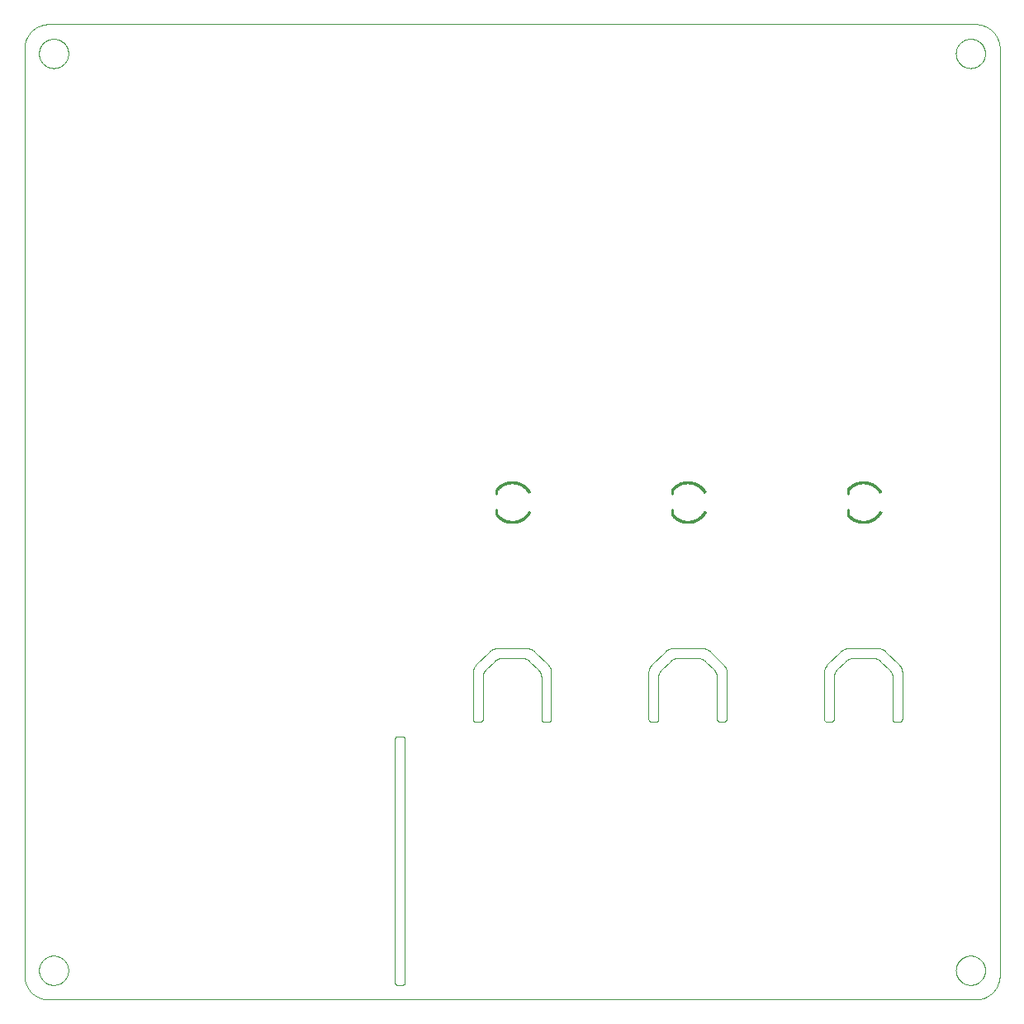
<source format=gbo>
G75*
%MOIN*%
%OFA0B0*%
%FSLAX25Y25*%
%IPPOS*%
%LPD*%
%AMOC8*
5,1,8,0,0,1.08239X$1,22.5*
%
%ADD10C,0.00000*%
%ADD11C,0.00100*%
%ADD12C,0.01000*%
D10*
X0119641Y0101453D02*
X0119641Y0475469D01*
X0119644Y0475707D01*
X0119652Y0475945D01*
X0119667Y0476182D01*
X0119687Y0476419D01*
X0119713Y0476655D01*
X0119744Y0476891D01*
X0119781Y0477126D01*
X0119824Y0477360D01*
X0119873Y0477593D01*
X0119927Y0477825D01*
X0119987Y0478055D01*
X0120052Y0478284D01*
X0120123Y0478511D01*
X0120199Y0478736D01*
X0120281Y0478959D01*
X0120368Y0479181D01*
X0120460Y0479400D01*
X0120558Y0479617D01*
X0120660Y0479831D01*
X0120768Y0480043D01*
X0120882Y0480253D01*
X0121000Y0480459D01*
X0121123Y0480663D01*
X0121251Y0480863D01*
X0121383Y0481060D01*
X0121521Y0481255D01*
X0121663Y0481445D01*
X0121810Y0481633D01*
X0121961Y0481816D01*
X0122116Y0481996D01*
X0122276Y0482172D01*
X0122440Y0482344D01*
X0122609Y0482513D01*
X0122781Y0482677D01*
X0122957Y0482837D01*
X0123137Y0482992D01*
X0123320Y0483143D01*
X0123508Y0483290D01*
X0123698Y0483432D01*
X0123893Y0483570D01*
X0124090Y0483702D01*
X0124290Y0483830D01*
X0124494Y0483953D01*
X0124700Y0484071D01*
X0124910Y0484185D01*
X0125122Y0484293D01*
X0125336Y0484395D01*
X0125553Y0484493D01*
X0125772Y0484585D01*
X0125994Y0484672D01*
X0126217Y0484754D01*
X0126442Y0484830D01*
X0126669Y0484901D01*
X0126898Y0484966D01*
X0127128Y0485026D01*
X0127360Y0485080D01*
X0127593Y0485129D01*
X0127827Y0485172D01*
X0128062Y0485209D01*
X0128298Y0485240D01*
X0128534Y0485266D01*
X0128771Y0485286D01*
X0129008Y0485301D01*
X0129246Y0485309D01*
X0129484Y0485312D01*
X0129484Y0485311D02*
X0503499Y0485311D01*
X0503499Y0485312D02*
X0503737Y0485309D01*
X0503975Y0485301D01*
X0504212Y0485286D01*
X0504449Y0485266D01*
X0504685Y0485240D01*
X0504921Y0485209D01*
X0505156Y0485172D01*
X0505390Y0485129D01*
X0505623Y0485080D01*
X0505855Y0485026D01*
X0506085Y0484966D01*
X0506314Y0484901D01*
X0506541Y0484830D01*
X0506766Y0484754D01*
X0506989Y0484672D01*
X0507211Y0484585D01*
X0507430Y0484493D01*
X0507647Y0484395D01*
X0507861Y0484293D01*
X0508073Y0484185D01*
X0508283Y0484071D01*
X0508489Y0483953D01*
X0508693Y0483830D01*
X0508893Y0483702D01*
X0509090Y0483570D01*
X0509285Y0483432D01*
X0509475Y0483290D01*
X0509663Y0483143D01*
X0509846Y0482992D01*
X0510026Y0482837D01*
X0510202Y0482677D01*
X0510374Y0482513D01*
X0510543Y0482344D01*
X0510707Y0482172D01*
X0510867Y0481996D01*
X0511022Y0481816D01*
X0511173Y0481633D01*
X0511320Y0481445D01*
X0511462Y0481255D01*
X0511600Y0481060D01*
X0511732Y0480863D01*
X0511860Y0480663D01*
X0511983Y0480459D01*
X0512101Y0480253D01*
X0512215Y0480043D01*
X0512323Y0479831D01*
X0512425Y0479617D01*
X0512523Y0479400D01*
X0512615Y0479181D01*
X0512702Y0478959D01*
X0512784Y0478736D01*
X0512860Y0478511D01*
X0512931Y0478284D01*
X0512996Y0478055D01*
X0513056Y0477825D01*
X0513110Y0477593D01*
X0513159Y0477360D01*
X0513202Y0477126D01*
X0513239Y0476891D01*
X0513270Y0476655D01*
X0513296Y0476419D01*
X0513316Y0476182D01*
X0513331Y0475945D01*
X0513339Y0475707D01*
X0513342Y0475469D01*
X0513342Y0101453D01*
X0513339Y0101215D01*
X0513331Y0100977D01*
X0513316Y0100740D01*
X0513296Y0100503D01*
X0513270Y0100267D01*
X0513239Y0100031D01*
X0513202Y0099796D01*
X0513159Y0099562D01*
X0513110Y0099329D01*
X0513056Y0099097D01*
X0512996Y0098867D01*
X0512931Y0098638D01*
X0512860Y0098411D01*
X0512784Y0098186D01*
X0512702Y0097963D01*
X0512615Y0097741D01*
X0512523Y0097522D01*
X0512425Y0097305D01*
X0512323Y0097091D01*
X0512215Y0096879D01*
X0512101Y0096669D01*
X0511983Y0096463D01*
X0511860Y0096259D01*
X0511732Y0096059D01*
X0511600Y0095862D01*
X0511462Y0095667D01*
X0511320Y0095477D01*
X0511173Y0095289D01*
X0511022Y0095106D01*
X0510867Y0094926D01*
X0510707Y0094750D01*
X0510543Y0094578D01*
X0510374Y0094409D01*
X0510202Y0094245D01*
X0510026Y0094085D01*
X0509846Y0093930D01*
X0509663Y0093779D01*
X0509475Y0093632D01*
X0509285Y0093490D01*
X0509090Y0093352D01*
X0508893Y0093220D01*
X0508693Y0093092D01*
X0508489Y0092969D01*
X0508283Y0092851D01*
X0508073Y0092737D01*
X0507861Y0092629D01*
X0507647Y0092527D01*
X0507430Y0092429D01*
X0507211Y0092337D01*
X0506989Y0092250D01*
X0506766Y0092168D01*
X0506541Y0092092D01*
X0506314Y0092021D01*
X0506085Y0091956D01*
X0505855Y0091896D01*
X0505623Y0091842D01*
X0505390Y0091793D01*
X0505156Y0091750D01*
X0504921Y0091713D01*
X0504685Y0091682D01*
X0504449Y0091656D01*
X0504212Y0091636D01*
X0503975Y0091621D01*
X0503737Y0091613D01*
X0503499Y0091610D01*
X0129484Y0091610D01*
X0129246Y0091613D01*
X0129008Y0091621D01*
X0128771Y0091636D01*
X0128534Y0091656D01*
X0128298Y0091682D01*
X0128062Y0091713D01*
X0127827Y0091750D01*
X0127593Y0091793D01*
X0127360Y0091842D01*
X0127128Y0091896D01*
X0126898Y0091956D01*
X0126669Y0092021D01*
X0126442Y0092092D01*
X0126217Y0092168D01*
X0125994Y0092250D01*
X0125772Y0092337D01*
X0125553Y0092429D01*
X0125336Y0092527D01*
X0125122Y0092629D01*
X0124910Y0092737D01*
X0124700Y0092851D01*
X0124494Y0092969D01*
X0124290Y0093092D01*
X0124090Y0093220D01*
X0123893Y0093352D01*
X0123698Y0093490D01*
X0123508Y0093632D01*
X0123320Y0093779D01*
X0123137Y0093930D01*
X0122957Y0094085D01*
X0122781Y0094245D01*
X0122609Y0094409D01*
X0122440Y0094578D01*
X0122276Y0094750D01*
X0122116Y0094926D01*
X0121961Y0095106D01*
X0121810Y0095289D01*
X0121663Y0095477D01*
X0121521Y0095667D01*
X0121383Y0095862D01*
X0121251Y0096059D01*
X0121123Y0096259D01*
X0121000Y0096463D01*
X0120882Y0096669D01*
X0120768Y0096879D01*
X0120660Y0097091D01*
X0120558Y0097305D01*
X0120460Y0097522D01*
X0120368Y0097741D01*
X0120281Y0097963D01*
X0120199Y0098186D01*
X0120123Y0098411D01*
X0120052Y0098638D01*
X0119987Y0098867D01*
X0119927Y0099097D01*
X0119873Y0099329D01*
X0119824Y0099562D01*
X0119781Y0099796D01*
X0119744Y0100031D01*
X0119713Y0100267D01*
X0119687Y0100503D01*
X0119667Y0100740D01*
X0119652Y0100977D01*
X0119644Y0101215D01*
X0119641Y0101453D01*
X0125546Y0103421D02*
X0125548Y0103574D01*
X0125554Y0103728D01*
X0125564Y0103881D01*
X0125578Y0104033D01*
X0125596Y0104186D01*
X0125618Y0104337D01*
X0125643Y0104488D01*
X0125673Y0104639D01*
X0125707Y0104789D01*
X0125744Y0104937D01*
X0125785Y0105085D01*
X0125830Y0105231D01*
X0125879Y0105377D01*
X0125932Y0105521D01*
X0125988Y0105663D01*
X0126048Y0105804D01*
X0126112Y0105944D01*
X0126179Y0106082D01*
X0126250Y0106218D01*
X0126325Y0106352D01*
X0126402Y0106484D01*
X0126484Y0106614D01*
X0126568Y0106742D01*
X0126656Y0106868D01*
X0126747Y0106991D01*
X0126841Y0107112D01*
X0126939Y0107230D01*
X0127039Y0107346D01*
X0127143Y0107459D01*
X0127249Y0107570D01*
X0127358Y0107678D01*
X0127470Y0107783D01*
X0127584Y0107884D01*
X0127702Y0107983D01*
X0127821Y0108079D01*
X0127943Y0108172D01*
X0128068Y0108261D01*
X0128195Y0108348D01*
X0128324Y0108430D01*
X0128455Y0108510D01*
X0128588Y0108586D01*
X0128723Y0108659D01*
X0128860Y0108728D01*
X0128999Y0108793D01*
X0129139Y0108855D01*
X0129281Y0108913D01*
X0129424Y0108968D01*
X0129569Y0109019D01*
X0129715Y0109066D01*
X0129862Y0109109D01*
X0130010Y0109148D01*
X0130159Y0109184D01*
X0130309Y0109215D01*
X0130460Y0109243D01*
X0130611Y0109267D01*
X0130764Y0109287D01*
X0130916Y0109303D01*
X0131069Y0109315D01*
X0131222Y0109323D01*
X0131375Y0109327D01*
X0131529Y0109327D01*
X0131682Y0109323D01*
X0131835Y0109315D01*
X0131988Y0109303D01*
X0132140Y0109287D01*
X0132293Y0109267D01*
X0132444Y0109243D01*
X0132595Y0109215D01*
X0132745Y0109184D01*
X0132894Y0109148D01*
X0133042Y0109109D01*
X0133189Y0109066D01*
X0133335Y0109019D01*
X0133480Y0108968D01*
X0133623Y0108913D01*
X0133765Y0108855D01*
X0133905Y0108793D01*
X0134044Y0108728D01*
X0134181Y0108659D01*
X0134316Y0108586D01*
X0134449Y0108510D01*
X0134580Y0108430D01*
X0134709Y0108348D01*
X0134836Y0108261D01*
X0134961Y0108172D01*
X0135083Y0108079D01*
X0135202Y0107983D01*
X0135320Y0107884D01*
X0135434Y0107783D01*
X0135546Y0107678D01*
X0135655Y0107570D01*
X0135761Y0107459D01*
X0135865Y0107346D01*
X0135965Y0107230D01*
X0136063Y0107112D01*
X0136157Y0106991D01*
X0136248Y0106868D01*
X0136336Y0106742D01*
X0136420Y0106614D01*
X0136502Y0106484D01*
X0136579Y0106352D01*
X0136654Y0106218D01*
X0136725Y0106082D01*
X0136792Y0105944D01*
X0136856Y0105804D01*
X0136916Y0105663D01*
X0136972Y0105521D01*
X0137025Y0105377D01*
X0137074Y0105231D01*
X0137119Y0105085D01*
X0137160Y0104937D01*
X0137197Y0104789D01*
X0137231Y0104639D01*
X0137261Y0104488D01*
X0137286Y0104337D01*
X0137308Y0104186D01*
X0137326Y0104033D01*
X0137340Y0103881D01*
X0137350Y0103728D01*
X0137356Y0103574D01*
X0137358Y0103421D01*
X0137356Y0103268D01*
X0137350Y0103114D01*
X0137340Y0102961D01*
X0137326Y0102809D01*
X0137308Y0102656D01*
X0137286Y0102505D01*
X0137261Y0102354D01*
X0137231Y0102203D01*
X0137197Y0102053D01*
X0137160Y0101905D01*
X0137119Y0101757D01*
X0137074Y0101611D01*
X0137025Y0101465D01*
X0136972Y0101321D01*
X0136916Y0101179D01*
X0136856Y0101038D01*
X0136792Y0100898D01*
X0136725Y0100760D01*
X0136654Y0100624D01*
X0136579Y0100490D01*
X0136502Y0100358D01*
X0136420Y0100228D01*
X0136336Y0100100D01*
X0136248Y0099974D01*
X0136157Y0099851D01*
X0136063Y0099730D01*
X0135965Y0099612D01*
X0135865Y0099496D01*
X0135761Y0099383D01*
X0135655Y0099272D01*
X0135546Y0099164D01*
X0135434Y0099059D01*
X0135320Y0098958D01*
X0135202Y0098859D01*
X0135083Y0098763D01*
X0134961Y0098670D01*
X0134836Y0098581D01*
X0134709Y0098494D01*
X0134580Y0098412D01*
X0134449Y0098332D01*
X0134316Y0098256D01*
X0134181Y0098183D01*
X0134044Y0098114D01*
X0133905Y0098049D01*
X0133765Y0097987D01*
X0133623Y0097929D01*
X0133480Y0097874D01*
X0133335Y0097823D01*
X0133189Y0097776D01*
X0133042Y0097733D01*
X0132894Y0097694D01*
X0132745Y0097658D01*
X0132595Y0097627D01*
X0132444Y0097599D01*
X0132293Y0097575D01*
X0132140Y0097555D01*
X0131988Y0097539D01*
X0131835Y0097527D01*
X0131682Y0097519D01*
X0131529Y0097515D01*
X0131375Y0097515D01*
X0131222Y0097519D01*
X0131069Y0097527D01*
X0130916Y0097539D01*
X0130764Y0097555D01*
X0130611Y0097575D01*
X0130460Y0097599D01*
X0130309Y0097627D01*
X0130159Y0097658D01*
X0130010Y0097694D01*
X0129862Y0097733D01*
X0129715Y0097776D01*
X0129569Y0097823D01*
X0129424Y0097874D01*
X0129281Y0097929D01*
X0129139Y0097987D01*
X0128999Y0098049D01*
X0128860Y0098114D01*
X0128723Y0098183D01*
X0128588Y0098256D01*
X0128455Y0098332D01*
X0128324Y0098412D01*
X0128195Y0098494D01*
X0128068Y0098581D01*
X0127943Y0098670D01*
X0127821Y0098763D01*
X0127702Y0098859D01*
X0127584Y0098958D01*
X0127470Y0099059D01*
X0127358Y0099164D01*
X0127249Y0099272D01*
X0127143Y0099383D01*
X0127039Y0099496D01*
X0126939Y0099612D01*
X0126841Y0099730D01*
X0126747Y0099851D01*
X0126656Y0099974D01*
X0126568Y0100100D01*
X0126484Y0100228D01*
X0126402Y0100358D01*
X0126325Y0100490D01*
X0126250Y0100624D01*
X0126179Y0100760D01*
X0126112Y0100898D01*
X0126048Y0101038D01*
X0125988Y0101179D01*
X0125932Y0101321D01*
X0125879Y0101465D01*
X0125830Y0101611D01*
X0125785Y0101757D01*
X0125744Y0101905D01*
X0125707Y0102053D01*
X0125673Y0102203D01*
X0125643Y0102354D01*
X0125618Y0102505D01*
X0125596Y0102656D01*
X0125578Y0102809D01*
X0125564Y0102961D01*
X0125554Y0103114D01*
X0125548Y0103268D01*
X0125546Y0103421D01*
X0269247Y0098516D02*
X0269247Y0196909D01*
X0269249Y0196969D01*
X0269254Y0197030D01*
X0269263Y0197089D01*
X0269276Y0197148D01*
X0269292Y0197207D01*
X0269312Y0197264D01*
X0269335Y0197319D01*
X0269362Y0197374D01*
X0269391Y0197426D01*
X0269424Y0197477D01*
X0269460Y0197526D01*
X0269498Y0197572D01*
X0269540Y0197616D01*
X0269584Y0197658D01*
X0269630Y0197696D01*
X0269679Y0197732D01*
X0269730Y0197765D01*
X0269782Y0197794D01*
X0269837Y0197821D01*
X0269892Y0197844D01*
X0269949Y0197864D01*
X0270008Y0197880D01*
X0270067Y0197893D01*
X0270126Y0197902D01*
X0270187Y0197907D01*
X0270247Y0197909D01*
X0272184Y0197909D01*
X0272244Y0197907D01*
X0272305Y0197902D01*
X0272364Y0197893D01*
X0272423Y0197880D01*
X0272482Y0197864D01*
X0272539Y0197844D01*
X0272594Y0197821D01*
X0272649Y0197794D01*
X0272701Y0197765D01*
X0272752Y0197732D01*
X0272801Y0197696D01*
X0272847Y0197658D01*
X0272891Y0197616D01*
X0272933Y0197572D01*
X0272971Y0197526D01*
X0273007Y0197477D01*
X0273040Y0197426D01*
X0273069Y0197374D01*
X0273096Y0197319D01*
X0273119Y0197264D01*
X0273139Y0197207D01*
X0273155Y0197148D01*
X0273168Y0197089D01*
X0273177Y0197030D01*
X0273182Y0196969D01*
X0273184Y0196909D01*
X0273184Y0098516D01*
X0273182Y0098456D01*
X0273177Y0098395D01*
X0273168Y0098336D01*
X0273155Y0098277D01*
X0273139Y0098218D01*
X0273119Y0098161D01*
X0273096Y0098106D01*
X0273069Y0098051D01*
X0273040Y0097999D01*
X0273007Y0097948D01*
X0272971Y0097899D01*
X0272933Y0097853D01*
X0272891Y0097809D01*
X0272847Y0097767D01*
X0272801Y0097729D01*
X0272752Y0097693D01*
X0272701Y0097660D01*
X0272649Y0097631D01*
X0272594Y0097604D01*
X0272539Y0097581D01*
X0272482Y0097561D01*
X0272423Y0097545D01*
X0272364Y0097532D01*
X0272305Y0097523D01*
X0272244Y0097518D01*
X0272184Y0097516D01*
X0270247Y0097516D01*
X0270187Y0097518D01*
X0270126Y0097523D01*
X0270067Y0097532D01*
X0270008Y0097545D01*
X0269949Y0097561D01*
X0269892Y0097581D01*
X0269837Y0097604D01*
X0269782Y0097631D01*
X0269730Y0097660D01*
X0269679Y0097693D01*
X0269630Y0097729D01*
X0269584Y0097767D01*
X0269540Y0097809D01*
X0269498Y0097853D01*
X0269460Y0097899D01*
X0269424Y0097948D01*
X0269391Y0097999D01*
X0269362Y0098051D01*
X0269335Y0098106D01*
X0269312Y0098161D01*
X0269292Y0098218D01*
X0269276Y0098277D01*
X0269263Y0098336D01*
X0269254Y0098395D01*
X0269249Y0098456D01*
X0269247Y0098516D01*
X0301743Y0203815D02*
X0303680Y0203815D01*
X0303740Y0203817D01*
X0303801Y0203822D01*
X0303860Y0203831D01*
X0303919Y0203844D01*
X0303978Y0203860D01*
X0304035Y0203880D01*
X0304090Y0203903D01*
X0304145Y0203930D01*
X0304197Y0203959D01*
X0304248Y0203992D01*
X0304297Y0204028D01*
X0304343Y0204066D01*
X0304387Y0204108D01*
X0304429Y0204152D01*
X0304467Y0204198D01*
X0304503Y0204247D01*
X0304536Y0204298D01*
X0304565Y0204350D01*
X0304592Y0204405D01*
X0304615Y0204460D01*
X0304635Y0204517D01*
X0304651Y0204576D01*
X0304664Y0204635D01*
X0304673Y0204694D01*
X0304678Y0204755D01*
X0304680Y0204815D01*
X0304680Y0221869D01*
X0300743Y0223838D02*
X0300745Y0223962D01*
X0300751Y0224085D01*
X0300760Y0224209D01*
X0300774Y0224331D01*
X0300791Y0224454D01*
X0300813Y0224576D01*
X0300838Y0224697D01*
X0300867Y0224817D01*
X0300899Y0224936D01*
X0300936Y0225055D01*
X0300976Y0225172D01*
X0301019Y0225287D01*
X0301067Y0225402D01*
X0301118Y0225514D01*
X0301172Y0225625D01*
X0301230Y0225735D01*
X0301291Y0225842D01*
X0301356Y0225948D01*
X0301424Y0226051D01*
X0301495Y0226152D01*
X0301569Y0226251D01*
X0301646Y0226348D01*
X0301727Y0226442D01*
X0301810Y0226533D01*
X0301896Y0226622D01*
X0301897Y0226622D02*
X0307464Y0232189D01*
X0310248Y0233343D02*
X0322735Y0233343D01*
X0325519Y0232189D02*
X0331086Y0226622D01*
X0332239Y0223838D02*
X0332239Y0204815D01*
X0332237Y0204755D01*
X0332232Y0204694D01*
X0332223Y0204635D01*
X0332210Y0204576D01*
X0332194Y0204517D01*
X0332174Y0204460D01*
X0332151Y0204405D01*
X0332124Y0204350D01*
X0332095Y0204298D01*
X0332062Y0204247D01*
X0332026Y0204198D01*
X0331988Y0204152D01*
X0331946Y0204108D01*
X0331902Y0204066D01*
X0331856Y0204028D01*
X0331807Y0203992D01*
X0331756Y0203959D01*
X0331704Y0203930D01*
X0331649Y0203903D01*
X0331594Y0203880D01*
X0331537Y0203860D01*
X0331478Y0203844D01*
X0331419Y0203831D01*
X0331360Y0203822D01*
X0331299Y0203817D01*
X0331239Y0203815D01*
X0329302Y0203815D01*
X0329242Y0203817D01*
X0329181Y0203822D01*
X0329122Y0203831D01*
X0329063Y0203844D01*
X0329004Y0203860D01*
X0328947Y0203880D01*
X0328892Y0203903D01*
X0328837Y0203930D01*
X0328785Y0203959D01*
X0328734Y0203992D01*
X0328685Y0204028D01*
X0328639Y0204066D01*
X0328595Y0204108D01*
X0328553Y0204152D01*
X0328515Y0204198D01*
X0328479Y0204247D01*
X0328446Y0204298D01*
X0328417Y0204350D01*
X0328390Y0204405D01*
X0328367Y0204460D01*
X0328347Y0204517D01*
X0328331Y0204576D01*
X0328318Y0204635D01*
X0328309Y0204694D01*
X0328304Y0204755D01*
X0328302Y0204815D01*
X0328302Y0221869D01*
X0332239Y0223838D02*
X0332237Y0223962D01*
X0332231Y0224085D01*
X0332222Y0224209D01*
X0332208Y0224331D01*
X0332191Y0224454D01*
X0332169Y0224576D01*
X0332144Y0224697D01*
X0332115Y0224817D01*
X0332083Y0224936D01*
X0332046Y0225055D01*
X0332006Y0225172D01*
X0331963Y0225287D01*
X0331915Y0225402D01*
X0331864Y0225514D01*
X0331810Y0225625D01*
X0331752Y0225735D01*
X0331691Y0225842D01*
X0331626Y0225948D01*
X0331558Y0226051D01*
X0331487Y0226152D01*
X0331413Y0226251D01*
X0331336Y0226348D01*
X0331255Y0226442D01*
X0331172Y0226533D01*
X0331086Y0226622D01*
X0327149Y0224653D02*
X0323550Y0228252D01*
X0325519Y0232190D02*
X0325430Y0232276D01*
X0325339Y0232359D01*
X0325245Y0232440D01*
X0325148Y0232517D01*
X0325049Y0232591D01*
X0324948Y0232662D01*
X0324845Y0232730D01*
X0324739Y0232795D01*
X0324632Y0232856D01*
X0324522Y0232914D01*
X0324411Y0232968D01*
X0324299Y0233019D01*
X0324184Y0233067D01*
X0324069Y0233110D01*
X0323952Y0233150D01*
X0323833Y0233187D01*
X0323714Y0233219D01*
X0323594Y0233248D01*
X0323473Y0233273D01*
X0323351Y0233295D01*
X0323228Y0233312D01*
X0323106Y0233326D01*
X0322982Y0233335D01*
X0322859Y0233341D01*
X0322735Y0233343D01*
X0320766Y0229406D02*
X0312217Y0229406D01*
X0310248Y0233343D02*
X0310124Y0233341D01*
X0310001Y0233335D01*
X0309877Y0233326D01*
X0309755Y0233312D01*
X0309632Y0233295D01*
X0309510Y0233273D01*
X0309389Y0233248D01*
X0309269Y0233219D01*
X0309150Y0233187D01*
X0309031Y0233150D01*
X0308914Y0233110D01*
X0308799Y0233067D01*
X0308684Y0233019D01*
X0308572Y0232968D01*
X0308461Y0232914D01*
X0308351Y0232856D01*
X0308244Y0232795D01*
X0308138Y0232730D01*
X0308035Y0232662D01*
X0307934Y0232591D01*
X0307835Y0232517D01*
X0307738Y0232440D01*
X0307644Y0232359D01*
X0307553Y0232276D01*
X0307464Y0232190D01*
X0309433Y0228252D02*
X0305834Y0224653D01*
X0305833Y0224653D02*
X0305747Y0224564D01*
X0305664Y0224473D01*
X0305583Y0224379D01*
X0305506Y0224282D01*
X0305432Y0224183D01*
X0305361Y0224082D01*
X0305293Y0223979D01*
X0305228Y0223873D01*
X0305167Y0223766D01*
X0305109Y0223656D01*
X0305055Y0223545D01*
X0305004Y0223433D01*
X0304956Y0223318D01*
X0304913Y0223203D01*
X0304873Y0223086D01*
X0304836Y0222967D01*
X0304804Y0222848D01*
X0304775Y0222728D01*
X0304750Y0222607D01*
X0304728Y0222485D01*
X0304711Y0222362D01*
X0304697Y0222240D01*
X0304688Y0222116D01*
X0304682Y0221993D01*
X0304680Y0221869D01*
X0300743Y0223838D02*
X0300743Y0204815D01*
X0300745Y0204755D01*
X0300750Y0204694D01*
X0300759Y0204635D01*
X0300772Y0204576D01*
X0300788Y0204517D01*
X0300808Y0204460D01*
X0300831Y0204405D01*
X0300858Y0204350D01*
X0300887Y0204298D01*
X0300920Y0204247D01*
X0300956Y0204198D01*
X0300994Y0204152D01*
X0301036Y0204108D01*
X0301080Y0204066D01*
X0301126Y0204028D01*
X0301175Y0203992D01*
X0301226Y0203959D01*
X0301278Y0203930D01*
X0301333Y0203903D01*
X0301388Y0203880D01*
X0301445Y0203860D01*
X0301504Y0203844D01*
X0301563Y0203831D01*
X0301622Y0203822D01*
X0301683Y0203817D01*
X0301743Y0203815D01*
X0309433Y0228253D02*
X0309522Y0228339D01*
X0309613Y0228422D01*
X0309707Y0228503D01*
X0309804Y0228580D01*
X0309903Y0228654D01*
X0310004Y0228725D01*
X0310107Y0228793D01*
X0310213Y0228858D01*
X0310320Y0228919D01*
X0310430Y0228977D01*
X0310541Y0229031D01*
X0310653Y0229082D01*
X0310768Y0229130D01*
X0310883Y0229173D01*
X0311000Y0229213D01*
X0311119Y0229250D01*
X0311238Y0229282D01*
X0311358Y0229311D01*
X0311479Y0229336D01*
X0311601Y0229358D01*
X0311724Y0229375D01*
X0311846Y0229389D01*
X0311970Y0229398D01*
X0312093Y0229404D01*
X0312217Y0229406D01*
X0320766Y0229406D02*
X0320890Y0229404D01*
X0321013Y0229398D01*
X0321137Y0229389D01*
X0321259Y0229375D01*
X0321382Y0229358D01*
X0321504Y0229336D01*
X0321625Y0229311D01*
X0321745Y0229282D01*
X0321864Y0229250D01*
X0321983Y0229213D01*
X0322100Y0229173D01*
X0322215Y0229130D01*
X0322330Y0229082D01*
X0322442Y0229031D01*
X0322553Y0228977D01*
X0322663Y0228919D01*
X0322770Y0228858D01*
X0322876Y0228793D01*
X0322979Y0228725D01*
X0323080Y0228654D01*
X0323179Y0228580D01*
X0323276Y0228503D01*
X0323370Y0228422D01*
X0323461Y0228339D01*
X0323550Y0228253D01*
X0327149Y0224653D02*
X0327235Y0224564D01*
X0327318Y0224473D01*
X0327399Y0224379D01*
X0327476Y0224282D01*
X0327550Y0224183D01*
X0327621Y0224082D01*
X0327689Y0223979D01*
X0327754Y0223873D01*
X0327815Y0223766D01*
X0327873Y0223656D01*
X0327927Y0223545D01*
X0327978Y0223433D01*
X0328026Y0223318D01*
X0328069Y0223203D01*
X0328109Y0223086D01*
X0328146Y0222967D01*
X0328178Y0222848D01*
X0328207Y0222728D01*
X0328232Y0222607D01*
X0328254Y0222485D01*
X0328271Y0222362D01*
X0328285Y0222240D01*
X0328294Y0222116D01*
X0328300Y0221993D01*
X0328302Y0221869D01*
X0371610Y0223838D02*
X0371610Y0204815D01*
X0371612Y0204755D01*
X0371617Y0204694D01*
X0371626Y0204635D01*
X0371639Y0204576D01*
X0371655Y0204517D01*
X0371675Y0204460D01*
X0371698Y0204405D01*
X0371725Y0204350D01*
X0371754Y0204298D01*
X0371787Y0204247D01*
X0371823Y0204198D01*
X0371861Y0204152D01*
X0371903Y0204108D01*
X0371947Y0204066D01*
X0371993Y0204028D01*
X0372042Y0203992D01*
X0372093Y0203959D01*
X0372145Y0203930D01*
X0372200Y0203903D01*
X0372255Y0203880D01*
X0372312Y0203860D01*
X0372371Y0203844D01*
X0372430Y0203831D01*
X0372489Y0203822D01*
X0372550Y0203817D01*
X0372610Y0203815D01*
X0374547Y0203815D01*
X0374607Y0203817D01*
X0374668Y0203822D01*
X0374727Y0203831D01*
X0374786Y0203844D01*
X0374845Y0203860D01*
X0374902Y0203880D01*
X0374957Y0203903D01*
X0375012Y0203930D01*
X0375064Y0203959D01*
X0375115Y0203992D01*
X0375164Y0204028D01*
X0375210Y0204066D01*
X0375254Y0204108D01*
X0375296Y0204152D01*
X0375334Y0204198D01*
X0375370Y0204247D01*
X0375403Y0204298D01*
X0375432Y0204350D01*
X0375459Y0204405D01*
X0375482Y0204460D01*
X0375502Y0204517D01*
X0375518Y0204576D01*
X0375531Y0204635D01*
X0375540Y0204694D01*
X0375545Y0204755D01*
X0375547Y0204815D01*
X0375547Y0221869D01*
X0371610Y0223838D02*
X0371612Y0223962D01*
X0371618Y0224085D01*
X0371627Y0224209D01*
X0371641Y0224331D01*
X0371658Y0224454D01*
X0371680Y0224576D01*
X0371705Y0224697D01*
X0371734Y0224817D01*
X0371766Y0224936D01*
X0371803Y0225055D01*
X0371843Y0225172D01*
X0371886Y0225287D01*
X0371934Y0225402D01*
X0371985Y0225514D01*
X0372039Y0225625D01*
X0372097Y0225735D01*
X0372158Y0225842D01*
X0372223Y0225948D01*
X0372291Y0226051D01*
X0372362Y0226152D01*
X0372436Y0226251D01*
X0372513Y0226348D01*
X0372594Y0226442D01*
X0372677Y0226533D01*
X0372763Y0226622D01*
X0378330Y0232189D01*
X0381114Y0233343D02*
X0393601Y0233343D01*
X0396385Y0232189D02*
X0401952Y0226622D01*
X0403106Y0223838D02*
X0403106Y0204815D01*
X0403104Y0204755D01*
X0403099Y0204694D01*
X0403090Y0204635D01*
X0403077Y0204576D01*
X0403061Y0204517D01*
X0403041Y0204460D01*
X0403018Y0204405D01*
X0402991Y0204350D01*
X0402962Y0204298D01*
X0402929Y0204247D01*
X0402893Y0204198D01*
X0402855Y0204152D01*
X0402813Y0204108D01*
X0402769Y0204066D01*
X0402723Y0204028D01*
X0402674Y0203992D01*
X0402623Y0203959D01*
X0402571Y0203930D01*
X0402516Y0203903D01*
X0402461Y0203880D01*
X0402404Y0203860D01*
X0402345Y0203844D01*
X0402286Y0203831D01*
X0402227Y0203822D01*
X0402166Y0203817D01*
X0402106Y0203815D01*
X0400169Y0203815D01*
X0400109Y0203817D01*
X0400048Y0203822D01*
X0399989Y0203831D01*
X0399930Y0203844D01*
X0399871Y0203860D01*
X0399814Y0203880D01*
X0399759Y0203903D01*
X0399704Y0203930D01*
X0399652Y0203959D01*
X0399601Y0203992D01*
X0399552Y0204028D01*
X0399506Y0204066D01*
X0399462Y0204108D01*
X0399420Y0204152D01*
X0399382Y0204198D01*
X0399346Y0204247D01*
X0399313Y0204298D01*
X0399284Y0204350D01*
X0399257Y0204405D01*
X0399234Y0204460D01*
X0399214Y0204517D01*
X0399198Y0204576D01*
X0399185Y0204635D01*
X0399176Y0204694D01*
X0399171Y0204755D01*
X0399169Y0204815D01*
X0399169Y0221869D01*
X0403106Y0223838D02*
X0403104Y0223962D01*
X0403098Y0224085D01*
X0403089Y0224209D01*
X0403075Y0224331D01*
X0403058Y0224454D01*
X0403036Y0224576D01*
X0403011Y0224697D01*
X0402982Y0224817D01*
X0402950Y0224936D01*
X0402913Y0225055D01*
X0402873Y0225172D01*
X0402830Y0225287D01*
X0402782Y0225402D01*
X0402731Y0225514D01*
X0402677Y0225625D01*
X0402619Y0225735D01*
X0402558Y0225842D01*
X0402493Y0225948D01*
X0402425Y0226051D01*
X0402354Y0226152D01*
X0402280Y0226251D01*
X0402203Y0226348D01*
X0402122Y0226442D01*
X0402039Y0226533D01*
X0401953Y0226622D01*
X0398015Y0224653D02*
X0394416Y0228252D01*
X0396385Y0232190D02*
X0396296Y0232276D01*
X0396205Y0232359D01*
X0396111Y0232440D01*
X0396014Y0232517D01*
X0395915Y0232591D01*
X0395814Y0232662D01*
X0395711Y0232730D01*
X0395605Y0232795D01*
X0395498Y0232856D01*
X0395388Y0232914D01*
X0395277Y0232968D01*
X0395165Y0233019D01*
X0395050Y0233067D01*
X0394935Y0233110D01*
X0394818Y0233150D01*
X0394699Y0233187D01*
X0394580Y0233219D01*
X0394460Y0233248D01*
X0394339Y0233273D01*
X0394217Y0233295D01*
X0394094Y0233312D01*
X0393972Y0233326D01*
X0393848Y0233335D01*
X0393725Y0233341D01*
X0393601Y0233343D01*
X0391632Y0229406D02*
X0383083Y0229406D01*
X0381114Y0233343D02*
X0380990Y0233341D01*
X0380867Y0233335D01*
X0380743Y0233326D01*
X0380621Y0233312D01*
X0380498Y0233295D01*
X0380376Y0233273D01*
X0380255Y0233248D01*
X0380135Y0233219D01*
X0380016Y0233187D01*
X0379897Y0233150D01*
X0379780Y0233110D01*
X0379665Y0233067D01*
X0379550Y0233019D01*
X0379438Y0232968D01*
X0379327Y0232914D01*
X0379217Y0232856D01*
X0379110Y0232795D01*
X0379004Y0232730D01*
X0378901Y0232662D01*
X0378800Y0232591D01*
X0378701Y0232517D01*
X0378604Y0232440D01*
X0378510Y0232359D01*
X0378419Y0232276D01*
X0378330Y0232190D01*
X0380299Y0228252D02*
X0376700Y0224653D01*
X0376614Y0224564D01*
X0376531Y0224473D01*
X0376450Y0224379D01*
X0376373Y0224282D01*
X0376299Y0224183D01*
X0376228Y0224082D01*
X0376160Y0223979D01*
X0376095Y0223873D01*
X0376034Y0223766D01*
X0375976Y0223656D01*
X0375922Y0223545D01*
X0375871Y0223433D01*
X0375823Y0223318D01*
X0375780Y0223203D01*
X0375740Y0223086D01*
X0375703Y0222967D01*
X0375671Y0222848D01*
X0375642Y0222728D01*
X0375617Y0222607D01*
X0375595Y0222485D01*
X0375578Y0222362D01*
X0375564Y0222240D01*
X0375555Y0222116D01*
X0375549Y0221993D01*
X0375547Y0221869D01*
X0380299Y0228253D02*
X0380388Y0228339D01*
X0380479Y0228422D01*
X0380573Y0228503D01*
X0380670Y0228580D01*
X0380769Y0228654D01*
X0380870Y0228725D01*
X0380973Y0228793D01*
X0381079Y0228858D01*
X0381186Y0228919D01*
X0381296Y0228977D01*
X0381407Y0229031D01*
X0381519Y0229082D01*
X0381634Y0229130D01*
X0381749Y0229173D01*
X0381866Y0229213D01*
X0381985Y0229250D01*
X0382104Y0229282D01*
X0382224Y0229311D01*
X0382345Y0229336D01*
X0382467Y0229358D01*
X0382590Y0229375D01*
X0382712Y0229389D01*
X0382836Y0229398D01*
X0382959Y0229404D01*
X0383083Y0229406D01*
X0391632Y0229406D02*
X0391756Y0229404D01*
X0391879Y0229398D01*
X0392003Y0229389D01*
X0392125Y0229375D01*
X0392248Y0229358D01*
X0392370Y0229336D01*
X0392491Y0229311D01*
X0392611Y0229282D01*
X0392730Y0229250D01*
X0392849Y0229213D01*
X0392966Y0229173D01*
X0393081Y0229130D01*
X0393196Y0229082D01*
X0393308Y0229031D01*
X0393419Y0228977D01*
X0393529Y0228919D01*
X0393636Y0228858D01*
X0393742Y0228793D01*
X0393845Y0228725D01*
X0393946Y0228654D01*
X0394045Y0228580D01*
X0394142Y0228503D01*
X0394236Y0228422D01*
X0394327Y0228339D01*
X0394416Y0228253D01*
X0398016Y0224653D02*
X0398102Y0224564D01*
X0398185Y0224473D01*
X0398266Y0224379D01*
X0398343Y0224282D01*
X0398417Y0224183D01*
X0398488Y0224082D01*
X0398556Y0223979D01*
X0398621Y0223873D01*
X0398682Y0223766D01*
X0398740Y0223656D01*
X0398794Y0223545D01*
X0398845Y0223433D01*
X0398893Y0223318D01*
X0398936Y0223203D01*
X0398976Y0223086D01*
X0399013Y0222967D01*
X0399045Y0222848D01*
X0399074Y0222728D01*
X0399099Y0222607D01*
X0399121Y0222485D01*
X0399138Y0222362D01*
X0399152Y0222240D01*
X0399161Y0222116D01*
X0399167Y0221993D01*
X0399169Y0221869D01*
X0442476Y0223838D02*
X0442476Y0204815D01*
X0442478Y0204755D01*
X0442483Y0204694D01*
X0442492Y0204635D01*
X0442505Y0204576D01*
X0442521Y0204517D01*
X0442541Y0204460D01*
X0442564Y0204405D01*
X0442591Y0204350D01*
X0442620Y0204298D01*
X0442653Y0204247D01*
X0442689Y0204198D01*
X0442727Y0204152D01*
X0442769Y0204108D01*
X0442813Y0204066D01*
X0442859Y0204028D01*
X0442908Y0203992D01*
X0442959Y0203959D01*
X0443011Y0203930D01*
X0443066Y0203903D01*
X0443121Y0203880D01*
X0443178Y0203860D01*
X0443237Y0203844D01*
X0443296Y0203831D01*
X0443355Y0203822D01*
X0443416Y0203817D01*
X0443476Y0203815D01*
X0445413Y0203815D01*
X0445473Y0203817D01*
X0445534Y0203822D01*
X0445593Y0203831D01*
X0445652Y0203844D01*
X0445711Y0203860D01*
X0445768Y0203880D01*
X0445823Y0203903D01*
X0445878Y0203930D01*
X0445930Y0203959D01*
X0445981Y0203992D01*
X0446030Y0204028D01*
X0446076Y0204066D01*
X0446120Y0204108D01*
X0446162Y0204152D01*
X0446200Y0204198D01*
X0446236Y0204247D01*
X0446269Y0204298D01*
X0446298Y0204350D01*
X0446325Y0204405D01*
X0446348Y0204460D01*
X0446368Y0204517D01*
X0446384Y0204576D01*
X0446397Y0204635D01*
X0446406Y0204694D01*
X0446411Y0204755D01*
X0446413Y0204815D01*
X0446413Y0221869D01*
X0442476Y0223838D02*
X0442478Y0223962D01*
X0442484Y0224085D01*
X0442493Y0224209D01*
X0442507Y0224331D01*
X0442524Y0224454D01*
X0442546Y0224576D01*
X0442571Y0224697D01*
X0442600Y0224817D01*
X0442632Y0224936D01*
X0442669Y0225055D01*
X0442709Y0225172D01*
X0442752Y0225287D01*
X0442800Y0225402D01*
X0442851Y0225514D01*
X0442905Y0225625D01*
X0442963Y0225735D01*
X0443024Y0225842D01*
X0443089Y0225948D01*
X0443157Y0226051D01*
X0443228Y0226152D01*
X0443302Y0226251D01*
X0443379Y0226348D01*
X0443460Y0226442D01*
X0443543Y0226533D01*
X0443629Y0226622D01*
X0449197Y0232189D01*
X0451980Y0233343D02*
X0464467Y0233343D01*
X0467251Y0232189D02*
X0472819Y0226622D01*
X0473972Y0223838D02*
X0473972Y0204815D01*
X0473970Y0204755D01*
X0473965Y0204694D01*
X0473956Y0204635D01*
X0473943Y0204576D01*
X0473927Y0204517D01*
X0473907Y0204460D01*
X0473884Y0204405D01*
X0473857Y0204350D01*
X0473828Y0204298D01*
X0473795Y0204247D01*
X0473759Y0204198D01*
X0473721Y0204152D01*
X0473679Y0204108D01*
X0473635Y0204066D01*
X0473589Y0204028D01*
X0473540Y0203992D01*
X0473489Y0203959D01*
X0473437Y0203930D01*
X0473382Y0203903D01*
X0473327Y0203880D01*
X0473270Y0203860D01*
X0473211Y0203844D01*
X0473152Y0203831D01*
X0473093Y0203822D01*
X0473032Y0203817D01*
X0472972Y0203815D01*
X0471035Y0203815D01*
X0470975Y0203817D01*
X0470914Y0203822D01*
X0470855Y0203831D01*
X0470796Y0203844D01*
X0470737Y0203860D01*
X0470680Y0203880D01*
X0470625Y0203903D01*
X0470570Y0203930D01*
X0470518Y0203959D01*
X0470467Y0203992D01*
X0470418Y0204028D01*
X0470372Y0204066D01*
X0470328Y0204108D01*
X0470286Y0204152D01*
X0470248Y0204198D01*
X0470212Y0204247D01*
X0470179Y0204298D01*
X0470150Y0204350D01*
X0470123Y0204405D01*
X0470100Y0204460D01*
X0470080Y0204517D01*
X0470064Y0204576D01*
X0470051Y0204635D01*
X0470042Y0204694D01*
X0470037Y0204755D01*
X0470035Y0204815D01*
X0470035Y0221869D01*
X0473972Y0223838D02*
X0473970Y0223962D01*
X0473964Y0224085D01*
X0473955Y0224209D01*
X0473941Y0224331D01*
X0473924Y0224454D01*
X0473902Y0224576D01*
X0473877Y0224697D01*
X0473848Y0224817D01*
X0473816Y0224936D01*
X0473779Y0225055D01*
X0473739Y0225172D01*
X0473696Y0225287D01*
X0473648Y0225402D01*
X0473597Y0225514D01*
X0473543Y0225625D01*
X0473485Y0225735D01*
X0473424Y0225842D01*
X0473359Y0225948D01*
X0473291Y0226051D01*
X0473220Y0226152D01*
X0473146Y0226251D01*
X0473069Y0226348D01*
X0472988Y0226442D01*
X0472905Y0226533D01*
X0472819Y0226622D01*
X0468882Y0224653D02*
X0465282Y0228252D01*
X0467251Y0232190D02*
X0467162Y0232276D01*
X0467071Y0232359D01*
X0466977Y0232440D01*
X0466880Y0232517D01*
X0466781Y0232591D01*
X0466680Y0232662D01*
X0466577Y0232730D01*
X0466471Y0232795D01*
X0466364Y0232856D01*
X0466254Y0232914D01*
X0466143Y0232968D01*
X0466031Y0233019D01*
X0465916Y0233067D01*
X0465801Y0233110D01*
X0465684Y0233150D01*
X0465565Y0233187D01*
X0465446Y0233219D01*
X0465326Y0233248D01*
X0465205Y0233273D01*
X0465083Y0233295D01*
X0464960Y0233312D01*
X0464838Y0233326D01*
X0464714Y0233335D01*
X0464591Y0233341D01*
X0464467Y0233343D01*
X0462498Y0229406D02*
X0453949Y0229406D01*
X0451980Y0233343D02*
X0451856Y0233341D01*
X0451733Y0233335D01*
X0451609Y0233326D01*
X0451487Y0233312D01*
X0451364Y0233295D01*
X0451242Y0233273D01*
X0451121Y0233248D01*
X0451001Y0233219D01*
X0450882Y0233187D01*
X0450763Y0233150D01*
X0450646Y0233110D01*
X0450531Y0233067D01*
X0450416Y0233019D01*
X0450304Y0232968D01*
X0450193Y0232914D01*
X0450083Y0232856D01*
X0449976Y0232795D01*
X0449870Y0232730D01*
X0449767Y0232662D01*
X0449666Y0232591D01*
X0449567Y0232517D01*
X0449470Y0232440D01*
X0449376Y0232359D01*
X0449285Y0232276D01*
X0449196Y0232190D01*
X0451165Y0228252D02*
X0447566Y0224653D01*
X0447480Y0224564D01*
X0447397Y0224473D01*
X0447316Y0224379D01*
X0447239Y0224282D01*
X0447165Y0224183D01*
X0447094Y0224082D01*
X0447026Y0223979D01*
X0446961Y0223873D01*
X0446900Y0223766D01*
X0446842Y0223656D01*
X0446788Y0223545D01*
X0446737Y0223433D01*
X0446689Y0223318D01*
X0446646Y0223203D01*
X0446606Y0223086D01*
X0446569Y0222967D01*
X0446537Y0222848D01*
X0446508Y0222728D01*
X0446483Y0222607D01*
X0446461Y0222485D01*
X0446444Y0222362D01*
X0446430Y0222240D01*
X0446421Y0222116D01*
X0446415Y0221993D01*
X0446413Y0221869D01*
X0451165Y0228253D02*
X0451254Y0228339D01*
X0451345Y0228422D01*
X0451439Y0228503D01*
X0451536Y0228580D01*
X0451635Y0228654D01*
X0451736Y0228725D01*
X0451839Y0228793D01*
X0451945Y0228858D01*
X0452052Y0228919D01*
X0452162Y0228977D01*
X0452273Y0229031D01*
X0452385Y0229082D01*
X0452500Y0229130D01*
X0452615Y0229173D01*
X0452732Y0229213D01*
X0452851Y0229250D01*
X0452970Y0229282D01*
X0453090Y0229311D01*
X0453211Y0229336D01*
X0453333Y0229358D01*
X0453456Y0229375D01*
X0453578Y0229389D01*
X0453702Y0229398D01*
X0453825Y0229404D01*
X0453949Y0229406D01*
X0462498Y0229406D02*
X0462622Y0229404D01*
X0462745Y0229398D01*
X0462869Y0229389D01*
X0462991Y0229375D01*
X0463114Y0229358D01*
X0463236Y0229336D01*
X0463357Y0229311D01*
X0463477Y0229282D01*
X0463596Y0229250D01*
X0463715Y0229213D01*
X0463832Y0229173D01*
X0463947Y0229130D01*
X0464062Y0229082D01*
X0464174Y0229031D01*
X0464285Y0228977D01*
X0464395Y0228919D01*
X0464502Y0228858D01*
X0464608Y0228793D01*
X0464711Y0228725D01*
X0464812Y0228654D01*
X0464911Y0228580D01*
X0465008Y0228503D01*
X0465102Y0228422D01*
X0465193Y0228339D01*
X0465282Y0228253D01*
X0468882Y0224653D02*
X0468968Y0224564D01*
X0469051Y0224473D01*
X0469132Y0224379D01*
X0469209Y0224282D01*
X0469283Y0224183D01*
X0469354Y0224082D01*
X0469422Y0223979D01*
X0469487Y0223873D01*
X0469548Y0223766D01*
X0469606Y0223656D01*
X0469660Y0223545D01*
X0469711Y0223433D01*
X0469759Y0223318D01*
X0469802Y0223203D01*
X0469842Y0223086D01*
X0469879Y0222967D01*
X0469911Y0222848D01*
X0469940Y0222728D01*
X0469965Y0222607D01*
X0469987Y0222485D01*
X0470004Y0222362D01*
X0470018Y0222240D01*
X0470027Y0222116D01*
X0470033Y0221993D01*
X0470035Y0221869D01*
X0495625Y0103421D02*
X0495627Y0103574D01*
X0495633Y0103728D01*
X0495643Y0103881D01*
X0495657Y0104033D01*
X0495675Y0104186D01*
X0495697Y0104337D01*
X0495722Y0104488D01*
X0495752Y0104639D01*
X0495786Y0104789D01*
X0495823Y0104937D01*
X0495864Y0105085D01*
X0495909Y0105231D01*
X0495958Y0105377D01*
X0496011Y0105521D01*
X0496067Y0105663D01*
X0496127Y0105804D01*
X0496191Y0105944D01*
X0496258Y0106082D01*
X0496329Y0106218D01*
X0496404Y0106352D01*
X0496481Y0106484D01*
X0496563Y0106614D01*
X0496647Y0106742D01*
X0496735Y0106868D01*
X0496826Y0106991D01*
X0496920Y0107112D01*
X0497018Y0107230D01*
X0497118Y0107346D01*
X0497222Y0107459D01*
X0497328Y0107570D01*
X0497437Y0107678D01*
X0497549Y0107783D01*
X0497663Y0107884D01*
X0497781Y0107983D01*
X0497900Y0108079D01*
X0498022Y0108172D01*
X0498147Y0108261D01*
X0498274Y0108348D01*
X0498403Y0108430D01*
X0498534Y0108510D01*
X0498667Y0108586D01*
X0498802Y0108659D01*
X0498939Y0108728D01*
X0499078Y0108793D01*
X0499218Y0108855D01*
X0499360Y0108913D01*
X0499503Y0108968D01*
X0499648Y0109019D01*
X0499794Y0109066D01*
X0499941Y0109109D01*
X0500089Y0109148D01*
X0500238Y0109184D01*
X0500388Y0109215D01*
X0500539Y0109243D01*
X0500690Y0109267D01*
X0500843Y0109287D01*
X0500995Y0109303D01*
X0501148Y0109315D01*
X0501301Y0109323D01*
X0501454Y0109327D01*
X0501608Y0109327D01*
X0501761Y0109323D01*
X0501914Y0109315D01*
X0502067Y0109303D01*
X0502219Y0109287D01*
X0502372Y0109267D01*
X0502523Y0109243D01*
X0502674Y0109215D01*
X0502824Y0109184D01*
X0502973Y0109148D01*
X0503121Y0109109D01*
X0503268Y0109066D01*
X0503414Y0109019D01*
X0503559Y0108968D01*
X0503702Y0108913D01*
X0503844Y0108855D01*
X0503984Y0108793D01*
X0504123Y0108728D01*
X0504260Y0108659D01*
X0504395Y0108586D01*
X0504528Y0108510D01*
X0504659Y0108430D01*
X0504788Y0108348D01*
X0504915Y0108261D01*
X0505040Y0108172D01*
X0505162Y0108079D01*
X0505281Y0107983D01*
X0505399Y0107884D01*
X0505513Y0107783D01*
X0505625Y0107678D01*
X0505734Y0107570D01*
X0505840Y0107459D01*
X0505944Y0107346D01*
X0506044Y0107230D01*
X0506142Y0107112D01*
X0506236Y0106991D01*
X0506327Y0106868D01*
X0506415Y0106742D01*
X0506499Y0106614D01*
X0506581Y0106484D01*
X0506658Y0106352D01*
X0506733Y0106218D01*
X0506804Y0106082D01*
X0506871Y0105944D01*
X0506935Y0105804D01*
X0506995Y0105663D01*
X0507051Y0105521D01*
X0507104Y0105377D01*
X0507153Y0105231D01*
X0507198Y0105085D01*
X0507239Y0104937D01*
X0507276Y0104789D01*
X0507310Y0104639D01*
X0507340Y0104488D01*
X0507365Y0104337D01*
X0507387Y0104186D01*
X0507405Y0104033D01*
X0507419Y0103881D01*
X0507429Y0103728D01*
X0507435Y0103574D01*
X0507437Y0103421D01*
X0507435Y0103268D01*
X0507429Y0103114D01*
X0507419Y0102961D01*
X0507405Y0102809D01*
X0507387Y0102656D01*
X0507365Y0102505D01*
X0507340Y0102354D01*
X0507310Y0102203D01*
X0507276Y0102053D01*
X0507239Y0101905D01*
X0507198Y0101757D01*
X0507153Y0101611D01*
X0507104Y0101465D01*
X0507051Y0101321D01*
X0506995Y0101179D01*
X0506935Y0101038D01*
X0506871Y0100898D01*
X0506804Y0100760D01*
X0506733Y0100624D01*
X0506658Y0100490D01*
X0506581Y0100358D01*
X0506499Y0100228D01*
X0506415Y0100100D01*
X0506327Y0099974D01*
X0506236Y0099851D01*
X0506142Y0099730D01*
X0506044Y0099612D01*
X0505944Y0099496D01*
X0505840Y0099383D01*
X0505734Y0099272D01*
X0505625Y0099164D01*
X0505513Y0099059D01*
X0505399Y0098958D01*
X0505281Y0098859D01*
X0505162Y0098763D01*
X0505040Y0098670D01*
X0504915Y0098581D01*
X0504788Y0098494D01*
X0504659Y0098412D01*
X0504528Y0098332D01*
X0504395Y0098256D01*
X0504260Y0098183D01*
X0504123Y0098114D01*
X0503984Y0098049D01*
X0503844Y0097987D01*
X0503702Y0097929D01*
X0503559Y0097874D01*
X0503414Y0097823D01*
X0503268Y0097776D01*
X0503121Y0097733D01*
X0502973Y0097694D01*
X0502824Y0097658D01*
X0502674Y0097627D01*
X0502523Y0097599D01*
X0502372Y0097575D01*
X0502219Y0097555D01*
X0502067Y0097539D01*
X0501914Y0097527D01*
X0501761Y0097519D01*
X0501608Y0097515D01*
X0501454Y0097515D01*
X0501301Y0097519D01*
X0501148Y0097527D01*
X0500995Y0097539D01*
X0500843Y0097555D01*
X0500690Y0097575D01*
X0500539Y0097599D01*
X0500388Y0097627D01*
X0500238Y0097658D01*
X0500089Y0097694D01*
X0499941Y0097733D01*
X0499794Y0097776D01*
X0499648Y0097823D01*
X0499503Y0097874D01*
X0499360Y0097929D01*
X0499218Y0097987D01*
X0499078Y0098049D01*
X0498939Y0098114D01*
X0498802Y0098183D01*
X0498667Y0098256D01*
X0498534Y0098332D01*
X0498403Y0098412D01*
X0498274Y0098494D01*
X0498147Y0098581D01*
X0498022Y0098670D01*
X0497900Y0098763D01*
X0497781Y0098859D01*
X0497663Y0098958D01*
X0497549Y0099059D01*
X0497437Y0099164D01*
X0497328Y0099272D01*
X0497222Y0099383D01*
X0497118Y0099496D01*
X0497018Y0099612D01*
X0496920Y0099730D01*
X0496826Y0099851D01*
X0496735Y0099974D01*
X0496647Y0100100D01*
X0496563Y0100228D01*
X0496481Y0100358D01*
X0496404Y0100490D01*
X0496329Y0100624D01*
X0496258Y0100760D01*
X0496191Y0100898D01*
X0496127Y0101038D01*
X0496067Y0101179D01*
X0496011Y0101321D01*
X0495958Y0101465D01*
X0495909Y0101611D01*
X0495864Y0101757D01*
X0495823Y0101905D01*
X0495786Y0102053D01*
X0495752Y0102203D01*
X0495722Y0102354D01*
X0495697Y0102505D01*
X0495675Y0102656D01*
X0495657Y0102809D01*
X0495643Y0102961D01*
X0495633Y0103114D01*
X0495627Y0103268D01*
X0495625Y0103421D01*
X0495625Y0473500D02*
X0495627Y0473653D01*
X0495633Y0473807D01*
X0495643Y0473960D01*
X0495657Y0474112D01*
X0495675Y0474265D01*
X0495697Y0474416D01*
X0495722Y0474567D01*
X0495752Y0474718D01*
X0495786Y0474868D01*
X0495823Y0475016D01*
X0495864Y0475164D01*
X0495909Y0475310D01*
X0495958Y0475456D01*
X0496011Y0475600D01*
X0496067Y0475742D01*
X0496127Y0475883D01*
X0496191Y0476023D01*
X0496258Y0476161D01*
X0496329Y0476297D01*
X0496404Y0476431D01*
X0496481Y0476563D01*
X0496563Y0476693D01*
X0496647Y0476821D01*
X0496735Y0476947D01*
X0496826Y0477070D01*
X0496920Y0477191D01*
X0497018Y0477309D01*
X0497118Y0477425D01*
X0497222Y0477538D01*
X0497328Y0477649D01*
X0497437Y0477757D01*
X0497549Y0477862D01*
X0497663Y0477963D01*
X0497781Y0478062D01*
X0497900Y0478158D01*
X0498022Y0478251D01*
X0498147Y0478340D01*
X0498274Y0478427D01*
X0498403Y0478509D01*
X0498534Y0478589D01*
X0498667Y0478665D01*
X0498802Y0478738D01*
X0498939Y0478807D01*
X0499078Y0478872D01*
X0499218Y0478934D01*
X0499360Y0478992D01*
X0499503Y0479047D01*
X0499648Y0479098D01*
X0499794Y0479145D01*
X0499941Y0479188D01*
X0500089Y0479227D01*
X0500238Y0479263D01*
X0500388Y0479294D01*
X0500539Y0479322D01*
X0500690Y0479346D01*
X0500843Y0479366D01*
X0500995Y0479382D01*
X0501148Y0479394D01*
X0501301Y0479402D01*
X0501454Y0479406D01*
X0501608Y0479406D01*
X0501761Y0479402D01*
X0501914Y0479394D01*
X0502067Y0479382D01*
X0502219Y0479366D01*
X0502372Y0479346D01*
X0502523Y0479322D01*
X0502674Y0479294D01*
X0502824Y0479263D01*
X0502973Y0479227D01*
X0503121Y0479188D01*
X0503268Y0479145D01*
X0503414Y0479098D01*
X0503559Y0479047D01*
X0503702Y0478992D01*
X0503844Y0478934D01*
X0503984Y0478872D01*
X0504123Y0478807D01*
X0504260Y0478738D01*
X0504395Y0478665D01*
X0504528Y0478589D01*
X0504659Y0478509D01*
X0504788Y0478427D01*
X0504915Y0478340D01*
X0505040Y0478251D01*
X0505162Y0478158D01*
X0505281Y0478062D01*
X0505399Y0477963D01*
X0505513Y0477862D01*
X0505625Y0477757D01*
X0505734Y0477649D01*
X0505840Y0477538D01*
X0505944Y0477425D01*
X0506044Y0477309D01*
X0506142Y0477191D01*
X0506236Y0477070D01*
X0506327Y0476947D01*
X0506415Y0476821D01*
X0506499Y0476693D01*
X0506581Y0476563D01*
X0506658Y0476431D01*
X0506733Y0476297D01*
X0506804Y0476161D01*
X0506871Y0476023D01*
X0506935Y0475883D01*
X0506995Y0475742D01*
X0507051Y0475600D01*
X0507104Y0475456D01*
X0507153Y0475310D01*
X0507198Y0475164D01*
X0507239Y0475016D01*
X0507276Y0474868D01*
X0507310Y0474718D01*
X0507340Y0474567D01*
X0507365Y0474416D01*
X0507387Y0474265D01*
X0507405Y0474112D01*
X0507419Y0473960D01*
X0507429Y0473807D01*
X0507435Y0473653D01*
X0507437Y0473500D01*
X0507435Y0473347D01*
X0507429Y0473193D01*
X0507419Y0473040D01*
X0507405Y0472888D01*
X0507387Y0472735D01*
X0507365Y0472584D01*
X0507340Y0472433D01*
X0507310Y0472282D01*
X0507276Y0472132D01*
X0507239Y0471984D01*
X0507198Y0471836D01*
X0507153Y0471690D01*
X0507104Y0471544D01*
X0507051Y0471400D01*
X0506995Y0471258D01*
X0506935Y0471117D01*
X0506871Y0470977D01*
X0506804Y0470839D01*
X0506733Y0470703D01*
X0506658Y0470569D01*
X0506581Y0470437D01*
X0506499Y0470307D01*
X0506415Y0470179D01*
X0506327Y0470053D01*
X0506236Y0469930D01*
X0506142Y0469809D01*
X0506044Y0469691D01*
X0505944Y0469575D01*
X0505840Y0469462D01*
X0505734Y0469351D01*
X0505625Y0469243D01*
X0505513Y0469138D01*
X0505399Y0469037D01*
X0505281Y0468938D01*
X0505162Y0468842D01*
X0505040Y0468749D01*
X0504915Y0468660D01*
X0504788Y0468573D01*
X0504659Y0468491D01*
X0504528Y0468411D01*
X0504395Y0468335D01*
X0504260Y0468262D01*
X0504123Y0468193D01*
X0503984Y0468128D01*
X0503844Y0468066D01*
X0503702Y0468008D01*
X0503559Y0467953D01*
X0503414Y0467902D01*
X0503268Y0467855D01*
X0503121Y0467812D01*
X0502973Y0467773D01*
X0502824Y0467737D01*
X0502674Y0467706D01*
X0502523Y0467678D01*
X0502372Y0467654D01*
X0502219Y0467634D01*
X0502067Y0467618D01*
X0501914Y0467606D01*
X0501761Y0467598D01*
X0501608Y0467594D01*
X0501454Y0467594D01*
X0501301Y0467598D01*
X0501148Y0467606D01*
X0500995Y0467618D01*
X0500843Y0467634D01*
X0500690Y0467654D01*
X0500539Y0467678D01*
X0500388Y0467706D01*
X0500238Y0467737D01*
X0500089Y0467773D01*
X0499941Y0467812D01*
X0499794Y0467855D01*
X0499648Y0467902D01*
X0499503Y0467953D01*
X0499360Y0468008D01*
X0499218Y0468066D01*
X0499078Y0468128D01*
X0498939Y0468193D01*
X0498802Y0468262D01*
X0498667Y0468335D01*
X0498534Y0468411D01*
X0498403Y0468491D01*
X0498274Y0468573D01*
X0498147Y0468660D01*
X0498022Y0468749D01*
X0497900Y0468842D01*
X0497781Y0468938D01*
X0497663Y0469037D01*
X0497549Y0469138D01*
X0497437Y0469243D01*
X0497328Y0469351D01*
X0497222Y0469462D01*
X0497118Y0469575D01*
X0497018Y0469691D01*
X0496920Y0469809D01*
X0496826Y0469930D01*
X0496735Y0470053D01*
X0496647Y0470179D01*
X0496563Y0470307D01*
X0496481Y0470437D01*
X0496404Y0470569D01*
X0496329Y0470703D01*
X0496258Y0470839D01*
X0496191Y0470977D01*
X0496127Y0471117D01*
X0496067Y0471258D01*
X0496011Y0471400D01*
X0495958Y0471544D01*
X0495909Y0471690D01*
X0495864Y0471836D01*
X0495823Y0471984D01*
X0495786Y0472132D01*
X0495752Y0472282D01*
X0495722Y0472433D01*
X0495697Y0472584D01*
X0495675Y0472735D01*
X0495657Y0472888D01*
X0495643Y0473040D01*
X0495633Y0473193D01*
X0495627Y0473347D01*
X0495625Y0473500D01*
X0125546Y0473500D02*
X0125548Y0473653D01*
X0125554Y0473807D01*
X0125564Y0473960D01*
X0125578Y0474112D01*
X0125596Y0474265D01*
X0125618Y0474416D01*
X0125643Y0474567D01*
X0125673Y0474718D01*
X0125707Y0474868D01*
X0125744Y0475016D01*
X0125785Y0475164D01*
X0125830Y0475310D01*
X0125879Y0475456D01*
X0125932Y0475600D01*
X0125988Y0475742D01*
X0126048Y0475883D01*
X0126112Y0476023D01*
X0126179Y0476161D01*
X0126250Y0476297D01*
X0126325Y0476431D01*
X0126402Y0476563D01*
X0126484Y0476693D01*
X0126568Y0476821D01*
X0126656Y0476947D01*
X0126747Y0477070D01*
X0126841Y0477191D01*
X0126939Y0477309D01*
X0127039Y0477425D01*
X0127143Y0477538D01*
X0127249Y0477649D01*
X0127358Y0477757D01*
X0127470Y0477862D01*
X0127584Y0477963D01*
X0127702Y0478062D01*
X0127821Y0478158D01*
X0127943Y0478251D01*
X0128068Y0478340D01*
X0128195Y0478427D01*
X0128324Y0478509D01*
X0128455Y0478589D01*
X0128588Y0478665D01*
X0128723Y0478738D01*
X0128860Y0478807D01*
X0128999Y0478872D01*
X0129139Y0478934D01*
X0129281Y0478992D01*
X0129424Y0479047D01*
X0129569Y0479098D01*
X0129715Y0479145D01*
X0129862Y0479188D01*
X0130010Y0479227D01*
X0130159Y0479263D01*
X0130309Y0479294D01*
X0130460Y0479322D01*
X0130611Y0479346D01*
X0130764Y0479366D01*
X0130916Y0479382D01*
X0131069Y0479394D01*
X0131222Y0479402D01*
X0131375Y0479406D01*
X0131529Y0479406D01*
X0131682Y0479402D01*
X0131835Y0479394D01*
X0131988Y0479382D01*
X0132140Y0479366D01*
X0132293Y0479346D01*
X0132444Y0479322D01*
X0132595Y0479294D01*
X0132745Y0479263D01*
X0132894Y0479227D01*
X0133042Y0479188D01*
X0133189Y0479145D01*
X0133335Y0479098D01*
X0133480Y0479047D01*
X0133623Y0478992D01*
X0133765Y0478934D01*
X0133905Y0478872D01*
X0134044Y0478807D01*
X0134181Y0478738D01*
X0134316Y0478665D01*
X0134449Y0478589D01*
X0134580Y0478509D01*
X0134709Y0478427D01*
X0134836Y0478340D01*
X0134961Y0478251D01*
X0135083Y0478158D01*
X0135202Y0478062D01*
X0135320Y0477963D01*
X0135434Y0477862D01*
X0135546Y0477757D01*
X0135655Y0477649D01*
X0135761Y0477538D01*
X0135865Y0477425D01*
X0135965Y0477309D01*
X0136063Y0477191D01*
X0136157Y0477070D01*
X0136248Y0476947D01*
X0136336Y0476821D01*
X0136420Y0476693D01*
X0136502Y0476563D01*
X0136579Y0476431D01*
X0136654Y0476297D01*
X0136725Y0476161D01*
X0136792Y0476023D01*
X0136856Y0475883D01*
X0136916Y0475742D01*
X0136972Y0475600D01*
X0137025Y0475456D01*
X0137074Y0475310D01*
X0137119Y0475164D01*
X0137160Y0475016D01*
X0137197Y0474868D01*
X0137231Y0474718D01*
X0137261Y0474567D01*
X0137286Y0474416D01*
X0137308Y0474265D01*
X0137326Y0474112D01*
X0137340Y0473960D01*
X0137350Y0473807D01*
X0137356Y0473653D01*
X0137358Y0473500D01*
X0137356Y0473347D01*
X0137350Y0473193D01*
X0137340Y0473040D01*
X0137326Y0472888D01*
X0137308Y0472735D01*
X0137286Y0472584D01*
X0137261Y0472433D01*
X0137231Y0472282D01*
X0137197Y0472132D01*
X0137160Y0471984D01*
X0137119Y0471836D01*
X0137074Y0471690D01*
X0137025Y0471544D01*
X0136972Y0471400D01*
X0136916Y0471258D01*
X0136856Y0471117D01*
X0136792Y0470977D01*
X0136725Y0470839D01*
X0136654Y0470703D01*
X0136579Y0470569D01*
X0136502Y0470437D01*
X0136420Y0470307D01*
X0136336Y0470179D01*
X0136248Y0470053D01*
X0136157Y0469930D01*
X0136063Y0469809D01*
X0135965Y0469691D01*
X0135865Y0469575D01*
X0135761Y0469462D01*
X0135655Y0469351D01*
X0135546Y0469243D01*
X0135434Y0469138D01*
X0135320Y0469037D01*
X0135202Y0468938D01*
X0135083Y0468842D01*
X0134961Y0468749D01*
X0134836Y0468660D01*
X0134709Y0468573D01*
X0134580Y0468491D01*
X0134449Y0468411D01*
X0134316Y0468335D01*
X0134181Y0468262D01*
X0134044Y0468193D01*
X0133905Y0468128D01*
X0133765Y0468066D01*
X0133623Y0468008D01*
X0133480Y0467953D01*
X0133335Y0467902D01*
X0133189Y0467855D01*
X0133042Y0467812D01*
X0132894Y0467773D01*
X0132745Y0467737D01*
X0132595Y0467706D01*
X0132444Y0467678D01*
X0132293Y0467654D01*
X0132140Y0467634D01*
X0131988Y0467618D01*
X0131835Y0467606D01*
X0131682Y0467598D01*
X0131529Y0467594D01*
X0131375Y0467594D01*
X0131222Y0467598D01*
X0131069Y0467606D01*
X0130916Y0467618D01*
X0130764Y0467634D01*
X0130611Y0467654D01*
X0130460Y0467678D01*
X0130309Y0467706D01*
X0130159Y0467737D01*
X0130010Y0467773D01*
X0129862Y0467812D01*
X0129715Y0467855D01*
X0129569Y0467902D01*
X0129424Y0467953D01*
X0129281Y0468008D01*
X0129139Y0468066D01*
X0128999Y0468128D01*
X0128860Y0468193D01*
X0128723Y0468262D01*
X0128588Y0468335D01*
X0128455Y0468411D01*
X0128324Y0468491D01*
X0128195Y0468573D01*
X0128068Y0468660D01*
X0127943Y0468749D01*
X0127821Y0468842D01*
X0127702Y0468938D01*
X0127584Y0469037D01*
X0127470Y0469138D01*
X0127358Y0469243D01*
X0127249Y0469351D01*
X0127143Y0469462D01*
X0127039Y0469575D01*
X0126939Y0469691D01*
X0126841Y0469809D01*
X0126747Y0469930D01*
X0126656Y0470053D01*
X0126568Y0470179D01*
X0126484Y0470307D01*
X0126402Y0470437D01*
X0126325Y0470569D01*
X0126250Y0470703D01*
X0126179Y0470839D01*
X0126112Y0470977D01*
X0126048Y0471117D01*
X0125988Y0471258D01*
X0125932Y0471400D01*
X0125879Y0471544D01*
X0125830Y0471690D01*
X0125785Y0471836D01*
X0125744Y0471984D01*
X0125707Y0472132D01*
X0125673Y0472282D01*
X0125643Y0472433D01*
X0125618Y0472584D01*
X0125596Y0472735D01*
X0125578Y0472888D01*
X0125564Y0473040D01*
X0125554Y0473193D01*
X0125548Y0473347D01*
X0125546Y0473500D01*
D11*
X0316541Y0283949D02*
X0316541Y0284849D01*
X0316541Y0284848D02*
X0316724Y0284852D01*
X0316907Y0284859D01*
X0317090Y0284872D01*
X0317273Y0284889D01*
X0317455Y0284910D01*
X0317636Y0284935D01*
X0317817Y0284965D01*
X0317997Y0285000D01*
X0318176Y0285038D01*
X0318354Y0285081D01*
X0318531Y0285129D01*
X0318706Y0285180D01*
X0318881Y0285236D01*
X0319054Y0285296D01*
X0319225Y0285361D01*
X0319395Y0285429D01*
X0319564Y0285501D01*
X0319730Y0285578D01*
X0319894Y0285659D01*
X0320057Y0285743D01*
X0320217Y0285832D01*
X0320376Y0285924D01*
X0320532Y0286020D01*
X0320685Y0286120D01*
X0320836Y0286224D01*
X0320985Y0286331D01*
X0321131Y0286442D01*
X0321274Y0286556D01*
X0321414Y0286674D01*
X0321551Y0286795D01*
X0321686Y0286919D01*
X0321817Y0287047D01*
X0321946Y0287178D01*
X0322071Y0287312D01*
X0322192Y0287448D01*
X0322311Y0287588D01*
X0322426Y0287731D01*
X0322537Y0287876D01*
X0322645Y0288024D01*
X0322749Y0288175D01*
X0322850Y0288328D01*
X0322947Y0288483D01*
X0323040Y0288641D01*
X0323129Y0288801D01*
X0323923Y0288378D01*
X0323823Y0288198D01*
X0323719Y0288021D01*
X0323611Y0287847D01*
X0323498Y0287675D01*
X0323381Y0287507D01*
X0323260Y0287341D01*
X0323136Y0287178D01*
X0323007Y0287018D01*
X0322874Y0286861D01*
X0322738Y0286708D01*
X0322598Y0286558D01*
X0322454Y0286411D01*
X0322307Y0286268D01*
X0322156Y0286128D01*
X0322002Y0285993D01*
X0321845Y0285861D01*
X0321685Y0285733D01*
X0321521Y0285608D01*
X0321355Y0285488D01*
X0321185Y0285372D01*
X0321013Y0285260D01*
X0320839Y0285152D01*
X0320661Y0285049D01*
X0320482Y0284950D01*
X0320299Y0284855D01*
X0320115Y0284765D01*
X0319929Y0284679D01*
X0319740Y0284598D01*
X0319550Y0284521D01*
X0319357Y0284449D01*
X0319163Y0284382D01*
X0318968Y0284319D01*
X0318771Y0284261D01*
X0318573Y0284208D01*
X0318373Y0284160D01*
X0318172Y0284117D01*
X0317971Y0284079D01*
X0317768Y0284045D01*
X0317565Y0284017D01*
X0317361Y0283993D01*
X0317156Y0283974D01*
X0316952Y0283961D01*
X0316747Y0283952D01*
X0316541Y0283948D01*
X0316541Y0284042D01*
X0316744Y0284046D01*
X0316947Y0284054D01*
X0317150Y0284068D01*
X0317352Y0284086D01*
X0317553Y0284110D01*
X0317754Y0284138D01*
X0317955Y0284171D01*
X0318154Y0284209D01*
X0318352Y0284252D01*
X0318550Y0284300D01*
X0318746Y0284352D01*
X0318941Y0284409D01*
X0319134Y0284471D01*
X0319326Y0284538D01*
X0319516Y0284609D01*
X0319704Y0284684D01*
X0319890Y0284765D01*
X0320075Y0284850D01*
X0320257Y0284939D01*
X0320437Y0285033D01*
X0320615Y0285131D01*
X0320790Y0285233D01*
X0320963Y0285339D01*
X0321133Y0285450D01*
X0321301Y0285565D01*
X0321465Y0285684D01*
X0321627Y0285807D01*
X0321785Y0285933D01*
X0321941Y0286064D01*
X0322093Y0286198D01*
X0322242Y0286336D01*
X0322388Y0286477D01*
X0322530Y0286622D01*
X0322668Y0286771D01*
X0322803Y0286922D01*
X0322934Y0287077D01*
X0323061Y0287235D01*
X0323185Y0287397D01*
X0323304Y0287561D01*
X0323420Y0287728D01*
X0323531Y0287897D01*
X0323639Y0288070D01*
X0323742Y0288245D01*
X0323840Y0288422D01*
X0323757Y0288466D01*
X0323660Y0288291D01*
X0323558Y0288118D01*
X0323452Y0287948D01*
X0323342Y0287780D01*
X0323228Y0287615D01*
X0323109Y0287453D01*
X0322987Y0287293D01*
X0322861Y0287137D01*
X0322732Y0286984D01*
X0322598Y0286834D01*
X0322462Y0286687D01*
X0322321Y0286544D01*
X0322177Y0286404D01*
X0322030Y0286268D01*
X0321879Y0286135D01*
X0321726Y0286006D01*
X0321569Y0285881D01*
X0321409Y0285759D01*
X0321246Y0285642D01*
X0321081Y0285528D01*
X0320913Y0285419D01*
X0320742Y0285313D01*
X0320569Y0285212D01*
X0320393Y0285115D01*
X0320215Y0285023D01*
X0320035Y0284935D01*
X0319852Y0284851D01*
X0319668Y0284771D01*
X0319482Y0284696D01*
X0319294Y0284626D01*
X0319104Y0284560D01*
X0318913Y0284499D01*
X0318721Y0284443D01*
X0318527Y0284391D01*
X0318332Y0284344D01*
X0318136Y0284301D01*
X0317938Y0284264D01*
X0317740Y0284231D01*
X0317542Y0284203D01*
X0317342Y0284180D01*
X0317143Y0284162D01*
X0316942Y0284148D01*
X0316742Y0284140D01*
X0316541Y0284136D01*
X0316541Y0284230D01*
X0316740Y0284234D01*
X0316938Y0284242D01*
X0317136Y0284255D01*
X0317333Y0284274D01*
X0317530Y0284296D01*
X0317727Y0284324D01*
X0317922Y0284356D01*
X0318117Y0284394D01*
X0318311Y0284435D01*
X0318504Y0284482D01*
X0318696Y0284533D01*
X0318886Y0284589D01*
X0319075Y0284649D01*
X0319262Y0284714D01*
X0319448Y0284784D01*
X0319632Y0284858D01*
X0319814Y0284937D01*
X0319994Y0285020D01*
X0320173Y0285107D01*
X0320349Y0285198D01*
X0320522Y0285294D01*
X0320694Y0285394D01*
X0320862Y0285498D01*
X0321029Y0285606D01*
X0321192Y0285719D01*
X0321353Y0285835D01*
X0321511Y0285955D01*
X0321666Y0286079D01*
X0321818Y0286206D01*
X0321967Y0286337D01*
X0322112Y0286472D01*
X0322255Y0286610D01*
X0322393Y0286752D01*
X0322529Y0286897D01*
X0322661Y0287045D01*
X0322789Y0287197D01*
X0322913Y0287351D01*
X0323034Y0287508D01*
X0323151Y0287669D01*
X0323264Y0287832D01*
X0323372Y0287998D01*
X0323477Y0288166D01*
X0323578Y0288337D01*
X0323674Y0288510D01*
X0323592Y0288555D01*
X0323496Y0288383D01*
X0323397Y0288214D01*
X0323293Y0288048D01*
X0323185Y0287884D01*
X0323074Y0287723D01*
X0322958Y0287564D01*
X0322839Y0287409D01*
X0322716Y0287256D01*
X0322589Y0287107D01*
X0322459Y0286960D01*
X0322325Y0286817D01*
X0322188Y0286677D01*
X0322047Y0286540D01*
X0321904Y0286407D01*
X0321757Y0286277D01*
X0321606Y0286151D01*
X0321453Y0286029D01*
X0321297Y0285910D01*
X0321138Y0285795D01*
X0320976Y0285685D01*
X0320812Y0285578D01*
X0320645Y0285475D01*
X0320476Y0285376D01*
X0320304Y0285281D01*
X0320130Y0285191D01*
X0319954Y0285104D01*
X0319776Y0285023D01*
X0319596Y0284945D01*
X0319414Y0284872D01*
X0319231Y0284803D01*
X0319045Y0284739D01*
X0318859Y0284679D01*
X0318671Y0284624D01*
X0318481Y0284573D01*
X0318291Y0284527D01*
X0318099Y0284486D01*
X0317906Y0284449D01*
X0317713Y0284417D01*
X0317519Y0284390D01*
X0317324Y0284367D01*
X0317129Y0284349D01*
X0316933Y0284336D01*
X0316737Y0284328D01*
X0316541Y0284324D01*
X0316541Y0284418D01*
X0316735Y0284422D01*
X0316929Y0284430D01*
X0317122Y0284443D01*
X0317315Y0284461D01*
X0317507Y0284483D01*
X0317699Y0284510D01*
X0317890Y0284542D01*
X0318081Y0284578D01*
X0318270Y0284619D01*
X0318458Y0284664D01*
X0318645Y0284714D01*
X0318831Y0284769D01*
X0319016Y0284828D01*
X0319199Y0284891D01*
X0319380Y0284959D01*
X0319560Y0285032D01*
X0319738Y0285108D01*
X0319914Y0285189D01*
X0320088Y0285275D01*
X0320260Y0285364D01*
X0320430Y0285458D01*
X0320597Y0285555D01*
X0320762Y0285657D01*
X0320924Y0285763D01*
X0321084Y0285872D01*
X0321241Y0285986D01*
X0321395Y0286103D01*
X0321547Y0286224D01*
X0321695Y0286348D01*
X0321840Y0286476D01*
X0321983Y0286608D01*
X0322122Y0286743D01*
X0322257Y0286881D01*
X0322389Y0287023D01*
X0322518Y0287168D01*
X0322643Y0287316D01*
X0322765Y0287467D01*
X0322883Y0287620D01*
X0322997Y0287777D01*
X0323107Y0287936D01*
X0323213Y0288098D01*
X0323316Y0288263D01*
X0323414Y0288430D01*
X0323509Y0288599D01*
X0323426Y0288643D01*
X0323332Y0288476D01*
X0323235Y0288311D01*
X0323134Y0288148D01*
X0323029Y0287988D01*
X0322920Y0287831D01*
X0322807Y0287676D01*
X0322691Y0287524D01*
X0322571Y0287375D01*
X0322447Y0287229D01*
X0322320Y0287086D01*
X0322189Y0286946D01*
X0322055Y0286810D01*
X0321918Y0286676D01*
X0321777Y0286546D01*
X0321634Y0286419D01*
X0321487Y0286296D01*
X0321337Y0286177D01*
X0321185Y0286061D01*
X0321030Y0285949D01*
X0320872Y0285841D01*
X0320711Y0285736D01*
X0320548Y0285636D01*
X0320383Y0285539D01*
X0320216Y0285447D01*
X0320046Y0285359D01*
X0319874Y0285274D01*
X0319700Y0285194D01*
X0319524Y0285119D01*
X0319346Y0285047D01*
X0319167Y0284980D01*
X0318986Y0284917D01*
X0318804Y0284859D01*
X0318620Y0284805D01*
X0318435Y0284755D01*
X0318249Y0284711D01*
X0318062Y0284670D01*
X0317874Y0284634D01*
X0317685Y0284603D01*
X0317496Y0284576D01*
X0317306Y0284554D01*
X0317115Y0284537D01*
X0316924Y0284524D01*
X0316733Y0284516D01*
X0316541Y0284512D01*
X0316541Y0284606D01*
X0316730Y0284610D01*
X0316919Y0284618D01*
X0317108Y0284630D01*
X0317296Y0284648D01*
X0317484Y0284670D01*
X0317671Y0284696D01*
X0317858Y0284727D01*
X0318044Y0284762D01*
X0318229Y0284802D01*
X0318413Y0284847D01*
X0318595Y0284896D01*
X0318777Y0284949D01*
X0318957Y0285006D01*
X0319135Y0285068D01*
X0319313Y0285135D01*
X0319488Y0285205D01*
X0319662Y0285280D01*
X0319834Y0285359D01*
X0320003Y0285443D01*
X0320171Y0285530D01*
X0320337Y0285621D01*
X0320500Y0285717D01*
X0320661Y0285816D01*
X0320820Y0285919D01*
X0320976Y0286026D01*
X0321129Y0286137D01*
X0321280Y0286251D01*
X0321427Y0286369D01*
X0321572Y0286491D01*
X0321714Y0286616D01*
X0321853Y0286744D01*
X0321988Y0286876D01*
X0322121Y0287011D01*
X0322250Y0287149D01*
X0322376Y0287291D01*
X0322498Y0287435D01*
X0322617Y0287582D01*
X0322732Y0287732D01*
X0322843Y0287885D01*
X0322951Y0288041D01*
X0323055Y0288199D01*
X0323155Y0288359D01*
X0323251Y0288522D01*
X0323343Y0288687D01*
X0323260Y0288732D01*
X0323169Y0288568D01*
X0323074Y0288407D01*
X0322975Y0288249D01*
X0322873Y0288093D01*
X0322766Y0287939D01*
X0322656Y0287788D01*
X0322542Y0287640D01*
X0322425Y0287494D01*
X0322304Y0287352D01*
X0322180Y0287212D01*
X0322053Y0287076D01*
X0321922Y0286942D01*
X0321788Y0286812D01*
X0321651Y0286685D01*
X0321511Y0286562D01*
X0321368Y0286442D01*
X0321222Y0286325D01*
X0321073Y0286212D01*
X0320921Y0286103D01*
X0320767Y0285997D01*
X0320611Y0285895D01*
X0320452Y0285797D01*
X0320290Y0285703D01*
X0320127Y0285613D01*
X0319961Y0285526D01*
X0319793Y0285444D01*
X0319624Y0285366D01*
X0319452Y0285292D01*
X0319279Y0285223D01*
X0319104Y0285157D01*
X0318927Y0285096D01*
X0318749Y0285039D01*
X0318570Y0284986D01*
X0318390Y0284938D01*
X0318208Y0284894D01*
X0318025Y0284854D01*
X0317842Y0284819D01*
X0317658Y0284789D01*
X0317473Y0284763D01*
X0317287Y0284741D01*
X0317101Y0284724D01*
X0316915Y0284712D01*
X0316728Y0284704D01*
X0316541Y0284700D01*
X0316541Y0284794D01*
X0316726Y0284798D01*
X0316910Y0284806D01*
X0317094Y0284818D01*
X0317278Y0284835D01*
X0317461Y0284856D01*
X0317644Y0284882D01*
X0317826Y0284912D01*
X0318007Y0284947D01*
X0318187Y0284986D01*
X0318367Y0285029D01*
X0318545Y0285077D01*
X0318722Y0285129D01*
X0318898Y0285185D01*
X0319072Y0285245D01*
X0319245Y0285310D01*
X0319416Y0285379D01*
X0319585Y0285452D01*
X0319753Y0285529D01*
X0319919Y0285610D01*
X0320082Y0285696D01*
X0320244Y0285785D01*
X0320403Y0285878D01*
X0320560Y0285975D01*
X0320715Y0286075D01*
X0320867Y0286180D01*
X0321017Y0286288D01*
X0321164Y0286399D01*
X0321308Y0286514D01*
X0321449Y0286633D01*
X0321588Y0286755D01*
X0321723Y0286880D01*
X0321855Y0287009D01*
X0321985Y0287141D01*
X0322111Y0287275D01*
X0322233Y0287413D01*
X0322352Y0287554D01*
X0322468Y0287698D01*
X0322581Y0287844D01*
X0322689Y0287993D01*
X0322794Y0288145D01*
X0322896Y0288299D01*
X0322993Y0288456D01*
X0323087Y0288615D01*
X0323177Y0288776D01*
X0323803Y0296633D02*
X0323022Y0296187D01*
X0322929Y0296344D01*
X0322832Y0296498D01*
X0322731Y0296650D01*
X0322626Y0296799D01*
X0322518Y0296946D01*
X0322407Y0297091D01*
X0322292Y0297232D01*
X0322173Y0297371D01*
X0322051Y0297506D01*
X0321926Y0297639D01*
X0321798Y0297769D01*
X0321667Y0297895D01*
X0321533Y0298019D01*
X0321396Y0298139D01*
X0321256Y0298256D01*
X0321113Y0298369D01*
X0320967Y0298479D01*
X0320819Y0298585D01*
X0320668Y0298688D01*
X0320515Y0298787D01*
X0320360Y0298882D01*
X0320202Y0298973D01*
X0320042Y0299061D01*
X0319880Y0299145D01*
X0319717Y0299225D01*
X0319551Y0299301D01*
X0319383Y0299372D01*
X0319214Y0299440D01*
X0319043Y0299504D01*
X0318871Y0299563D01*
X0318697Y0299619D01*
X0318522Y0299670D01*
X0318346Y0299717D01*
X0318169Y0299759D01*
X0317990Y0299798D01*
X0317811Y0299832D01*
X0317631Y0299862D01*
X0317451Y0299887D01*
X0317270Y0299908D01*
X0317088Y0299924D01*
X0316906Y0299937D01*
X0316724Y0299944D01*
X0316542Y0299948D01*
X0316541Y0300847D01*
X0316542Y0300848D01*
X0316746Y0300844D01*
X0316950Y0300836D01*
X0317154Y0300822D01*
X0317358Y0300804D01*
X0317561Y0300780D01*
X0317763Y0300752D01*
X0317965Y0300719D01*
X0318165Y0300681D01*
X0318365Y0300638D01*
X0318564Y0300590D01*
X0318761Y0300538D01*
X0318957Y0300480D01*
X0319152Y0300418D01*
X0319345Y0300352D01*
X0319537Y0300280D01*
X0319726Y0300204D01*
X0319914Y0300124D01*
X0320100Y0300039D01*
X0320284Y0299949D01*
X0320465Y0299856D01*
X0320644Y0299757D01*
X0320821Y0299655D01*
X0320995Y0299548D01*
X0321167Y0299437D01*
X0321336Y0299322D01*
X0321502Y0299203D01*
X0321665Y0299080D01*
X0321825Y0298953D01*
X0321982Y0298822D01*
X0322136Y0298687D01*
X0322286Y0298549D01*
X0322433Y0298407D01*
X0322577Y0298262D01*
X0322717Y0298113D01*
X0322853Y0297961D01*
X0322986Y0297805D01*
X0323114Y0297647D01*
X0323239Y0297485D01*
X0323360Y0297320D01*
X0323477Y0297153D01*
X0323590Y0296982D01*
X0323699Y0296809D01*
X0323804Y0296634D01*
X0323722Y0296587D01*
X0323619Y0296761D01*
X0323511Y0296932D01*
X0323399Y0297100D01*
X0323284Y0297266D01*
X0323164Y0297429D01*
X0323040Y0297588D01*
X0322913Y0297745D01*
X0322782Y0297899D01*
X0322647Y0298049D01*
X0322509Y0298197D01*
X0322367Y0298340D01*
X0322221Y0298481D01*
X0322073Y0298617D01*
X0321921Y0298750D01*
X0321765Y0298880D01*
X0321607Y0299005D01*
X0321446Y0299127D01*
X0321282Y0299245D01*
X0321115Y0299359D01*
X0320945Y0299468D01*
X0320773Y0299574D01*
X0320598Y0299675D01*
X0320421Y0299773D01*
X0320242Y0299865D01*
X0320060Y0299954D01*
X0319876Y0300038D01*
X0319691Y0300118D01*
X0319503Y0300193D01*
X0319314Y0300263D01*
X0319123Y0300329D01*
X0318930Y0300390D01*
X0318736Y0300447D01*
X0318541Y0300499D01*
X0318345Y0300546D01*
X0318147Y0300588D01*
X0317949Y0300626D01*
X0317749Y0300659D01*
X0317549Y0300687D01*
X0317348Y0300710D01*
X0317147Y0300728D01*
X0316946Y0300742D01*
X0316744Y0300750D01*
X0316542Y0300754D01*
X0316542Y0300660D01*
X0316741Y0300656D01*
X0316941Y0300648D01*
X0317140Y0300635D01*
X0317339Y0300616D01*
X0317538Y0300594D01*
X0317735Y0300566D01*
X0317933Y0300533D01*
X0318129Y0300496D01*
X0318324Y0300454D01*
X0318518Y0300408D01*
X0318711Y0300356D01*
X0318903Y0300300D01*
X0319093Y0300240D01*
X0319282Y0300175D01*
X0319469Y0300105D01*
X0319655Y0300031D01*
X0319838Y0299952D01*
X0320020Y0299869D01*
X0320200Y0299781D01*
X0320377Y0299690D01*
X0320552Y0299594D01*
X0320725Y0299493D01*
X0320895Y0299389D01*
X0321063Y0299280D01*
X0321228Y0299168D01*
X0321390Y0299052D01*
X0321549Y0298931D01*
X0321706Y0298807D01*
X0321859Y0298679D01*
X0322010Y0298548D01*
X0322157Y0298412D01*
X0322300Y0298274D01*
X0322441Y0298132D01*
X0322578Y0297986D01*
X0322711Y0297837D01*
X0322841Y0297685D01*
X0322967Y0297530D01*
X0323089Y0297372D01*
X0323207Y0297211D01*
X0323321Y0297048D01*
X0323432Y0296881D01*
X0323538Y0296712D01*
X0323640Y0296541D01*
X0323559Y0296494D01*
X0323458Y0296664D01*
X0323353Y0296831D01*
X0323243Y0296995D01*
X0323130Y0297157D01*
X0323013Y0297316D01*
X0322893Y0297472D01*
X0322768Y0297626D01*
X0322640Y0297776D01*
X0322508Y0297923D01*
X0322373Y0298067D01*
X0322234Y0298207D01*
X0322092Y0298344D01*
X0321947Y0298478D01*
X0321798Y0298608D01*
X0321646Y0298734D01*
X0321492Y0298857D01*
X0321334Y0298976D01*
X0321174Y0299091D01*
X0321011Y0299202D01*
X0320845Y0299309D01*
X0320677Y0299413D01*
X0320506Y0299512D01*
X0320333Y0299607D01*
X0320157Y0299697D01*
X0319980Y0299784D01*
X0319800Y0299866D01*
X0319619Y0299944D01*
X0319436Y0300017D01*
X0319251Y0300086D01*
X0319064Y0300150D01*
X0318876Y0300210D01*
X0318686Y0300266D01*
X0318496Y0300316D01*
X0318304Y0300363D01*
X0318111Y0300404D01*
X0317917Y0300441D01*
X0317722Y0300473D01*
X0317526Y0300500D01*
X0317330Y0300523D01*
X0317133Y0300541D01*
X0316936Y0300554D01*
X0316739Y0300562D01*
X0316542Y0300566D01*
X0316542Y0300472D01*
X0316737Y0300468D01*
X0316932Y0300460D01*
X0317127Y0300447D01*
X0317321Y0300429D01*
X0317515Y0300407D01*
X0317708Y0300380D01*
X0317901Y0300348D01*
X0318092Y0300312D01*
X0318283Y0300271D01*
X0318473Y0300225D01*
X0318661Y0300175D01*
X0318849Y0300120D01*
X0319035Y0300061D01*
X0319219Y0299998D01*
X0319402Y0299929D01*
X0319583Y0299857D01*
X0319762Y0299780D01*
X0319940Y0299699D01*
X0320115Y0299613D01*
X0320289Y0299524D01*
X0320460Y0299430D01*
X0320628Y0299332D01*
X0320795Y0299230D01*
X0320959Y0299124D01*
X0321120Y0299014D01*
X0321278Y0298900D01*
X0321434Y0298783D01*
X0321587Y0298661D01*
X0321737Y0298536D01*
X0321884Y0298408D01*
X0322027Y0298276D01*
X0322168Y0298140D01*
X0322305Y0298001D01*
X0322439Y0297859D01*
X0322569Y0297714D01*
X0322696Y0297566D01*
X0322819Y0297414D01*
X0322938Y0297260D01*
X0323054Y0297103D01*
X0323165Y0296943D01*
X0323273Y0296780D01*
X0323377Y0296615D01*
X0323477Y0296447D01*
X0323396Y0296401D01*
X0323297Y0296566D01*
X0323194Y0296730D01*
X0323087Y0296890D01*
X0322977Y0297048D01*
X0322863Y0297204D01*
X0322745Y0297356D01*
X0322623Y0297506D01*
X0322498Y0297652D01*
X0322369Y0297796D01*
X0322237Y0297936D01*
X0322102Y0298074D01*
X0321963Y0298208D01*
X0321821Y0298338D01*
X0321676Y0298465D01*
X0321528Y0298589D01*
X0321377Y0298708D01*
X0321223Y0298825D01*
X0321066Y0298937D01*
X0320907Y0299046D01*
X0320745Y0299150D01*
X0320580Y0299251D01*
X0320414Y0299348D01*
X0320244Y0299441D01*
X0320073Y0299529D01*
X0319900Y0299614D01*
X0319724Y0299694D01*
X0319547Y0299770D01*
X0319368Y0299842D01*
X0319187Y0299909D01*
X0319005Y0299972D01*
X0318821Y0300030D01*
X0318636Y0300084D01*
X0318450Y0300134D01*
X0318262Y0300179D01*
X0318074Y0300220D01*
X0317885Y0300256D01*
X0317694Y0300287D01*
X0317503Y0300314D01*
X0317312Y0300336D01*
X0317120Y0300353D01*
X0316927Y0300366D01*
X0316735Y0300374D01*
X0316542Y0300378D01*
X0316542Y0300284D01*
X0316732Y0300280D01*
X0316923Y0300272D01*
X0317113Y0300260D01*
X0317303Y0300242D01*
X0317492Y0300220D01*
X0317680Y0300194D01*
X0317868Y0300163D01*
X0318056Y0300127D01*
X0318242Y0300087D01*
X0318427Y0300043D01*
X0318611Y0299994D01*
X0318794Y0299940D01*
X0318976Y0299883D01*
X0319156Y0299820D01*
X0319334Y0299754D01*
X0319511Y0299683D01*
X0319686Y0299608D01*
X0319860Y0299529D01*
X0320031Y0299445D01*
X0320200Y0299358D01*
X0320367Y0299266D01*
X0320532Y0299170D01*
X0320695Y0299071D01*
X0320855Y0298967D01*
X0321012Y0298860D01*
X0321167Y0298749D01*
X0321319Y0298634D01*
X0321468Y0298516D01*
X0321614Y0298394D01*
X0321758Y0298268D01*
X0321898Y0298139D01*
X0322035Y0298007D01*
X0322169Y0297871D01*
X0322300Y0297733D01*
X0322427Y0297591D01*
X0322551Y0297446D01*
X0322671Y0297298D01*
X0322787Y0297147D01*
X0322900Y0296994D01*
X0323009Y0296838D01*
X0323115Y0296679D01*
X0323216Y0296518D01*
X0323314Y0296354D01*
X0323232Y0296307D01*
X0323136Y0296469D01*
X0323036Y0296628D01*
X0322932Y0296785D01*
X0322824Y0296940D01*
X0322712Y0297091D01*
X0322597Y0297240D01*
X0322478Y0297386D01*
X0322356Y0297529D01*
X0322230Y0297669D01*
X0322101Y0297806D01*
X0321969Y0297940D01*
X0321833Y0298071D01*
X0321695Y0298198D01*
X0321553Y0298322D01*
X0321409Y0298443D01*
X0321261Y0298560D01*
X0321111Y0298673D01*
X0320958Y0298783D01*
X0320802Y0298889D01*
X0320644Y0298991D01*
X0320484Y0299090D01*
X0320321Y0299184D01*
X0320156Y0299275D01*
X0319989Y0299361D01*
X0319820Y0299444D01*
X0319649Y0299522D01*
X0319476Y0299596D01*
X0319301Y0299666D01*
X0319124Y0299732D01*
X0318946Y0299793D01*
X0318767Y0299850D01*
X0318586Y0299903D01*
X0318404Y0299952D01*
X0318221Y0299996D01*
X0318037Y0300035D01*
X0317852Y0300070D01*
X0317667Y0300101D01*
X0317480Y0300127D01*
X0317293Y0300149D01*
X0317106Y0300166D01*
X0316918Y0300178D01*
X0316730Y0300186D01*
X0316542Y0300190D01*
X0316542Y0300096D01*
X0316728Y0300092D01*
X0316913Y0300084D01*
X0317099Y0300072D01*
X0317284Y0300055D01*
X0317469Y0300034D01*
X0317653Y0300008D01*
X0317836Y0299978D01*
X0318019Y0299943D01*
X0318201Y0299904D01*
X0318382Y0299860D01*
X0318561Y0299813D01*
X0318740Y0299760D01*
X0318917Y0299704D01*
X0319093Y0299643D01*
X0319267Y0299578D01*
X0319440Y0299509D01*
X0319611Y0299436D01*
X0319780Y0299359D01*
X0319947Y0299277D01*
X0320112Y0299192D01*
X0320275Y0299102D01*
X0320436Y0299009D01*
X0320594Y0298912D01*
X0320750Y0298811D01*
X0320904Y0298706D01*
X0321055Y0298598D01*
X0321204Y0298486D01*
X0321349Y0298370D01*
X0321492Y0298251D01*
X0321632Y0298129D01*
X0321769Y0298003D01*
X0321903Y0297874D01*
X0322033Y0297741D01*
X0322161Y0297606D01*
X0322285Y0297468D01*
X0322406Y0297326D01*
X0322523Y0297182D01*
X0322637Y0297035D01*
X0322747Y0296885D01*
X0322854Y0296733D01*
X0322956Y0296578D01*
X0323055Y0296420D01*
X0323151Y0296261D01*
X0323069Y0296214D01*
X0322975Y0296372D01*
X0322877Y0296527D01*
X0322776Y0296680D01*
X0322670Y0296831D01*
X0322561Y0296979D01*
X0322449Y0297124D01*
X0322333Y0297266D01*
X0322214Y0297406D01*
X0322091Y0297543D01*
X0321965Y0297676D01*
X0321836Y0297807D01*
X0321704Y0297935D01*
X0321569Y0298059D01*
X0321431Y0298180D01*
X0321290Y0298297D01*
X0321146Y0298411D01*
X0320999Y0298522D01*
X0320850Y0298629D01*
X0320698Y0298733D01*
X0320544Y0298832D01*
X0320388Y0298928D01*
X0320229Y0299020D01*
X0320068Y0299109D01*
X0319905Y0299193D01*
X0319740Y0299274D01*
X0319573Y0299350D01*
X0319404Y0299422D01*
X0319233Y0299491D01*
X0319061Y0299555D01*
X0318888Y0299615D01*
X0318713Y0299671D01*
X0318536Y0299722D01*
X0318359Y0299769D01*
X0318180Y0299812D01*
X0318001Y0299851D01*
X0317820Y0299885D01*
X0317639Y0299915D01*
X0317457Y0299940D01*
X0317275Y0299962D01*
X0317092Y0299978D01*
X0316909Y0299991D01*
X0316725Y0299998D01*
X0316542Y0300002D01*
X0316442Y0300847D02*
X0316442Y0299947D01*
X0316441Y0299948D02*
X0316257Y0299944D01*
X0316072Y0299936D01*
X0315888Y0299924D01*
X0315705Y0299907D01*
X0315521Y0299885D01*
X0315339Y0299860D01*
X0315157Y0299829D01*
X0314976Y0299794D01*
X0314795Y0299755D01*
X0314616Y0299711D01*
X0314438Y0299663D01*
X0314261Y0299611D01*
X0314085Y0299554D01*
X0313911Y0299494D01*
X0313739Y0299428D01*
X0313568Y0299359D01*
X0313398Y0299286D01*
X0313231Y0299208D01*
X0313066Y0299126D01*
X0312902Y0299041D01*
X0312741Y0298951D01*
X0312582Y0298857D01*
X0312425Y0298760D01*
X0312271Y0298659D01*
X0312119Y0298554D01*
X0311970Y0298445D01*
X0311824Y0298333D01*
X0311680Y0298217D01*
X0311540Y0298098D01*
X0311402Y0297975D01*
X0311267Y0297849D01*
X0311135Y0297720D01*
X0311007Y0297587D01*
X0310882Y0297452D01*
X0310760Y0297313D01*
X0310073Y0297894D01*
X0310209Y0298050D01*
X0310350Y0298202D01*
X0310494Y0298351D01*
X0310641Y0298496D01*
X0310792Y0298637D01*
X0310946Y0298774D01*
X0311104Y0298908D01*
X0311265Y0299038D01*
X0311429Y0299164D01*
X0311596Y0299286D01*
X0311766Y0299404D01*
X0311939Y0299517D01*
X0312115Y0299626D01*
X0312293Y0299731D01*
X0312474Y0299832D01*
X0312657Y0299928D01*
X0312842Y0300020D01*
X0313030Y0300107D01*
X0313220Y0300189D01*
X0313411Y0300267D01*
X0313605Y0300340D01*
X0313800Y0300408D01*
X0313997Y0300472D01*
X0314195Y0300530D01*
X0314395Y0300584D01*
X0314596Y0300633D01*
X0314798Y0300677D01*
X0315001Y0300716D01*
X0315205Y0300750D01*
X0315410Y0300779D01*
X0315615Y0300803D01*
X0315821Y0300821D01*
X0316028Y0300835D01*
X0316234Y0300844D01*
X0316441Y0300848D01*
X0316441Y0300754D01*
X0316237Y0300750D01*
X0316032Y0300741D01*
X0315828Y0300728D01*
X0315625Y0300709D01*
X0315422Y0300685D01*
X0315219Y0300657D01*
X0315017Y0300623D01*
X0314817Y0300585D01*
X0314617Y0300541D01*
X0314418Y0300493D01*
X0314221Y0300440D01*
X0314024Y0300382D01*
X0313830Y0300319D01*
X0313637Y0300251D01*
X0313445Y0300179D01*
X0313256Y0300102D01*
X0313068Y0300021D01*
X0312883Y0299935D01*
X0312700Y0299844D01*
X0312518Y0299749D01*
X0312340Y0299650D01*
X0312164Y0299546D01*
X0311990Y0299438D01*
X0311819Y0299326D01*
X0311651Y0299209D01*
X0311486Y0299089D01*
X0311323Y0298964D01*
X0311164Y0298836D01*
X0311008Y0298704D01*
X0310856Y0298568D01*
X0310706Y0298428D01*
X0310561Y0298285D01*
X0310418Y0298138D01*
X0310280Y0297987D01*
X0310145Y0297834D01*
X0310216Y0297773D01*
X0310350Y0297925D01*
X0310487Y0298074D01*
X0310628Y0298219D01*
X0310772Y0298360D01*
X0310919Y0298499D01*
X0311070Y0298633D01*
X0311224Y0298764D01*
X0311382Y0298891D01*
X0311542Y0299014D01*
X0311706Y0299133D01*
X0311872Y0299248D01*
X0312041Y0299359D01*
X0312212Y0299466D01*
X0312387Y0299568D01*
X0312563Y0299667D01*
X0312742Y0299761D01*
X0312924Y0299850D01*
X0313107Y0299935D01*
X0313292Y0300016D01*
X0313480Y0300092D01*
X0313669Y0300163D01*
X0313860Y0300230D01*
X0314052Y0300292D01*
X0314246Y0300349D01*
X0314441Y0300402D01*
X0314638Y0300449D01*
X0314835Y0300492D01*
X0315034Y0300530D01*
X0315233Y0300564D01*
X0315433Y0300592D01*
X0315634Y0300615D01*
X0315835Y0300634D01*
X0316037Y0300648D01*
X0316239Y0300656D01*
X0316441Y0300660D01*
X0316441Y0300566D01*
X0316241Y0300562D01*
X0316042Y0300554D01*
X0315842Y0300540D01*
X0315643Y0300522D01*
X0315445Y0300499D01*
X0315247Y0300471D01*
X0315050Y0300438D01*
X0314854Y0300400D01*
X0314658Y0300358D01*
X0314464Y0300311D01*
X0314271Y0300259D01*
X0314080Y0300202D01*
X0313889Y0300141D01*
X0313701Y0300075D01*
X0313514Y0300004D01*
X0313329Y0299929D01*
X0313145Y0299849D01*
X0312964Y0299765D01*
X0312785Y0299677D01*
X0312608Y0299584D01*
X0312433Y0299487D01*
X0312261Y0299385D01*
X0312092Y0299280D01*
X0311924Y0299170D01*
X0311760Y0299056D01*
X0311599Y0298939D01*
X0311440Y0298817D01*
X0311285Y0298692D01*
X0311132Y0298562D01*
X0310983Y0298429D01*
X0310837Y0298293D01*
X0310695Y0298153D01*
X0310556Y0298009D01*
X0310420Y0297862D01*
X0310288Y0297712D01*
X0310360Y0297652D01*
X0310490Y0297800D01*
X0310624Y0297945D01*
X0310762Y0298087D01*
X0310903Y0298225D01*
X0311047Y0298360D01*
X0311194Y0298492D01*
X0311345Y0298619D01*
X0311499Y0298743D01*
X0311655Y0298864D01*
X0311815Y0298980D01*
X0311977Y0299092D01*
X0312142Y0299201D01*
X0312310Y0299305D01*
X0312480Y0299405D01*
X0312653Y0299501D01*
X0312828Y0299593D01*
X0313005Y0299681D01*
X0313184Y0299764D01*
X0313365Y0299842D01*
X0313548Y0299917D01*
X0313733Y0299986D01*
X0313919Y0300051D01*
X0314107Y0300112D01*
X0314297Y0300168D01*
X0314487Y0300219D01*
X0314679Y0300266D01*
X0314872Y0300308D01*
X0315066Y0300345D01*
X0315261Y0300378D01*
X0315457Y0300405D01*
X0315653Y0300428D01*
X0315849Y0300446D01*
X0316046Y0300460D01*
X0316244Y0300468D01*
X0316441Y0300472D01*
X0316441Y0300378D01*
X0316246Y0300374D01*
X0316051Y0300366D01*
X0315856Y0300353D01*
X0315662Y0300335D01*
X0315468Y0300312D01*
X0315275Y0300285D01*
X0315082Y0300253D01*
X0314891Y0300216D01*
X0314700Y0300174D01*
X0314510Y0300128D01*
X0314322Y0300078D01*
X0314135Y0300022D01*
X0313949Y0299962D01*
X0313765Y0299898D01*
X0313582Y0299829D01*
X0313401Y0299756D01*
X0313222Y0299678D01*
X0313045Y0299596D01*
X0312870Y0299509D01*
X0312698Y0299419D01*
X0312527Y0299324D01*
X0312359Y0299225D01*
X0312193Y0299122D01*
X0312030Y0299015D01*
X0311869Y0298904D01*
X0311712Y0298789D01*
X0311557Y0298670D01*
X0311405Y0298547D01*
X0311256Y0298421D01*
X0311110Y0298291D01*
X0310968Y0298158D01*
X0310829Y0298021D01*
X0310693Y0297881D01*
X0310561Y0297737D01*
X0310432Y0297591D01*
X0310504Y0297530D01*
X0310631Y0297675D01*
X0310762Y0297817D01*
X0310896Y0297955D01*
X0311033Y0298090D01*
X0311174Y0298222D01*
X0311318Y0298350D01*
X0311465Y0298475D01*
X0311615Y0298596D01*
X0311768Y0298713D01*
X0311924Y0298827D01*
X0312083Y0298937D01*
X0312244Y0299043D01*
X0312408Y0299144D01*
X0312574Y0299242D01*
X0312742Y0299336D01*
X0312913Y0299426D01*
X0313086Y0299511D01*
X0313261Y0299592D01*
X0313438Y0299669D01*
X0313616Y0299741D01*
X0313797Y0299810D01*
X0313979Y0299873D01*
X0314162Y0299932D01*
X0314347Y0299987D01*
X0314533Y0300037D01*
X0314721Y0300083D01*
X0314909Y0300124D01*
X0315099Y0300160D01*
X0315289Y0300192D01*
X0315480Y0300219D01*
X0315671Y0300241D01*
X0315863Y0300259D01*
X0316056Y0300272D01*
X0316248Y0300280D01*
X0316441Y0300284D01*
X0316441Y0300190D01*
X0316251Y0300186D01*
X0316060Y0300178D01*
X0315870Y0300165D01*
X0315681Y0300148D01*
X0315491Y0300126D01*
X0315303Y0300099D01*
X0315115Y0300068D01*
X0314928Y0300032D01*
X0314742Y0299991D01*
X0314557Y0299946D01*
X0314373Y0299897D01*
X0314190Y0299842D01*
X0314009Y0299784D01*
X0313829Y0299721D01*
X0313651Y0299654D01*
X0313474Y0299582D01*
X0313299Y0299506D01*
X0313127Y0299426D01*
X0312956Y0299342D01*
X0312787Y0299253D01*
X0312621Y0299161D01*
X0312456Y0299064D01*
X0312295Y0298964D01*
X0312135Y0298859D01*
X0311979Y0298751D01*
X0311825Y0298638D01*
X0311674Y0298522D01*
X0311525Y0298403D01*
X0311380Y0298280D01*
X0311238Y0298153D01*
X0311099Y0298023D01*
X0310963Y0297889D01*
X0310830Y0297753D01*
X0310701Y0297613D01*
X0310575Y0297469D01*
X0310647Y0297409D01*
X0310771Y0297550D01*
X0310899Y0297688D01*
X0311030Y0297823D01*
X0311164Y0297955D01*
X0311301Y0298084D01*
X0311442Y0298209D01*
X0311586Y0298331D01*
X0311732Y0298449D01*
X0311881Y0298563D01*
X0312033Y0298674D01*
X0312188Y0298781D01*
X0312345Y0298884D01*
X0312505Y0298984D01*
X0312667Y0299079D01*
X0312832Y0299171D01*
X0312998Y0299258D01*
X0313167Y0299341D01*
X0313338Y0299421D01*
X0313510Y0299496D01*
X0313685Y0299566D01*
X0313861Y0299633D01*
X0314038Y0299695D01*
X0314218Y0299753D01*
X0314398Y0299806D01*
X0314580Y0299855D01*
X0314762Y0299899D01*
X0314946Y0299939D01*
X0315131Y0299975D01*
X0315317Y0300006D01*
X0315503Y0300032D01*
X0315690Y0300054D01*
X0315877Y0300071D01*
X0316065Y0300084D01*
X0316253Y0300092D01*
X0316441Y0300096D01*
X0316441Y0300002D01*
X0316255Y0299998D01*
X0316070Y0299990D01*
X0315884Y0299978D01*
X0315699Y0299961D01*
X0315515Y0299939D01*
X0315331Y0299913D01*
X0315147Y0299882D01*
X0314965Y0299847D01*
X0314783Y0299808D01*
X0314603Y0299764D01*
X0314423Y0299715D01*
X0314245Y0299663D01*
X0314068Y0299606D01*
X0313893Y0299544D01*
X0313719Y0299479D01*
X0313547Y0299409D01*
X0313376Y0299335D01*
X0313208Y0299257D01*
X0313041Y0299174D01*
X0312877Y0299088D01*
X0312714Y0298998D01*
X0312554Y0298903D01*
X0312396Y0298805D01*
X0312241Y0298703D01*
X0312088Y0298598D01*
X0311938Y0298488D01*
X0311790Y0298375D01*
X0311646Y0298258D01*
X0311504Y0298138D01*
X0311365Y0298015D01*
X0311229Y0297888D01*
X0311097Y0297758D01*
X0310968Y0297624D01*
X0310841Y0297488D01*
X0310719Y0297348D01*
X0310032Y0286950D02*
X0310724Y0287527D01*
X0310723Y0287526D02*
X0310842Y0287389D01*
X0310963Y0287255D01*
X0311088Y0287124D01*
X0311216Y0286996D01*
X0311347Y0286872D01*
X0311481Y0286750D01*
X0311618Y0286631D01*
X0311757Y0286516D01*
X0311900Y0286405D01*
X0312045Y0286296D01*
X0312192Y0286191D01*
X0312342Y0286090D01*
X0312494Y0285993D01*
X0312649Y0285899D01*
X0312806Y0285808D01*
X0312965Y0285722D01*
X0313126Y0285639D01*
X0313289Y0285561D01*
X0313454Y0285486D01*
X0313620Y0285415D01*
X0313788Y0285348D01*
X0313958Y0285286D01*
X0314129Y0285227D01*
X0314302Y0285172D01*
X0314475Y0285122D01*
X0314650Y0285076D01*
X0314826Y0285034D01*
X0315003Y0284996D01*
X0315181Y0284963D01*
X0315360Y0284933D01*
X0315539Y0284908D01*
X0315719Y0284888D01*
X0315899Y0284871D01*
X0316079Y0284859D01*
X0316260Y0284852D01*
X0316441Y0284848D01*
X0316442Y0283949D01*
X0316441Y0283948D01*
X0316238Y0283952D01*
X0316036Y0283960D01*
X0315833Y0283974D01*
X0315631Y0283992D01*
X0315430Y0284015D01*
X0315229Y0284043D01*
X0315029Y0284076D01*
X0314829Y0284113D01*
X0314631Y0284155D01*
X0314433Y0284202D01*
X0314237Y0284254D01*
X0314043Y0284311D01*
X0313849Y0284372D01*
X0313657Y0284437D01*
X0313467Y0284508D01*
X0313278Y0284583D01*
X0313092Y0284662D01*
X0312907Y0284746D01*
X0312724Y0284834D01*
X0312544Y0284927D01*
X0312366Y0285023D01*
X0312190Y0285125D01*
X0312017Y0285230D01*
X0311846Y0285339D01*
X0311678Y0285453D01*
X0311512Y0285570D01*
X0311350Y0285692D01*
X0311190Y0285817D01*
X0311034Y0285946D01*
X0310881Y0286079D01*
X0310731Y0286216D01*
X0310584Y0286356D01*
X0310441Y0286499D01*
X0310301Y0286646D01*
X0310164Y0286796D01*
X0310032Y0286950D01*
X0310104Y0287010D01*
X0310235Y0286858D01*
X0310370Y0286710D01*
X0310508Y0286565D01*
X0310650Y0286423D01*
X0310795Y0286284D01*
X0310943Y0286149D01*
X0311095Y0286018D01*
X0311250Y0285890D01*
X0311407Y0285766D01*
X0311568Y0285646D01*
X0311731Y0285530D01*
X0311898Y0285418D01*
X0312066Y0285310D01*
X0312238Y0285205D01*
X0312412Y0285105D01*
X0312588Y0285010D01*
X0312766Y0284918D01*
X0312947Y0284831D01*
X0313130Y0284748D01*
X0313314Y0284669D01*
X0313500Y0284595D01*
X0313689Y0284526D01*
X0313878Y0284461D01*
X0314070Y0284401D01*
X0314262Y0284345D01*
X0314456Y0284294D01*
X0314651Y0284247D01*
X0314847Y0284205D01*
X0315044Y0284168D01*
X0315242Y0284136D01*
X0315441Y0284108D01*
X0315640Y0284085D01*
X0315840Y0284067D01*
X0316040Y0284054D01*
X0316241Y0284046D01*
X0316441Y0284042D01*
X0316441Y0284136D01*
X0316243Y0284140D01*
X0316045Y0284148D01*
X0315847Y0284161D01*
X0315649Y0284179D01*
X0315452Y0284202D01*
X0315256Y0284229D01*
X0315060Y0284261D01*
X0314866Y0284297D01*
X0314672Y0284339D01*
X0314479Y0284385D01*
X0314287Y0284435D01*
X0314097Y0284491D01*
X0313908Y0284550D01*
X0313720Y0284615D01*
X0313534Y0284683D01*
X0313350Y0284756D01*
X0313167Y0284834D01*
X0312987Y0284916D01*
X0312808Y0285002D01*
X0312632Y0285093D01*
X0312458Y0285187D01*
X0312286Y0285286D01*
X0312116Y0285389D01*
X0311949Y0285496D01*
X0311785Y0285607D01*
X0311624Y0285722D01*
X0311465Y0285841D01*
X0311309Y0285963D01*
X0311156Y0286089D01*
X0311006Y0286219D01*
X0310859Y0286353D01*
X0310716Y0286490D01*
X0310576Y0286630D01*
X0310439Y0286773D01*
X0310306Y0286920D01*
X0310176Y0287070D01*
X0310248Y0287130D01*
X0310377Y0286982D01*
X0310508Y0286837D01*
X0310643Y0286695D01*
X0310782Y0286557D01*
X0310924Y0286421D01*
X0311069Y0286289D01*
X0311217Y0286161D01*
X0311368Y0286036D01*
X0311522Y0285915D01*
X0311679Y0285798D01*
X0311839Y0285684D01*
X0312001Y0285575D01*
X0312166Y0285469D01*
X0312334Y0285367D01*
X0312504Y0285269D01*
X0312676Y0285176D01*
X0312850Y0285086D01*
X0313027Y0285001D01*
X0313205Y0284920D01*
X0313385Y0284843D01*
X0313568Y0284771D01*
X0313751Y0284703D01*
X0313937Y0284640D01*
X0314124Y0284581D01*
X0314312Y0284526D01*
X0314501Y0284476D01*
X0314692Y0284431D01*
X0314884Y0284390D01*
X0315076Y0284353D01*
X0315270Y0284322D01*
X0315464Y0284295D01*
X0315659Y0284273D01*
X0315854Y0284255D01*
X0316049Y0284242D01*
X0316245Y0284234D01*
X0316441Y0284230D01*
X0316441Y0284324D01*
X0316247Y0284328D01*
X0316054Y0284336D01*
X0315861Y0284349D01*
X0315668Y0284366D01*
X0315475Y0284388D01*
X0315283Y0284415D01*
X0315092Y0284446D01*
X0314902Y0284482D01*
X0314712Y0284522D01*
X0314524Y0284567D01*
X0314337Y0284617D01*
X0314151Y0284671D01*
X0313966Y0284729D01*
X0313783Y0284792D01*
X0313601Y0284859D01*
X0313421Y0284930D01*
X0313243Y0285006D01*
X0313066Y0285086D01*
X0312892Y0285170D01*
X0312720Y0285259D01*
X0312550Y0285351D01*
X0312382Y0285448D01*
X0312216Y0285549D01*
X0312053Y0285653D01*
X0311893Y0285761D01*
X0311735Y0285874D01*
X0311580Y0285990D01*
X0311427Y0286109D01*
X0311278Y0286233D01*
X0311131Y0286359D01*
X0310988Y0286490D01*
X0310848Y0286623D01*
X0310711Y0286760D01*
X0310578Y0286901D01*
X0310447Y0287044D01*
X0310321Y0287191D01*
X0310393Y0287251D01*
X0310518Y0287106D01*
X0310647Y0286964D01*
X0310779Y0286826D01*
X0310914Y0286690D01*
X0311053Y0286558D01*
X0311194Y0286429D01*
X0311339Y0286304D01*
X0311486Y0286182D01*
X0311637Y0286064D01*
X0311790Y0285949D01*
X0311946Y0285839D01*
X0312105Y0285731D01*
X0312266Y0285628D01*
X0312430Y0285529D01*
X0312596Y0285433D01*
X0312764Y0285342D01*
X0312934Y0285255D01*
X0313106Y0285171D01*
X0313281Y0285092D01*
X0313457Y0285017D01*
X0313635Y0284947D01*
X0313814Y0284880D01*
X0313995Y0284818D01*
X0314178Y0284761D01*
X0314362Y0284707D01*
X0314547Y0284658D01*
X0314733Y0284614D01*
X0314920Y0284574D01*
X0315108Y0284539D01*
X0315297Y0284508D01*
X0315487Y0284481D01*
X0315677Y0284460D01*
X0315867Y0284442D01*
X0316058Y0284430D01*
X0316250Y0284422D01*
X0316441Y0284418D01*
X0316441Y0284512D01*
X0316252Y0284516D01*
X0316063Y0284524D01*
X0315874Y0284536D01*
X0315686Y0284553D01*
X0315498Y0284575D01*
X0315311Y0284601D01*
X0315124Y0284631D01*
X0314938Y0284666D01*
X0314753Y0284706D01*
X0314569Y0284750D01*
X0314387Y0284798D01*
X0314205Y0284851D01*
X0314025Y0284908D01*
X0313846Y0284969D01*
X0313668Y0285035D01*
X0313492Y0285104D01*
X0313318Y0285178D01*
X0313146Y0285256D01*
X0312976Y0285339D01*
X0312808Y0285425D01*
X0312642Y0285515D01*
X0312478Y0285610D01*
X0312316Y0285708D01*
X0312157Y0285810D01*
X0312000Y0285916D01*
X0311846Y0286025D01*
X0311694Y0286139D01*
X0311546Y0286255D01*
X0311400Y0286376D01*
X0311257Y0286499D01*
X0311117Y0286627D01*
X0310980Y0286757D01*
X0310846Y0286891D01*
X0310716Y0287028D01*
X0310589Y0287168D01*
X0310465Y0287311D01*
X0310537Y0287371D01*
X0310660Y0287230D01*
X0310785Y0287092D01*
X0310914Y0286956D01*
X0311046Y0286824D01*
X0311181Y0286695D01*
X0311320Y0286570D01*
X0311461Y0286447D01*
X0311605Y0286328D01*
X0311752Y0286213D01*
X0311901Y0286101D01*
X0312054Y0285993D01*
X0312209Y0285888D01*
X0312366Y0285788D01*
X0312526Y0285691D01*
X0312687Y0285597D01*
X0312852Y0285508D01*
X0313018Y0285423D01*
X0313186Y0285342D01*
X0313356Y0285264D01*
X0313528Y0285191D01*
X0313702Y0285122D01*
X0313877Y0285058D01*
X0314054Y0284997D01*
X0314232Y0284941D01*
X0314411Y0284889D01*
X0314592Y0284841D01*
X0314774Y0284798D01*
X0314956Y0284759D01*
X0315140Y0284724D01*
X0315324Y0284694D01*
X0315509Y0284668D01*
X0315695Y0284647D01*
X0315881Y0284630D01*
X0316068Y0284618D01*
X0316254Y0284610D01*
X0316441Y0284606D01*
X0316441Y0284700D01*
X0316257Y0284704D01*
X0316072Y0284711D01*
X0315888Y0284724D01*
X0315704Y0284740D01*
X0315521Y0284761D01*
X0315338Y0284787D01*
X0315156Y0284817D01*
X0314975Y0284851D01*
X0314794Y0284889D01*
X0314615Y0284932D01*
X0314436Y0284979D01*
X0314259Y0285031D01*
X0314083Y0285086D01*
X0313908Y0285146D01*
X0313735Y0285210D01*
X0313564Y0285278D01*
X0313394Y0285350D01*
X0313226Y0285427D01*
X0313060Y0285507D01*
X0312896Y0285591D01*
X0312733Y0285679D01*
X0312573Y0285771D01*
X0312416Y0285867D01*
X0312260Y0285967D01*
X0312107Y0286070D01*
X0311957Y0286177D01*
X0311809Y0286287D01*
X0311664Y0286401D01*
X0311522Y0286519D01*
X0311382Y0286640D01*
X0311246Y0286764D01*
X0311112Y0286891D01*
X0310982Y0287022D01*
X0310854Y0287155D01*
X0310730Y0287292D01*
X0310610Y0287431D01*
X0310682Y0287492D01*
X0310801Y0287354D01*
X0310924Y0287219D01*
X0311049Y0287087D01*
X0311178Y0286958D01*
X0311310Y0286832D01*
X0311445Y0286710D01*
X0311583Y0286590D01*
X0311723Y0286474D01*
X0311867Y0286362D01*
X0312013Y0286253D01*
X0312161Y0286147D01*
X0312312Y0286045D01*
X0312466Y0285947D01*
X0312621Y0285852D01*
X0312779Y0285761D01*
X0312940Y0285674D01*
X0313102Y0285591D01*
X0313266Y0285512D01*
X0313432Y0285437D01*
X0313600Y0285365D01*
X0313769Y0285298D01*
X0313940Y0285235D01*
X0314112Y0285176D01*
X0314286Y0285121D01*
X0314461Y0285070D01*
X0314637Y0285023D01*
X0314815Y0284981D01*
X0314993Y0284943D01*
X0315172Y0284909D01*
X0315352Y0284880D01*
X0315532Y0284855D01*
X0315713Y0284834D01*
X0315895Y0284817D01*
X0316077Y0284805D01*
X0316259Y0284798D01*
X0316441Y0284794D01*
X0387407Y0283949D02*
X0387407Y0284849D01*
X0387407Y0284848D02*
X0387590Y0284852D01*
X0387773Y0284859D01*
X0387956Y0284872D01*
X0388139Y0284889D01*
X0388321Y0284910D01*
X0388502Y0284935D01*
X0388683Y0284965D01*
X0388863Y0285000D01*
X0389042Y0285038D01*
X0389220Y0285081D01*
X0389397Y0285129D01*
X0389572Y0285180D01*
X0389747Y0285236D01*
X0389920Y0285296D01*
X0390091Y0285361D01*
X0390261Y0285429D01*
X0390430Y0285501D01*
X0390596Y0285578D01*
X0390760Y0285659D01*
X0390923Y0285743D01*
X0391083Y0285832D01*
X0391242Y0285924D01*
X0391398Y0286020D01*
X0391551Y0286120D01*
X0391702Y0286224D01*
X0391851Y0286331D01*
X0391997Y0286442D01*
X0392140Y0286556D01*
X0392280Y0286674D01*
X0392417Y0286795D01*
X0392552Y0286919D01*
X0392683Y0287047D01*
X0392812Y0287178D01*
X0392937Y0287312D01*
X0393058Y0287448D01*
X0393177Y0287588D01*
X0393292Y0287731D01*
X0393403Y0287876D01*
X0393511Y0288024D01*
X0393615Y0288175D01*
X0393716Y0288328D01*
X0393813Y0288483D01*
X0393906Y0288641D01*
X0393995Y0288801D01*
X0394789Y0288378D01*
X0394689Y0288198D01*
X0394585Y0288021D01*
X0394477Y0287847D01*
X0394364Y0287675D01*
X0394247Y0287507D01*
X0394126Y0287341D01*
X0394002Y0287178D01*
X0393873Y0287018D01*
X0393740Y0286861D01*
X0393604Y0286708D01*
X0393464Y0286558D01*
X0393320Y0286411D01*
X0393173Y0286268D01*
X0393022Y0286128D01*
X0392868Y0285993D01*
X0392711Y0285861D01*
X0392551Y0285733D01*
X0392387Y0285608D01*
X0392221Y0285488D01*
X0392051Y0285372D01*
X0391879Y0285260D01*
X0391705Y0285152D01*
X0391527Y0285049D01*
X0391348Y0284950D01*
X0391165Y0284855D01*
X0390981Y0284765D01*
X0390795Y0284679D01*
X0390606Y0284598D01*
X0390416Y0284521D01*
X0390223Y0284449D01*
X0390029Y0284382D01*
X0389834Y0284319D01*
X0389637Y0284261D01*
X0389439Y0284208D01*
X0389239Y0284160D01*
X0389038Y0284117D01*
X0388837Y0284079D01*
X0388634Y0284045D01*
X0388431Y0284017D01*
X0388227Y0283993D01*
X0388022Y0283974D01*
X0387818Y0283961D01*
X0387613Y0283952D01*
X0387407Y0283948D01*
X0387407Y0284042D01*
X0387610Y0284046D01*
X0387813Y0284054D01*
X0388016Y0284068D01*
X0388218Y0284086D01*
X0388419Y0284110D01*
X0388620Y0284138D01*
X0388821Y0284171D01*
X0389020Y0284209D01*
X0389218Y0284252D01*
X0389416Y0284300D01*
X0389612Y0284352D01*
X0389807Y0284409D01*
X0390000Y0284471D01*
X0390192Y0284538D01*
X0390382Y0284609D01*
X0390570Y0284684D01*
X0390756Y0284765D01*
X0390941Y0284850D01*
X0391123Y0284939D01*
X0391303Y0285033D01*
X0391481Y0285131D01*
X0391656Y0285233D01*
X0391829Y0285339D01*
X0391999Y0285450D01*
X0392167Y0285565D01*
X0392331Y0285684D01*
X0392493Y0285807D01*
X0392651Y0285933D01*
X0392807Y0286064D01*
X0392959Y0286198D01*
X0393108Y0286336D01*
X0393254Y0286477D01*
X0393396Y0286622D01*
X0393534Y0286771D01*
X0393669Y0286922D01*
X0393800Y0287077D01*
X0393927Y0287235D01*
X0394051Y0287397D01*
X0394170Y0287561D01*
X0394286Y0287728D01*
X0394397Y0287897D01*
X0394505Y0288070D01*
X0394608Y0288245D01*
X0394706Y0288422D01*
X0394623Y0288466D01*
X0394526Y0288291D01*
X0394424Y0288118D01*
X0394318Y0287948D01*
X0394208Y0287780D01*
X0394094Y0287615D01*
X0393975Y0287453D01*
X0393853Y0287293D01*
X0393727Y0287137D01*
X0393598Y0286984D01*
X0393464Y0286834D01*
X0393328Y0286687D01*
X0393187Y0286544D01*
X0393043Y0286404D01*
X0392896Y0286268D01*
X0392745Y0286135D01*
X0392592Y0286006D01*
X0392435Y0285881D01*
X0392275Y0285759D01*
X0392112Y0285642D01*
X0391947Y0285528D01*
X0391779Y0285419D01*
X0391608Y0285313D01*
X0391435Y0285212D01*
X0391259Y0285115D01*
X0391081Y0285023D01*
X0390901Y0284935D01*
X0390718Y0284851D01*
X0390534Y0284771D01*
X0390348Y0284696D01*
X0390160Y0284626D01*
X0389970Y0284560D01*
X0389779Y0284499D01*
X0389587Y0284443D01*
X0389393Y0284391D01*
X0389198Y0284344D01*
X0389002Y0284301D01*
X0388804Y0284264D01*
X0388606Y0284231D01*
X0388408Y0284203D01*
X0388208Y0284180D01*
X0388009Y0284162D01*
X0387808Y0284148D01*
X0387608Y0284140D01*
X0387407Y0284136D01*
X0387407Y0284230D01*
X0387606Y0284234D01*
X0387804Y0284242D01*
X0388002Y0284255D01*
X0388199Y0284274D01*
X0388396Y0284296D01*
X0388593Y0284324D01*
X0388788Y0284356D01*
X0388983Y0284394D01*
X0389177Y0284435D01*
X0389370Y0284482D01*
X0389562Y0284533D01*
X0389752Y0284589D01*
X0389941Y0284649D01*
X0390128Y0284714D01*
X0390314Y0284784D01*
X0390498Y0284858D01*
X0390680Y0284937D01*
X0390860Y0285020D01*
X0391039Y0285107D01*
X0391215Y0285198D01*
X0391388Y0285294D01*
X0391560Y0285394D01*
X0391728Y0285498D01*
X0391895Y0285606D01*
X0392058Y0285719D01*
X0392219Y0285835D01*
X0392377Y0285955D01*
X0392532Y0286079D01*
X0392684Y0286206D01*
X0392833Y0286337D01*
X0392978Y0286472D01*
X0393121Y0286610D01*
X0393259Y0286752D01*
X0393395Y0286897D01*
X0393527Y0287045D01*
X0393655Y0287197D01*
X0393779Y0287351D01*
X0393900Y0287508D01*
X0394017Y0287669D01*
X0394130Y0287832D01*
X0394238Y0287998D01*
X0394343Y0288166D01*
X0394444Y0288337D01*
X0394540Y0288510D01*
X0394458Y0288555D01*
X0394362Y0288383D01*
X0394263Y0288214D01*
X0394159Y0288048D01*
X0394051Y0287884D01*
X0393940Y0287723D01*
X0393824Y0287564D01*
X0393705Y0287409D01*
X0393582Y0287256D01*
X0393455Y0287107D01*
X0393325Y0286960D01*
X0393191Y0286817D01*
X0393054Y0286677D01*
X0392913Y0286540D01*
X0392770Y0286407D01*
X0392623Y0286277D01*
X0392472Y0286151D01*
X0392319Y0286029D01*
X0392163Y0285910D01*
X0392004Y0285795D01*
X0391842Y0285685D01*
X0391678Y0285578D01*
X0391511Y0285475D01*
X0391342Y0285376D01*
X0391170Y0285281D01*
X0390996Y0285191D01*
X0390820Y0285104D01*
X0390642Y0285023D01*
X0390462Y0284945D01*
X0390280Y0284872D01*
X0390097Y0284803D01*
X0389911Y0284739D01*
X0389725Y0284679D01*
X0389537Y0284624D01*
X0389347Y0284573D01*
X0389157Y0284527D01*
X0388965Y0284486D01*
X0388772Y0284449D01*
X0388579Y0284417D01*
X0388385Y0284390D01*
X0388190Y0284367D01*
X0387995Y0284349D01*
X0387799Y0284336D01*
X0387603Y0284328D01*
X0387407Y0284324D01*
X0387407Y0284418D01*
X0387601Y0284422D01*
X0387795Y0284430D01*
X0387988Y0284443D01*
X0388181Y0284461D01*
X0388373Y0284483D01*
X0388565Y0284510D01*
X0388756Y0284542D01*
X0388947Y0284578D01*
X0389136Y0284619D01*
X0389324Y0284664D01*
X0389511Y0284714D01*
X0389697Y0284769D01*
X0389882Y0284828D01*
X0390065Y0284891D01*
X0390246Y0284959D01*
X0390426Y0285032D01*
X0390604Y0285108D01*
X0390780Y0285189D01*
X0390954Y0285275D01*
X0391126Y0285364D01*
X0391296Y0285458D01*
X0391463Y0285555D01*
X0391628Y0285657D01*
X0391790Y0285763D01*
X0391950Y0285872D01*
X0392107Y0285986D01*
X0392261Y0286103D01*
X0392413Y0286224D01*
X0392561Y0286348D01*
X0392706Y0286476D01*
X0392849Y0286608D01*
X0392988Y0286743D01*
X0393123Y0286881D01*
X0393255Y0287023D01*
X0393384Y0287168D01*
X0393509Y0287316D01*
X0393631Y0287467D01*
X0393749Y0287620D01*
X0393863Y0287777D01*
X0393973Y0287936D01*
X0394079Y0288098D01*
X0394182Y0288263D01*
X0394280Y0288430D01*
X0394375Y0288599D01*
X0394292Y0288643D01*
X0394198Y0288476D01*
X0394101Y0288311D01*
X0394000Y0288148D01*
X0393895Y0287988D01*
X0393786Y0287831D01*
X0393673Y0287676D01*
X0393557Y0287524D01*
X0393437Y0287375D01*
X0393313Y0287229D01*
X0393186Y0287086D01*
X0393055Y0286946D01*
X0392921Y0286810D01*
X0392784Y0286676D01*
X0392643Y0286546D01*
X0392500Y0286419D01*
X0392353Y0286296D01*
X0392203Y0286177D01*
X0392051Y0286061D01*
X0391896Y0285949D01*
X0391738Y0285841D01*
X0391577Y0285736D01*
X0391414Y0285636D01*
X0391249Y0285539D01*
X0391082Y0285447D01*
X0390912Y0285359D01*
X0390740Y0285274D01*
X0390566Y0285194D01*
X0390390Y0285119D01*
X0390212Y0285047D01*
X0390033Y0284980D01*
X0389852Y0284917D01*
X0389670Y0284859D01*
X0389486Y0284805D01*
X0389301Y0284755D01*
X0389115Y0284711D01*
X0388928Y0284670D01*
X0388740Y0284634D01*
X0388551Y0284603D01*
X0388362Y0284576D01*
X0388172Y0284554D01*
X0387981Y0284537D01*
X0387790Y0284524D01*
X0387599Y0284516D01*
X0387407Y0284512D01*
X0387407Y0284606D01*
X0387596Y0284610D01*
X0387785Y0284618D01*
X0387974Y0284630D01*
X0388162Y0284648D01*
X0388350Y0284670D01*
X0388537Y0284696D01*
X0388724Y0284727D01*
X0388910Y0284762D01*
X0389095Y0284802D01*
X0389279Y0284847D01*
X0389461Y0284896D01*
X0389643Y0284949D01*
X0389823Y0285006D01*
X0390001Y0285068D01*
X0390179Y0285135D01*
X0390354Y0285205D01*
X0390528Y0285280D01*
X0390700Y0285359D01*
X0390869Y0285443D01*
X0391037Y0285530D01*
X0391203Y0285621D01*
X0391366Y0285717D01*
X0391527Y0285816D01*
X0391686Y0285919D01*
X0391842Y0286026D01*
X0391995Y0286137D01*
X0392146Y0286251D01*
X0392293Y0286369D01*
X0392438Y0286491D01*
X0392580Y0286616D01*
X0392719Y0286744D01*
X0392854Y0286876D01*
X0392987Y0287011D01*
X0393116Y0287149D01*
X0393242Y0287291D01*
X0393364Y0287435D01*
X0393483Y0287582D01*
X0393598Y0287732D01*
X0393709Y0287885D01*
X0393817Y0288041D01*
X0393921Y0288199D01*
X0394021Y0288359D01*
X0394117Y0288522D01*
X0394209Y0288687D01*
X0394126Y0288732D01*
X0394035Y0288568D01*
X0393940Y0288407D01*
X0393841Y0288249D01*
X0393739Y0288093D01*
X0393632Y0287939D01*
X0393522Y0287788D01*
X0393408Y0287640D01*
X0393291Y0287494D01*
X0393170Y0287352D01*
X0393046Y0287212D01*
X0392919Y0287076D01*
X0392788Y0286942D01*
X0392654Y0286812D01*
X0392517Y0286685D01*
X0392377Y0286562D01*
X0392234Y0286442D01*
X0392088Y0286325D01*
X0391939Y0286212D01*
X0391787Y0286103D01*
X0391633Y0285997D01*
X0391477Y0285895D01*
X0391318Y0285797D01*
X0391156Y0285703D01*
X0390993Y0285613D01*
X0390827Y0285526D01*
X0390659Y0285444D01*
X0390490Y0285366D01*
X0390318Y0285292D01*
X0390145Y0285223D01*
X0389970Y0285157D01*
X0389793Y0285096D01*
X0389615Y0285039D01*
X0389436Y0284986D01*
X0389256Y0284938D01*
X0389074Y0284894D01*
X0388891Y0284854D01*
X0388708Y0284819D01*
X0388524Y0284789D01*
X0388339Y0284763D01*
X0388153Y0284741D01*
X0387967Y0284724D01*
X0387781Y0284712D01*
X0387594Y0284704D01*
X0387407Y0284700D01*
X0387407Y0284794D01*
X0387592Y0284798D01*
X0387776Y0284806D01*
X0387960Y0284818D01*
X0388144Y0284835D01*
X0388327Y0284856D01*
X0388510Y0284882D01*
X0388692Y0284912D01*
X0388873Y0284947D01*
X0389053Y0284986D01*
X0389233Y0285029D01*
X0389411Y0285077D01*
X0389588Y0285129D01*
X0389764Y0285185D01*
X0389938Y0285245D01*
X0390111Y0285310D01*
X0390282Y0285379D01*
X0390451Y0285452D01*
X0390619Y0285529D01*
X0390785Y0285610D01*
X0390948Y0285696D01*
X0391110Y0285785D01*
X0391269Y0285878D01*
X0391426Y0285975D01*
X0391581Y0286075D01*
X0391733Y0286180D01*
X0391883Y0286288D01*
X0392030Y0286399D01*
X0392174Y0286514D01*
X0392315Y0286633D01*
X0392454Y0286755D01*
X0392589Y0286880D01*
X0392721Y0287009D01*
X0392851Y0287141D01*
X0392977Y0287275D01*
X0393099Y0287413D01*
X0393218Y0287554D01*
X0393334Y0287698D01*
X0393447Y0287844D01*
X0393555Y0287993D01*
X0393660Y0288145D01*
X0393762Y0288299D01*
X0393859Y0288456D01*
X0393953Y0288615D01*
X0394043Y0288776D01*
X0394669Y0296633D02*
X0393888Y0296187D01*
X0393795Y0296344D01*
X0393698Y0296498D01*
X0393597Y0296650D01*
X0393492Y0296799D01*
X0393384Y0296946D01*
X0393273Y0297091D01*
X0393158Y0297232D01*
X0393039Y0297371D01*
X0392917Y0297506D01*
X0392792Y0297639D01*
X0392664Y0297769D01*
X0392533Y0297895D01*
X0392399Y0298019D01*
X0392262Y0298139D01*
X0392122Y0298256D01*
X0391979Y0298369D01*
X0391833Y0298479D01*
X0391685Y0298585D01*
X0391534Y0298688D01*
X0391381Y0298787D01*
X0391226Y0298882D01*
X0391068Y0298973D01*
X0390908Y0299061D01*
X0390746Y0299145D01*
X0390583Y0299225D01*
X0390417Y0299301D01*
X0390249Y0299372D01*
X0390080Y0299440D01*
X0389909Y0299504D01*
X0389737Y0299563D01*
X0389563Y0299619D01*
X0389388Y0299670D01*
X0389212Y0299717D01*
X0389035Y0299759D01*
X0388856Y0299798D01*
X0388677Y0299832D01*
X0388497Y0299862D01*
X0388317Y0299887D01*
X0388136Y0299908D01*
X0387954Y0299924D01*
X0387772Y0299937D01*
X0387590Y0299944D01*
X0387408Y0299948D01*
X0387407Y0300847D01*
X0387408Y0300848D01*
X0387612Y0300844D01*
X0387816Y0300836D01*
X0388020Y0300822D01*
X0388224Y0300804D01*
X0388427Y0300780D01*
X0388629Y0300752D01*
X0388831Y0300719D01*
X0389031Y0300681D01*
X0389231Y0300638D01*
X0389430Y0300590D01*
X0389627Y0300538D01*
X0389823Y0300480D01*
X0390018Y0300418D01*
X0390211Y0300352D01*
X0390403Y0300280D01*
X0390592Y0300204D01*
X0390780Y0300124D01*
X0390966Y0300039D01*
X0391150Y0299949D01*
X0391331Y0299856D01*
X0391510Y0299757D01*
X0391687Y0299655D01*
X0391861Y0299548D01*
X0392033Y0299437D01*
X0392202Y0299322D01*
X0392368Y0299203D01*
X0392531Y0299080D01*
X0392691Y0298953D01*
X0392848Y0298822D01*
X0393002Y0298687D01*
X0393152Y0298549D01*
X0393299Y0298407D01*
X0393443Y0298262D01*
X0393583Y0298113D01*
X0393719Y0297961D01*
X0393852Y0297805D01*
X0393980Y0297647D01*
X0394105Y0297485D01*
X0394226Y0297320D01*
X0394343Y0297153D01*
X0394456Y0296982D01*
X0394565Y0296809D01*
X0394670Y0296634D01*
X0394588Y0296587D01*
X0394485Y0296761D01*
X0394377Y0296932D01*
X0394265Y0297100D01*
X0394150Y0297266D01*
X0394030Y0297429D01*
X0393906Y0297588D01*
X0393779Y0297745D01*
X0393648Y0297899D01*
X0393513Y0298049D01*
X0393375Y0298197D01*
X0393233Y0298340D01*
X0393087Y0298481D01*
X0392939Y0298617D01*
X0392787Y0298750D01*
X0392631Y0298880D01*
X0392473Y0299005D01*
X0392312Y0299127D01*
X0392148Y0299245D01*
X0391981Y0299359D01*
X0391811Y0299468D01*
X0391639Y0299574D01*
X0391464Y0299675D01*
X0391287Y0299773D01*
X0391108Y0299865D01*
X0390926Y0299954D01*
X0390742Y0300038D01*
X0390557Y0300118D01*
X0390369Y0300193D01*
X0390180Y0300263D01*
X0389989Y0300329D01*
X0389796Y0300390D01*
X0389602Y0300447D01*
X0389407Y0300499D01*
X0389211Y0300546D01*
X0389013Y0300588D01*
X0388815Y0300626D01*
X0388615Y0300659D01*
X0388415Y0300687D01*
X0388214Y0300710D01*
X0388013Y0300728D01*
X0387812Y0300742D01*
X0387610Y0300750D01*
X0387408Y0300754D01*
X0387408Y0300660D01*
X0387607Y0300656D01*
X0387807Y0300648D01*
X0388006Y0300635D01*
X0388205Y0300616D01*
X0388404Y0300594D01*
X0388601Y0300566D01*
X0388799Y0300533D01*
X0388995Y0300496D01*
X0389190Y0300454D01*
X0389384Y0300408D01*
X0389577Y0300356D01*
X0389769Y0300300D01*
X0389959Y0300240D01*
X0390148Y0300175D01*
X0390335Y0300105D01*
X0390521Y0300031D01*
X0390704Y0299952D01*
X0390886Y0299869D01*
X0391066Y0299781D01*
X0391243Y0299690D01*
X0391418Y0299594D01*
X0391591Y0299493D01*
X0391761Y0299389D01*
X0391929Y0299280D01*
X0392094Y0299168D01*
X0392256Y0299052D01*
X0392415Y0298931D01*
X0392572Y0298807D01*
X0392725Y0298679D01*
X0392876Y0298548D01*
X0393023Y0298412D01*
X0393166Y0298274D01*
X0393307Y0298132D01*
X0393444Y0297986D01*
X0393577Y0297837D01*
X0393707Y0297685D01*
X0393833Y0297530D01*
X0393955Y0297372D01*
X0394073Y0297211D01*
X0394187Y0297048D01*
X0394298Y0296881D01*
X0394404Y0296712D01*
X0394506Y0296541D01*
X0394425Y0296494D01*
X0394324Y0296664D01*
X0394219Y0296831D01*
X0394109Y0296995D01*
X0393996Y0297157D01*
X0393879Y0297316D01*
X0393759Y0297472D01*
X0393634Y0297626D01*
X0393506Y0297776D01*
X0393374Y0297923D01*
X0393239Y0298067D01*
X0393100Y0298207D01*
X0392958Y0298344D01*
X0392813Y0298478D01*
X0392664Y0298608D01*
X0392512Y0298734D01*
X0392358Y0298857D01*
X0392200Y0298976D01*
X0392040Y0299091D01*
X0391877Y0299202D01*
X0391711Y0299309D01*
X0391543Y0299413D01*
X0391372Y0299512D01*
X0391199Y0299607D01*
X0391023Y0299697D01*
X0390846Y0299784D01*
X0390666Y0299866D01*
X0390485Y0299944D01*
X0390302Y0300017D01*
X0390117Y0300086D01*
X0389930Y0300150D01*
X0389742Y0300210D01*
X0389552Y0300266D01*
X0389362Y0300316D01*
X0389170Y0300363D01*
X0388977Y0300404D01*
X0388783Y0300441D01*
X0388588Y0300473D01*
X0388392Y0300500D01*
X0388196Y0300523D01*
X0387999Y0300541D01*
X0387802Y0300554D01*
X0387605Y0300562D01*
X0387408Y0300566D01*
X0387408Y0300472D01*
X0387603Y0300468D01*
X0387798Y0300460D01*
X0387993Y0300447D01*
X0388187Y0300429D01*
X0388381Y0300407D01*
X0388574Y0300380D01*
X0388767Y0300348D01*
X0388958Y0300312D01*
X0389149Y0300271D01*
X0389339Y0300225D01*
X0389527Y0300175D01*
X0389715Y0300120D01*
X0389901Y0300061D01*
X0390085Y0299998D01*
X0390268Y0299929D01*
X0390449Y0299857D01*
X0390628Y0299780D01*
X0390806Y0299699D01*
X0390981Y0299613D01*
X0391155Y0299524D01*
X0391326Y0299430D01*
X0391494Y0299332D01*
X0391661Y0299230D01*
X0391825Y0299124D01*
X0391986Y0299014D01*
X0392144Y0298900D01*
X0392300Y0298783D01*
X0392453Y0298661D01*
X0392603Y0298536D01*
X0392750Y0298408D01*
X0392893Y0298276D01*
X0393034Y0298140D01*
X0393171Y0298001D01*
X0393305Y0297859D01*
X0393435Y0297714D01*
X0393562Y0297566D01*
X0393685Y0297414D01*
X0393804Y0297260D01*
X0393920Y0297103D01*
X0394031Y0296943D01*
X0394139Y0296780D01*
X0394243Y0296615D01*
X0394343Y0296447D01*
X0394262Y0296401D01*
X0394163Y0296566D01*
X0394060Y0296730D01*
X0393953Y0296890D01*
X0393843Y0297048D01*
X0393729Y0297204D01*
X0393611Y0297356D01*
X0393489Y0297506D01*
X0393364Y0297652D01*
X0393235Y0297796D01*
X0393103Y0297936D01*
X0392968Y0298074D01*
X0392829Y0298208D01*
X0392687Y0298338D01*
X0392542Y0298465D01*
X0392394Y0298589D01*
X0392243Y0298708D01*
X0392089Y0298825D01*
X0391932Y0298937D01*
X0391773Y0299046D01*
X0391611Y0299150D01*
X0391446Y0299251D01*
X0391280Y0299348D01*
X0391110Y0299441D01*
X0390939Y0299529D01*
X0390766Y0299614D01*
X0390590Y0299694D01*
X0390413Y0299770D01*
X0390234Y0299842D01*
X0390053Y0299909D01*
X0389871Y0299972D01*
X0389687Y0300030D01*
X0389502Y0300084D01*
X0389316Y0300134D01*
X0389128Y0300179D01*
X0388940Y0300220D01*
X0388751Y0300256D01*
X0388560Y0300287D01*
X0388369Y0300314D01*
X0388178Y0300336D01*
X0387986Y0300353D01*
X0387793Y0300366D01*
X0387601Y0300374D01*
X0387408Y0300378D01*
X0387408Y0300284D01*
X0387598Y0300280D01*
X0387789Y0300272D01*
X0387979Y0300260D01*
X0388169Y0300242D01*
X0388358Y0300220D01*
X0388546Y0300194D01*
X0388734Y0300163D01*
X0388922Y0300127D01*
X0389108Y0300087D01*
X0389293Y0300043D01*
X0389477Y0299994D01*
X0389660Y0299940D01*
X0389842Y0299883D01*
X0390022Y0299820D01*
X0390200Y0299754D01*
X0390377Y0299683D01*
X0390552Y0299608D01*
X0390726Y0299529D01*
X0390897Y0299445D01*
X0391066Y0299358D01*
X0391233Y0299266D01*
X0391398Y0299170D01*
X0391561Y0299071D01*
X0391721Y0298967D01*
X0391878Y0298860D01*
X0392033Y0298749D01*
X0392185Y0298634D01*
X0392334Y0298516D01*
X0392480Y0298394D01*
X0392624Y0298268D01*
X0392764Y0298139D01*
X0392901Y0298007D01*
X0393035Y0297871D01*
X0393166Y0297733D01*
X0393293Y0297591D01*
X0393417Y0297446D01*
X0393537Y0297298D01*
X0393653Y0297147D01*
X0393766Y0296994D01*
X0393875Y0296838D01*
X0393981Y0296679D01*
X0394082Y0296518D01*
X0394180Y0296354D01*
X0394098Y0296307D01*
X0394002Y0296469D01*
X0393902Y0296628D01*
X0393798Y0296785D01*
X0393690Y0296940D01*
X0393578Y0297091D01*
X0393463Y0297240D01*
X0393344Y0297386D01*
X0393222Y0297529D01*
X0393096Y0297669D01*
X0392967Y0297806D01*
X0392835Y0297940D01*
X0392699Y0298071D01*
X0392561Y0298198D01*
X0392419Y0298322D01*
X0392275Y0298443D01*
X0392127Y0298560D01*
X0391977Y0298673D01*
X0391824Y0298783D01*
X0391668Y0298889D01*
X0391510Y0298991D01*
X0391350Y0299090D01*
X0391187Y0299184D01*
X0391022Y0299275D01*
X0390855Y0299361D01*
X0390686Y0299444D01*
X0390515Y0299522D01*
X0390342Y0299596D01*
X0390167Y0299666D01*
X0389990Y0299732D01*
X0389812Y0299793D01*
X0389633Y0299850D01*
X0389452Y0299903D01*
X0389270Y0299952D01*
X0389087Y0299996D01*
X0388903Y0300035D01*
X0388718Y0300070D01*
X0388533Y0300101D01*
X0388346Y0300127D01*
X0388159Y0300149D01*
X0387972Y0300166D01*
X0387784Y0300178D01*
X0387596Y0300186D01*
X0387408Y0300190D01*
X0387408Y0300096D01*
X0387594Y0300092D01*
X0387779Y0300084D01*
X0387965Y0300072D01*
X0388150Y0300055D01*
X0388335Y0300034D01*
X0388519Y0300008D01*
X0388702Y0299978D01*
X0388885Y0299943D01*
X0389067Y0299904D01*
X0389248Y0299860D01*
X0389427Y0299813D01*
X0389606Y0299760D01*
X0389783Y0299704D01*
X0389959Y0299643D01*
X0390133Y0299578D01*
X0390306Y0299509D01*
X0390477Y0299436D01*
X0390646Y0299359D01*
X0390813Y0299277D01*
X0390978Y0299192D01*
X0391141Y0299102D01*
X0391302Y0299009D01*
X0391460Y0298912D01*
X0391616Y0298811D01*
X0391770Y0298706D01*
X0391921Y0298598D01*
X0392070Y0298486D01*
X0392215Y0298370D01*
X0392358Y0298251D01*
X0392498Y0298129D01*
X0392635Y0298003D01*
X0392769Y0297874D01*
X0392899Y0297741D01*
X0393027Y0297606D01*
X0393151Y0297468D01*
X0393272Y0297326D01*
X0393389Y0297182D01*
X0393503Y0297035D01*
X0393613Y0296885D01*
X0393720Y0296733D01*
X0393822Y0296578D01*
X0393921Y0296420D01*
X0394017Y0296261D01*
X0393935Y0296214D01*
X0393841Y0296372D01*
X0393743Y0296527D01*
X0393642Y0296680D01*
X0393536Y0296831D01*
X0393427Y0296979D01*
X0393315Y0297124D01*
X0393199Y0297266D01*
X0393080Y0297406D01*
X0392957Y0297543D01*
X0392831Y0297676D01*
X0392702Y0297807D01*
X0392570Y0297935D01*
X0392435Y0298059D01*
X0392297Y0298180D01*
X0392156Y0298297D01*
X0392012Y0298411D01*
X0391865Y0298522D01*
X0391716Y0298629D01*
X0391564Y0298733D01*
X0391410Y0298832D01*
X0391254Y0298928D01*
X0391095Y0299020D01*
X0390934Y0299109D01*
X0390771Y0299193D01*
X0390606Y0299274D01*
X0390439Y0299350D01*
X0390270Y0299422D01*
X0390099Y0299491D01*
X0389927Y0299555D01*
X0389754Y0299615D01*
X0389579Y0299671D01*
X0389402Y0299722D01*
X0389225Y0299769D01*
X0389046Y0299812D01*
X0388867Y0299851D01*
X0388686Y0299885D01*
X0388505Y0299915D01*
X0388323Y0299940D01*
X0388141Y0299962D01*
X0387958Y0299978D01*
X0387775Y0299991D01*
X0387591Y0299998D01*
X0387408Y0300002D01*
X0387308Y0300847D02*
X0387308Y0299947D01*
X0387307Y0299948D02*
X0387123Y0299944D01*
X0386938Y0299936D01*
X0386754Y0299924D01*
X0386571Y0299907D01*
X0386387Y0299885D01*
X0386205Y0299860D01*
X0386023Y0299829D01*
X0385842Y0299794D01*
X0385661Y0299755D01*
X0385482Y0299711D01*
X0385304Y0299663D01*
X0385127Y0299611D01*
X0384951Y0299554D01*
X0384777Y0299494D01*
X0384605Y0299428D01*
X0384434Y0299359D01*
X0384264Y0299286D01*
X0384097Y0299208D01*
X0383932Y0299126D01*
X0383768Y0299041D01*
X0383607Y0298951D01*
X0383448Y0298857D01*
X0383291Y0298760D01*
X0383137Y0298659D01*
X0382985Y0298554D01*
X0382836Y0298445D01*
X0382690Y0298333D01*
X0382546Y0298217D01*
X0382406Y0298098D01*
X0382268Y0297975D01*
X0382133Y0297849D01*
X0382001Y0297720D01*
X0381873Y0297587D01*
X0381748Y0297452D01*
X0381626Y0297313D01*
X0380939Y0297894D01*
X0381075Y0298050D01*
X0381216Y0298202D01*
X0381360Y0298351D01*
X0381507Y0298496D01*
X0381658Y0298637D01*
X0381812Y0298774D01*
X0381970Y0298908D01*
X0382131Y0299038D01*
X0382295Y0299164D01*
X0382462Y0299286D01*
X0382632Y0299404D01*
X0382805Y0299517D01*
X0382981Y0299626D01*
X0383159Y0299731D01*
X0383340Y0299832D01*
X0383523Y0299928D01*
X0383708Y0300020D01*
X0383896Y0300107D01*
X0384086Y0300189D01*
X0384277Y0300267D01*
X0384471Y0300340D01*
X0384666Y0300408D01*
X0384863Y0300472D01*
X0385061Y0300530D01*
X0385261Y0300584D01*
X0385462Y0300633D01*
X0385664Y0300677D01*
X0385867Y0300716D01*
X0386071Y0300750D01*
X0386276Y0300779D01*
X0386481Y0300803D01*
X0386687Y0300821D01*
X0386894Y0300835D01*
X0387100Y0300844D01*
X0387307Y0300848D01*
X0387307Y0300754D01*
X0387103Y0300750D01*
X0386898Y0300741D01*
X0386694Y0300728D01*
X0386491Y0300709D01*
X0386288Y0300685D01*
X0386085Y0300657D01*
X0385883Y0300623D01*
X0385683Y0300585D01*
X0385483Y0300541D01*
X0385284Y0300493D01*
X0385087Y0300440D01*
X0384890Y0300382D01*
X0384696Y0300319D01*
X0384503Y0300251D01*
X0384311Y0300179D01*
X0384122Y0300102D01*
X0383934Y0300021D01*
X0383749Y0299935D01*
X0383566Y0299844D01*
X0383384Y0299749D01*
X0383206Y0299650D01*
X0383030Y0299546D01*
X0382856Y0299438D01*
X0382685Y0299326D01*
X0382517Y0299209D01*
X0382352Y0299089D01*
X0382189Y0298964D01*
X0382030Y0298836D01*
X0381874Y0298704D01*
X0381722Y0298568D01*
X0381572Y0298428D01*
X0381427Y0298285D01*
X0381284Y0298138D01*
X0381146Y0297987D01*
X0381011Y0297834D01*
X0381082Y0297773D01*
X0381216Y0297925D01*
X0381353Y0298074D01*
X0381494Y0298219D01*
X0381638Y0298360D01*
X0381785Y0298499D01*
X0381936Y0298633D01*
X0382090Y0298764D01*
X0382248Y0298891D01*
X0382408Y0299014D01*
X0382572Y0299133D01*
X0382738Y0299248D01*
X0382907Y0299359D01*
X0383078Y0299466D01*
X0383253Y0299568D01*
X0383429Y0299667D01*
X0383608Y0299761D01*
X0383790Y0299850D01*
X0383973Y0299935D01*
X0384158Y0300016D01*
X0384346Y0300092D01*
X0384535Y0300163D01*
X0384726Y0300230D01*
X0384918Y0300292D01*
X0385112Y0300349D01*
X0385307Y0300402D01*
X0385504Y0300449D01*
X0385701Y0300492D01*
X0385900Y0300530D01*
X0386099Y0300564D01*
X0386299Y0300592D01*
X0386500Y0300615D01*
X0386701Y0300634D01*
X0386903Y0300648D01*
X0387105Y0300656D01*
X0387307Y0300660D01*
X0387307Y0300566D01*
X0387107Y0300562D01*
X0386908Y0300554D01*
X0386708Y0300540D01*
X0386509Y0300522D01*
X0386311Y0300499D01*
X0386113Y0300471D01*
X0385916Y0300438D01*
X0385720Y0300400D01*
X0385524Y0300358D01*
X0385330Y0300311D01*
X0385137Y0300259D01*
X0384946Y0300202D01*
X0384755Y0300141D01*
X0384567Y0300075D01*
X0384380Y0300004D01*
X0384195Y0299929D01*
X0384011Y0299849D01*
X0383830Y0299765D01*
X0383651Y0299677D01*
X0383474Y0299584D01*
X0383299Y0299487D01*
X0383127Y0299385D01*
X0382958Y0299280D01*
X0382790Y0299170D01*
X0382626Y0299056D01*
X0382465Y0298939D01*
X0382306Y0298817D01*
X0382151Y0298692D01*
X0381998Y0298562D01*
X0381849Y0298429D01*
X0381703Y0298293D01*
X0381561Y0298153D01*
X0381422Y0298009D01*
X0381286Y0297862D01*
X0381154Y0297712D01*
X0381226Y0297652D01*
X0381356Y0297800D01*
X0381490Y0297945D01*
X0381628Y0298087D01*
X0381769Y0298225D01*
X0381913Y0298360D01*
X0382060Y0298492D01*
X0382211Y0298619D01*
X0382365Y0298743D01*
X0382521Y0298864D01*
X0382681Y0298980D01*
X0382843Y0299092D01*
X0383008Y0299201D01*
X0383176Y0299305D01*
X0383346Y0299405D01*
X0383519Y0299501D01*
X0383694Y0299593D01*
X0383871Y0299681D01*
X0384050Y0299764D01*
X0384231Y0299842D01*
X0384414Y0299917D01*
X0384599Y0299986D01*
X0384785Y0300051D01*
X0384973Y0300112D01*
X0385163Y0300168D01*
X0385353Y0300219D01*
X0385545Y0300266D01*
X0385738Y0300308D01*
X0385932Y0300345D01*
X0386127Y0300378D01*
X0386323Y0300405D01*
X0386519Y0300428D01*
X0386715Y0300446D01*
X0386912Y0300460D01*
X0387110Y0300468D01*
X0387307Y0300472D01*
X0387307Y0300378D01*
X0387112Y0300374D01*
X0386917Y0300366D01*
X0386722Y0300353D01*
X0386528Y0300335D01*
X0386334Y0300312D01*
X0386141Y0300285D01*
X0385948Y0300253D01*
X0385757Y0300216D01*
X0385566Y0300174D01*
X0385376Y0300128D01*
X0385188Y0300078D01*
X0385001Y0300022D01*
X0384815Y0299962D01*
X0384631Y0299898D01*
X0384448Y0299829D01*
X0384267Y0299756D01*
X0384088Y0299678D01*
X0383911Y0299596D01*
X0383736Y0299509D01*
X0383564Y0299419D01*
X0383393Y0299324D01*
X0383225Y0299225D01*
X0383059Y0299122D01*
X0382896Y0299015D01*
X0382735Y0298904D01*
X0382578Y0298789D01*
X0382423Y0298670D01*
X0382271Y0298547D01*
X0382122Y0298421D01*
X0381976Y0298291D01*
X0381834Y0298158D01*
X0381695Y0298021D01*
X0381559Y0297881D01*
X0381427Y0297737D01*
X0381298Y0297591D01*
X0381370Y0297530D01*
X0381497Y0297675D01*
X0381628Y0297817D01*
X0381762Y0297955D01*
X0381899Y0298090D01*
X0382040Y0298222D01*
X0382184Y0298350D01*
X0382331Y0298475D01*
X0382481Y0298596D01*
X0382634Y0298713D01*
X0382790Y0298827D01*
X0382949Y0298937D01*
X0383110Y0299043D01*
X0383274Y0299144D01*
X0383440Y0299242D01*
X0383608Y0299336D01*
X0383779Y0299426D01*
X0383952Y0299511D01*
X0384127Y0299592D01*
X0384304Y0299669D01*
X0384482Y0299741D01*
X0384663Y0299810D01*
X0384845Y0299873D01*
X0385028Y0299932D01*
X0385213Y0299987D01*
X0385399Y0300037D01*
X0385587Y0300083D01*
X0385775Y0300124D01*
X0385965Y0300160D01*
X0386155Y0300192D01*
X0386346Y0300219D01*
X0386537Y0300241D01*
X0386729Y0300259D01*
X0386922Y0300272D01*
X0387114Y0300280D01*
X0387307Y0300284D01*
X0387307Y0300190D01*
X0387117Y0300186D01*
X0386926Y0300178D01*
X0386736Y0300165D01*
X0386547Y0300148D01*
X0386357Y0300126D01*
X0386169Y0300099D01*
X0385981Y0300068D01*
X0385794Y0300032D01*
X0385608Y0299991D01*
X0385423Y0299946D01*
X0385239Y0299897D01*
X0385056Y0299842D01*
X0384875Y0299784D01*
X0384695Y0299721D01*
X0384517Y0299654D01*
X0384340Y0299582D01*
X0384165Y0299506D01*
X0383993Y0299426D01*
X0383822Y0299342D01*
X0383653Y0299253D01*
X0383487Y0299161D01*
X0383322Y0299064D01*
X0383161Y0298964D01*
X0383001Y0298859D01*
X0382845Y0298751D01*
X0382691Y0298638D01*
X0382540Y0298522D01*
X0382391Y0298403D01*
X0382246Y0298280D01*
X0382104Y0298153D01*
X0381965Y0298023D01*
X0381829Y0297889D01*
X0381696Y0297753D01*
X0381567Y0297613D01*
X0381441Y0297469D01*
X0381513Y0297409D01*
X0381637Y0297550D01*
X0381765Y0297688D01*
X0381896Y0297823D01*
X0382030Y0297955D01*
X0382167Y0298084D01*
X0382308Y0298209D01*
X0382452Y0298331D01*
X0382598Y0298449D01*
X0382747Y0298563D01*
X0382899Y0298674D01*
X0383054Y0298781D01*
X0383211Y0298884D01*
X0383371Y0298984D01*
X0383533Y0299079D01*
X0383698Y0299171D01*
X0383864Y0299258D01*
X0384033Y0299341D01*
X0384204Y0299421D01*
X0384376Y0299496D01*
X0384551Y0299566D01*
X0384727Y0299633D01*
X0384904Y0299695D01*
X0385084Y0299753D01*
X0385264Y0299806D01*
X0385446Y0299855D01*
X0385628Y0299899D01*
X0385812Y0299939D01*
X0385997Y0299975D01*
X0386183Y0300006D01*
X0386369Y0300032D01*
X0386556Y0300054D01*
X0386743Y0300071D01*
X0386931Y0300084D01*
X0387119Y0300092D01*
X0387307Y0300096D01*
X0387307Y0300002D01*
X0387121Y0299998D01*
X0386936Y0299990D01*
X0386750Y0299978D01*
X0386565Y0299961D01*
X0386381Y0299939D01*
X0386197Y0299913D01*
X0386013Y0299882D01*
X0385831Y0299847D01*
X0385649Y0299808D01*
X0385469Y0299764D01*
X0385289Y0299715D01*
X0385111Y0299663D01*
X0384934Y0299606D01*
X0384759Y0299544D01*
X0384585Y0299479D01*
X0384413Y0299409D01*
X0384242Y0299335D01*
X0384074Y0299257D01*
X0383907Y0299174D01*
X0383743Y0299088D01*
X0383580Y0298998D01*
X0383420Y0298903D01*
X0383262Y0298805D01*
X0383107Y0298703D01*
X0382954Y0298598D01*
X0382804Y0298488D01*
X0382656Y0298375D01*
X0382512Y0298258D01*
X0382370Y0298138D01*
X0382231Y0298015D01*
X0382095Y0297888D01*
X0381963Y0297758D01*
X0381834Y0297624D01*
X0381707Y0297488D01*
X0381585Y0297348D01*
X0380899Y0286950D02*
X0381591Y0287527D01*
X0381590Y0287526D02*
X0381709Y0287389D01*
X0381830Y0287255D01*
X0381955Y0287124D01*
X0382083Y0286996D01*
X0382214Y0286872D01*
X0382348Y0286750D01*
X0382485Y0286631D01*
X0382624Y0286516D01*
X0382767Y0286405D01*
X0382912Y0286296D01*
X0383059Y0286191D01*
X0383209Y0286090D01*
X0383361Y0285993D01*
X0383516Y0285899D01*
X0383673Y0285808D01*
X0383832Y0285722D01*
X0383993Y0285639D01*
X0384156Y0285561D01*
X0384321Y0285486D01*
X0384487Y0285415D01*
X0384655Y0285348D01*
X0384825Y0285286D01*
X0384996Y0285227D01*
X0385169Y0285172D01*
X0385342Y0285122D01*
X0385517Y0285076D01*
X0385693Y0285034D01*
X0385870Y0284996D01*
X0386048Y0284963D01*
X0386227Y0284933D01*
X0386406Y0284908D01*
X0386586Y0284888D01*
X0386766Y0284871D01*
X0386946Y0284859D01*
X0387127Y0284852D01*
X0387308Y0284848D01*
X0387309Y0283949D01*
X0387308Y0283948D01*
X0387105Y0283952D01*
X0386903Y0283960D01*
X0386700Y0283974D01*
X0386498Y0283992D01*
X0386297Y0284015D01*
X0386096Y0284043D01*
X0385896Y0284076D01*
X0385696Y0284113D01*
X0385498Y0284155D01*
X0385300Y0284202D01*
X0385104Y0284254D01*
X0384910Y0284311D01*
X0384716Y0284372D01*
X0384524Y0284437D01*
X0384334Y0284508D01*
X0384145Y0284583D01*
X0383959Y0284662D01*
X0383774Y0284746D01*
X0383591Y0284834D01*
X0383411Y0284927D01*
X0383233Y0285023D01*
X0383057Y0285125D01*
X0382884Y0285230D01*
X0382713Y0285339D01*
X0382545Y0285453D01*
X0382379Y0285570D01*
X0382217Y0285692D01*
X0382057Y0285817D01*
X0381901Y0285946D01*
X0381748Y0286079D01*
X0381598Y0286216D01*
X0381451Y0286356D01*
X0381308Y0286499D01*
X0381168Y0286646D01*
X0381031Y0286796D01*
X0380899Y0286950D01*
X0380971Y0287010D01*
X0381102Y0286858D01*
X0381237Y0286710D01*
X0381375Y0286565D01*
X0381517Y0286423D01*
X0381662Y0286284D01*
X0381810Y0286149D01*
X0381962Y0286018D01*
X0382117Y0285890D01*
X0382274Y0285766D01*
X0382435Y0285646D01*
X0382598Y0285530D01*
X0382765Y0285418D01*
X0382933Y0285310D01*
X0383105Y0285205D01*
X0383279Y0285105D01*
X0383455Y0285010D01*
X0383633Y0284918D01*
X0383814Y0284831D01*
X0383997Y0284748D01*
X0384181Y0284669D01*
X0384367Y0284595D01*
X0384556Y0284526D01*
X0384745Y0284461D01*
X0384937Y0284401D01*
X0385129Y0284345D01*
X0385323Y0284294D01*
X0385518Y0284247D01*
X0385714Y0284205D01*
X0385911Y0284168D01*
X0386109Y0284136D01*
X0386308Y0284108D01*
X0386507Y0284085D01*
X0386707Y0284067D01*
X0386907Y0284054D01*
X0387108Y0284046D01*
X0387308Y0284042D01*
X0387308Y0284136D01*
X0387110Y0284140D01*
X0386912Y0284148D01*
X0386714Y0284161D01*
X0386516Y0284179D01*
X0386319Y0284202D01*
X0386123Y0284229D01*
X0385927Y0284261D01*
X0385733Y0284297D01*
X0385539Y0284339D01*
X0385346Y0284385D01*
X0385154Y0284435D01*
X0384964Y0284491D01*
X0384775Y0284550D01*
X0384587Y0284615D01*
X0384401Y0284683D01*
X0384217Y0284756D01*
X0384034Y0284834D01*
X0383854Y0284916D01*
X0383675Y0285002D01*
X0383499Y0285093D01*
X0383325Y0285187D01*
X0383153Y0285286D01*
X0382983Y0285389D01*
X0382816Y0285496D01*
X0382652Y0285607D01*
X0382491Y0285722D01*
X0382332Y0285841D01*
X0382176Y0285963D01*
X0382023Y0286089D01*
X0381873Y0286219D01*
X0381726Y0286353D01*
X0381583Y0286490D01*
X0381443Y0286630D01*
X0381306Y0286773D01*
X0381173Y0286920D01*
X0381043Y0287070D01*
X0381115Y0287130D01*
X0381244Y0286982D01*
X0381375Y0286837D01*
X0381510Y0286695D01*
X0381649Y0286557D01*
X0381791Y0286421D01*
X0381936Y0286289D01*
X0382084Y0286161D01*
X0382235Y0286036D01*
X0382389Y0285915D01*
X0382546Y0285798D01*
X0382706Y0285684D01*
X0382868Y0285575D01*
X0383033Y0285469D01*
X0383201Y0285367D01*
X0383371Y0285269D01*
X0383543Y0285176D01*
X0383717Y0285086D01*
X0383894Y0285001D01*
X0384072Y0284920D01*
X0384252Y0284843D01*
X0384435Y0284771D01*
X0384618Y0284703D01*
X0384804Y0284640D01*
X0384991Y0284581D01*
X0385179Y0284526D01*
X0385368Y0284476D01*
X0385559Y0284431D01*
X0385751Y0284390D01*
X0385943Y0284353D01*
X0386137Y0284322D01*
X0386331Y0284295D01*
X0386526Y0284273D01*
X0386721Y0284255D01*
X0386916Y0284242D01*
X0387112Y0284234D01*
X0387308Y0284230D01*
X0387308Y0284324D01*
X0387114Y0284328D01*
X0386921Y0284336D01*
X0386728Y0284349D01*
X0386535Y0284366D01*
X0386342Y0284388D01*
X0386150Y0284415D01*
X0385959Y0284446D01*
X0385769Y0284482D01*
X0385579Y0284522D01*
X0385391Y0284567D01*
X0385204Y0284617D01*
X0385018Y0284671D01*
X0384833Y0284729D01*
X0384650Y0284792D01*
X0384468Y0284859D01*
X0384288Y0284930D01*
X0384110Y0285006D01*
X0383933Y0285086D01*
X0383759Y0285170D01*
X0383587Y0285259D01*
X0383417Y0285351D01*
X0383249Y0285448D01*
X0383083Y0285549D01*
X0382920Y0285653D01*
X0382760Y0285761D01*
X0382602Y0285874D01*
X0382447Y0285990D01*
X0382294Y0286109D01*
X0382145Y0286233D01*
X0381998Y0286359D01*
X0381855Y0286490D01*
X0381715Y0286623D01*
X0381578Y0286760D01*
X0381445Y0286901D01*
X0381314Y0287044D01*
X0381188Y0287191D01*
X0381260Y0287251D01*
X0381385Y0287106D01*
X0381514Y0286964D01*
X0381646Y0286826D01*
X0381781Y0286690D01*
X0381920Y0286558D01*
X0382061Y0286429D01*
X0382206Y0286304D01*
X0382353Y0286182D01*
X0382504Y0286064D01*
X0382657Y0285949D01*
X0382813Y0285839D01*
X0382972Y0285731D01*
X0383133Y0285628D01*
X0383297Y0285529D01*
X0383463Y0285433D01*
X0383631Y0285342D01*
X0383801Y0285255D01*
X0383973Y0285171D01*
X0384148Y0285092D01*
X0384324Y0285017D01*
X0384502Y0284947D01*
X0384681Y0284880D01*
X0384862Y0284818D01*
X0385045Y0284761D01*
X0385229Y0284707D01*
X0385414Y0284658D01*
X0385600Y0284614D01*
X0385787Y0284574D01*
X0385975Y0284539D01*
X0386164Y0284508D01*
X0386354Y0284481D01*
X0386544Y0284460D01*
X0386734Y0284442D01*
X0386925Y0284430D01*
X0387117Y0284422D01*
X0387308Y0284418D01*
X0387308Y0284512D01*
X0387119Y0284516D01*
X0386930Y0284524D01*
X0386741Y0284536D01*
X0386553Y0284553D01*
X0386365Y0284575D01*
X0386178Y0284601D01*
X0385991Y0284631D01*
X0385805Y0284666D01*
X0385620Y0284706D01*
X0385436Y0284750D01*
X0385254Y0284798D01*
X0385072Y0284851D01*
X0384892Y0284908D01*
X0384713Y0284969D01*
X0384535Y0285035D01*
X0384359Y0285104D01*
X0384185Y0285178D01*
X0384013Y0285256D01*
X0383843Y0285339D01*
X0383675Y0285425D01*
X0383509Y0285515D01*
X0383345Y0285610D01*
X0383183Y0285708D01*
X0383024Y0285810D01*
X0382867Y0285916D01*
X0382713Y0286025D01*
X0382561Y0286139D01*
X0382413Y0286255D01*
X0382267Y0286376D01*
X0382124Y0286499D01*
X0381984Y0286627D01*
X0381847Y0286757D01*
X0381713Y0286891D01*
X0381583Y0287028D01*
X0381456Y0287168D01*
X0381332Y0287311D01*
X0381404Y0287371D01*
X0381527Y0287230D01*
X0381652Y0287092D01*
X0381781Y0286956D01*
X0381913Y0286824D01*
X0382048Y0286695D01*
X0382187Y0286570D01*
X0382328Y0286447D01*
X0382472Y0286328D01*
X0382619Y0286213D01*
X0382768Y0286101D01*
X0382921Y0285993D01*
X0383076Y0285888D01*
X0383233Y0285788D01*
X0383393Y0285691D01*
X0383554Y0285597D01*
X0383719Y0285508D01*
X0383885Y0285423D01*
X0384053Y0285342D01*
X0384223Y0285264D01*
X0384395Y0285191D01*
X0384569Y0285122D01*
X0384744Y0285058D01*
X0384921Y0284997D01*
X0385099Y0284941D01*
X0385278Y0284889D01*
X0385459Y0284841D01*
X0385641Y0284798D01*
X0385823Y0284759D01*
X0386007Y0284724D01*
X0386191Y0284694D01*
X0386376Y0284668D01*
X0386562Y0284647D01*
X0386748Y0284630D01*
X0386935Y0284618D01*
X0387121Y0284610D01*
X0387308Y0284606D01*
X0387308Y0284700D01*
X0387124Y0284704D01*
X0386939Y0284711D01*
X0386755Y0284724D01*
X0386571Y0284740D01*
X0386388Y0284761D01*
X0386205Y0284787D01*
X0386023Y0284817D01*
X0385842Y0284851D01*
X0385661Y0284889D01*
X0385482Y0284932D01*
X0385303Y0284979D01*
X0385126Y0285031D01*
X0384950Y0285086D01*
X0384775Y0285146D01*
X0384602Y0285210D01*
X0384431Y0285278D01*
X0384261Y0285350D01*
X0384093Y0285427D01*
X0383927Y0285507D01*
X0383763Y0285591D01*
X0383600Y0285679D01*
X0383440Y0285771D01*
X0383283Y0285867D01*
X0383127Y0285967D01*
X0382974Y0286070D01*
X0382824Y0286177D01*
X0382676Y0286287D01*
X0382531Y0286401D01*
X0382389Y0286519D01*
X0382249Y0286640D01*
X0382113Y0286764D01*
X0381979Y0286891D01*
X0381849Y0287022D01*
X0381721Y0287155D01*
X0381597Y0287292D01*
X0381477Y0287431D01*
X0381549Y0287492D01*
X0381668Y0287354D01*
X0381791Y0287219D01*
X0381916Y0287087D01*
X0382045Y0286958D01*
X0382177Y0286832D01*
X0382312Y0286710D01*
X0382450Y0286590D01*
X0382590Y0286474D01*
X0382734Y0286362D01*
X0382880Y0286253D01*
X0383028Y0286147D01*
X0383179Y0286045D01*
X0383333Y0285947D01*
X0383488Y0285852D01*
X0383646Y0285761D01*
X0383807Y0285674D01*
X0383969Y0285591D01*
X0384133Y0285512D01*
X0384299Y0285437D01*
X0384467Y0285365D01*
X0384636Y0285298D01*
X0384807Y0285235D01*
X0384979Y0285176D01*
X0385153Y0285121D01*
X0385328Y0285070D01*
X0385504Y0285023D01*
X0385682Y0284981D01*
X0385860Y0284943D01*
X0386039Y0284909D01*
X0386219Y0284880D01*
X0386399Y0284855D01*
X0386580Y0284834D01*
X0386762Y0284817D01*
X0386944Y0284805D01*
X0387126Y0284798D01*
X0387308Y0284794D01*
X0458273Y0283949D02*
X0458273Y0284849D01*
X0458273Y0284848D02*
X0458456Y0284852D01*
X0458639Y0284859D01*
X0458822Y0284872D01*
X0459005Y0284889D01*
X0459187Y0284910D01*
X0459368Y0284935D01*
X0459549Y0284965D01*
X0459729Y0285000D01*
X0459908Y0285038D01*
X0460086Y0285081D01*
X0460263Y0285129D01*
X0460438Y0285180D01*
X0460613Y0285236D01*
X0460786Y0285296D01*
X0460957Y0285361D01*
X0461127Y0285429D01*
X0461296Y0285501D01*
X0461462Y0285578D01*
X0461626Y0285659D01*
X0461789Y0285743D01*
X0461949Y0285832D01*
X0462108Y0285924D01*
X0462264Y0286020D01*
X0462417Y0286120D01*
X0462568Y0286224D01*
X0462717Y0286331D01*
X0462863Y0286442D01*
X0463006Y0286556D01*
X0463146Y0286674D01*
X0463283Y0286795D01*
X0463418Y0286919D01*
X0463549Y0287047D01*
X0463678Y0287178D01*
X0463803Y0287312D01*
X0463924Y0287448D01*
X0464043Y0287588D01*
X0464158Y0287731D01*
X0464269Y0287876D01*
X0464377Y0288024D01*
X0464481Y0288175D01*
X0464582Y0288328D01*
X0464679Y0288483D01*
X0464772Y0288641D01*
X0464861Y0288801D01*
X0465655Y0288378D01*
X0465555Y0288198D01*
X0465451Y0288021D01*
X0465343Y0287847D01*
X0465230Y0287675D01*
X0465113Y0287507D01*
X0464992Y0287341D01*
X0464868Y0287178D01*
X0464739Y0287018D01*
X0464606Y0286861D01*
X0464470Y0286708D01*
X0464330Y0286558D01*
X0464186Y0286411D01*
X0464039Y0286268D01*
X0463888Y0286128D01*
X0463734Y0285993D01*
X0463577Y0285861D01*
X0463417Y0285733D01*
X0463253Y0285608D01*
X0463087Y0285488D01*
X0462917Y0285372D01*
X0462745Y0285260D01*
X0462571Y0285152D01*
X0462393Y0285049D01*
X0462214Y0284950D01*
X0462031Y0284855D01*
X0461847Y0284765D01*
X0461661Y0284679D01*
X0461472Y0284598D01*
X0461282Y0284521D01*
X0461089Y0284449D01*
X0460895Y0284382D01*
X0460700Y0284319D01*
X0460503Y0284261D01*
X0460305Y0284208D01*
X0460105Y0284160D01*
X0459904Y0284117D01*
X0459703Y0284079D01*
X0459500Y0284045D01*
X0459297Y0284017D01*
X0459093Y0283993D01*
X0458888Y0283974D01*
X0458684Y0283961D01*
X0458479Y0283952D01*
X0458273Y0283948D01*
X0458273Y0284042D01*
X0458476Y0284046D01*
X0458679Y0284054D01*
X0458882Y0284068D01*
X0459084Y0284086D01*
X0459285Y0284110D01*
X0459486Y0284138D01*
X0459687Y0284171D01*
X0459886Y0284209D01*
X0460084Y0284252D01*
X0460282Y0284300D01*
X0460478Y0284352D01*
X0460673Y0284409D01*
X0460866Y0284471D01*
X0461058Y0284538D01*
X0461248Y0284609D01*
X0461436Y0284684D01*
X0461622Y0284765D01*
X0461807Y0284850D01*
X0461989Y0284939D01*
X0462169Y0285033D01*
X0462347Y0285131D01*
X0462522Y0285233D01*
X0462695Y0285339D01*
X0462865Y0285450D01*
X0463033Y0285565D01*
X0463197Y0285684D01*
X0463359Y0285807D01*
X0463517Y0285933D01*
X0463673Y0286064D01*
X0463825Y0286198D01*
X0463974Y0286336D01*
X0464120Y0286477D01*
X0464262Y0286622D01*
X0464400Y0286771D01*
X0464535Y0286922D01*
X0464666Y0287077D01*
X0464793Y0287235D01*
X0464917Y0287397D01*
X0465036Y0287561D01*
X0465152Y0287728D01*
X0465263Y0287897D01*
X0465371Y0288070D01*
X0465474Y0288245D01*
X0465572Y0288422D01*
X0465489Y0288466D01*
X0465392Y0288291D01*
X0465290Y0288118D01*
X0465184Y0287948D01*
X0465074Y0287780D01*
X0464960Y0287615D01*
X0464841Y0287453D01*
X0464719Y0287293D01*
X0464593Y0287137D01*
X0464464Y0286984D01*
X0464330Y0286834D01*
X0464194Y0286687D01*
X0464053Y0286544D01*
X0463909Y0286404D01*
X0463762Y0286268D01*
X0463611Y0286135D01*
X0463458Y0286006D01*
X0463301Y0285881D01*
X0463141Y0285759D01*
X0462978Y0285642D01*
X0462813Y0285528D01*
X0462645Y0285419D01*
X0462474Y0285313D01*
X0462301Y0285212D01*
X0462125Y0285115D01*
X0461947Y0285023D01*
X0461767Y0284935D01*
X0461584Y0284851D01*
X0461400Y0284771D01*
X0461214Y0284696D01*
X0461026Y0284626D01*
X0460836Y0284560D01*
X0460645Y0284499D01*
X0460453Y0284443D01*
X0460259Y0284391D01*
X0460064Y0284344D01*
X0459868Y0284301D01*
X0459670Y0284264D01*
X0459472Y0284231D01*
X0459274Y0284203D01*
X0459074Y0284180D01*
X0458875Y0284162D01*
X0458674Y0284148D01*
X0458474Y0284140D01*
X0458273Y0284136D01*
X0458273Y0284230D01*
X0458472Y0284234D01*
X0458670Y0284242D01*
X0458868Y0284255D01*
X0459065Y0284274D01*
X0459262Y0284296D01*
X0459459Y0284324D01*
X0459654Y0284356D01*
X0459849Y0284394D01*
X0460043Y0284435D01*
X0460236Y0284482D01*
X0460428Y0284533D01*
X0460618Y0284589D01*
X0460807Y0284649D01*
X0460994Y0284714D01*
X0461180Y0284784D01*
X0461364Y0284858D01*
X0461546Y0284937D01*
X0461726Y0285020D01*
X0461905Y0285107D01*
X0462081Y0285198D01*
X0462254Y0285294D01*
X0462426Y0285394D01*
X0462594Y0285498D01*
X0462761Y0285606D01*
X0462924Y0285719D01*
X0463085Y0285835D01*
X0463243Y0285955D01*
X0463398Y0286079D01*
X0463550Y0286206D01*
X0463699Y0286337D01*
X0463844Y0286472D01*
X0463987Y0286610D01*
X0464125Y0286752D01*
X0464261Y0286897D01*
X0464393Y0287045D01*
X0464521Y0287197D01*
X0464645Y0287351D01*
X0464766Y0287508D01*
X0464883Y0287669D01*
X0464996Y0287832D01*
X0465104Y0287998D01*
X0465209Y0288166D01*
X0465310Y0288337D01*
X0465406Y0288510D01*
X0465324Y0288555D01*
X0465228Y0288383D01*
X0465129Y0288214D01*
X0465025Y0288048D01*
X0464917Y0287884D01*
X0464806Y0287723D01*
X0464690Y0287564D01*
X0464571Y0287409D01*
X0464448Y0287256D01*
X0464321Y0287107D01*
X0464191Y0286960D01*
X0464057Y0286817D01*
X0463920Y0286677D01*
X0463779Y0286540D01*
X0463636Y0286407D01*
X0463489Y0286277D01*
X0463338Y0286151D01*
X0463185Y0286029D01*
X0463029Y0285910D01*
X0462870Y0285795D01*
X0462708Y0285685D01*
X0462544Y0285578D01*
X0462377Y0285475D01*
X0462208Y0285376D01*
X0462036Y0285281D01*
X0461862Y0285191D01*
X0461686Y0285104D01*
X0461508Y0285023D01*
X0461328Y0284945D01*
X0461146Y0284872D01*
X0460963Y0284803D01*
X0460777Y0284739D01*
X0460591Y0284679D01*
X0460403Y0284624D01*
X0460213Y0284573D01*
X0460023Y0284527D01*
X0459831Y0284486D01*
X0459638Y0284449D01*
X0459445Y0284417D01*
X0459251Y0284390D01*
X0459056Y0284367D01*
X0458861Y0284349D01*
X0458665Y0284336D01*
X0458469Y0284328D01*
X0458273Y0284324D01*
X0458273Y0284418D01*
X0458467Y0284422D01*
X0458661Y0284430D01*
X0458854Y0284443D01*
X0459047Y0284461D01*
X0459239Y0284483D01*
X0459431Y0284510D01*
X0459622Y0284542D01*
X0459813Y0284578D01*
X0460002Y0284619D01*
X0460190Y0284664D01*
X0460377Y0284714D01*
X0460563Y0284769D01*
X0460748Y0284828D01*
X0460931Y0284891D01*
X0461112Y0284959D01*
X0461292Y0285032D01*
X0461470Y0285108D01*
X0461646Y0285189D01*
X0461820Y0285275D01*
X0461992Y0285364D01*
X0462162Y0285458D01*
X0462329Y0285555D01*
X0462494Y0285657D01*
X0462656Y0285763D01*
X0462816Y0285872D01*
X0462973Y0285986D01*
X0463127Y0286103D01*
X0463279Y0286224D01*
X0463427Y0286348D01*
X0463572Y0286476D01*
X0463715Y0286608D01*
X0463854Y0286743D01*
X0463989Y0286881D01*
X0464121Y0287023D01*
X0464250Y0287168D01*
X0464375Y0287316D01*
X0464497Y0287467D01*
X0464615Y0287620D01*
X0464729Y0287777D01*
X0464839Y0287936D01*
X0464945Y0288098D01*
X0465048Y0288263D01*
X0465146Y0288430D01*
X0465241Y0288599D01*
X0465158Y0288643D01*
X0465064Y0288476D01*
X0464967Y0288311D01*
X0464866Y0288148D01*
X0464761Y0287988D01*
X0464652Y0287831D01*
X0464539Y0287676D01*
X0464423Y0287524D01*
X0464303Y0287375D01*
X0464179Y0287229D01*
X0464052Y0287086D01*
X0463921Y0286946D01*
X0463787Y0286810D01*
X0463650Y0286676D01*
X0463509Y0286546D01*
X0463366Y0286419D01*
X0463219Y0286296D01*
X0463069Y0286177D01*
X0462917Y0286061D01*
X0462762Y0285949D01*
X0462604Y0285841D01*
X0462443Y0285736D01*
X0462280Y0285636D01*
X0462115Y0285539D01*
X0461948Y0285447D01*
X0461778Y0285359D01*
X0461606Y0285274D01*
X0461432Y0285194D01*
X0461256Y0285119D01*
X0461078Y0285047D01*
X0460899Y0284980D01*
X0460718Y0284917D01*
X0460536Y0284859D01*
X0460352Y0284805D01*
X0460167Y0284755D01*
X0459981Y0284711D01*
X0459794Y0284670D01*
X0459606Y0284634D01*
X0459417Y0284603D01*
X0459228Y0284576D01*
X0459038Y0284554D01*
X0458847Y0284537D01*
X0458656Y0284524D01*
X0458465Y0284516D01*
X0458273Y0284512D01*
X0458273Y0284606D01*
X0458462Y0284610D01*
X0458651Y0284618D01*
X0458840Y0284630D01*
X0459028Y0284648D01*
X0459216Y0284670D01*
X0459403Y0284696D01*
X0459590Y0284727D01*
X0459776Y0284762D01*
X0459961Y0284802D01*
X0460145Y0284847D01*
X0460327Y0284896D01*
X0460509Y0284949D01*
X0460689Y0285006D01*
X0460867Y0285068D01*
X0461045Y0285135D01*
X0461220Y0285205D01*
X0461394Y0285280D01*
X0461566Y0285359D01*
X0461735Y0285443D01*
X0461903Y0285530D01*
X0462069Y0285621D01*
X0462232Y0285717D01*
X0462393Y0285816D01*
X0462552Y0285919D01*
X0462708Y0286026D01*
X0462861Y0286137D01*
X0463012Y0286251D01*
X0463159Y0286369D01*
X0463304Y0286491D01*
X0463446Y0286616D01*
X0463585Y0286744D01*
X0463720Y0286876D01*
X0463853Y0287011D01*
X0463982Y0287149D01*
X0464108Y0287291D01*
X0464230Y0287435D01*
X0464349Y0287582D01*
X0464464Y0287732D01*
X0464575Y0287885D01*
X0464683Y0288041D01*
X0464787Y0288199D01*
X0464887Y0288359D01*
X0464983Y0288522D01*
X0465075Y0288687D01*
X0464992Y0288732D01*
X0464901Y0288568D01*
X0464806Y0288407D01*
X0464707Y0288249D01*
X0464605Y0288093D01*
X0464498Y0287939D01*
X0464388Y0287788D01*
X0464274Y0287640D01*
X0464157Y0287494D01*
X0464036Y0287352D01*
X0463912Y0287212D01*
X0463785Y0287076D01*
X0463654Y0286942D01*
X0463520Y0286812D01*
X0463383Y0286685D01*
X0463243Y0286562D01*
X0463100Y0286442D01*
X0462954Y0286325D01*
X0462805Y0286212D01*
X0462653Y0286103D01*
X0462499Y0285997D01*
X0462343Y0285895D01*
X0462184Y0285797D01*
X0462022Y0285703D01*
X0461859Y0285613D01*
X0461693Y0285526D01*
X0461525Y0285444D01*
X0461356Y0285366D01*
X0461184Y0285292D01*
X0461011Y0285223D01*
X0460836Y0285157D01*
X0460659Y0285096D01*
X0460481Y0285039D01*
X0460302Y0284986D01*
X0460122Y0284938D01*
X0459940Y0284894D01*
X0459757Y0284854D01*
X0459574Y0284819D01*
X0459390Y0284789D01*
X0459205Y0284763D01*
X0459019Y0284741D01*
X0458833Y0284724D01*
X0458647Y0284712D01*
X0458460Y0284704D01*
X0458273Y0284700D01*
X0458273Y0284794D01*
X0458458Y0284798D01*
X0458642Y0284806D01*
X0458826Y0284818D01*
X0459010Y0284835D01*
X0459193Y0284856D01*
X0459376Y0284882D01*
X0459558Y0284912D01*
X0459739Y0284947D01*
X0459919Y0284986D01*
X0460099Y0285029D01*
X0460277Y0285077D01*
X0460454Y0285129D01*
X0460630Y0285185D01*
X0460804Y0285245D01*
X0460977Y0285310D01*
X0461148Y0285379D01*
X0461317Y0285452D01*
X0461485Y0285529D01*
X0461651Y0285610D01*
X0461814Y0285696D01*
X0461976Y0285785D01*
X0462135Y0285878D01*
X0462292Y0285975D01*
X0462447Y0286075D01*
X0462599Y0286180D01*
X0462749Y0286288D01*
X0462896Y0286399D01*
X0463040Y0286514D01*
X0463181Y0286633D01*
X0463320Y0286755D01*
X0463455Y0286880D01*
X0463587Y0287009D01*
X0463717Y0287141D01*
X0463843Y0287275D01*
X0463965Y0287413D01*
X0464084Y0287554D01*
X0464200Y0287698D01*
X0464313Y0287844D01*
X0464421Y0287993D01*
X0464526Y0288145D01*
X0464628Y0288299D01*
X0464725Y0288456D01*
X0464819Y0288615D01*
X0464909Y0288776D01*
X0465535Y0296633D02*
X0464754Y0296187D01*
X0464661Y0296344D01*
X0464564Y0296498D01*
X0464463Y0296650D01*
X0464358Y0296799D01*
X0464250Y0296946D01*
X0464139Y0297091D01*
X0464024Y0297232D01*
X0463905Y0297371D01*
X0463783Y0297506D01*
X0463658Y0297639D01*
X0463530Y0297769D01*
X0463399Y0297895D01*
X0463265Y0298019D01*
X0463128Y0298139D01*
X0462988Y0298256D01*
X0462845Y0298369D01*
X0462699Y0298479D01*
X0462551Y0298585D01*
X0462400Y0298688D01*
X0462247Y0298787D01*
X0462092Y0298882D01*
X0461934Y0298973D01*
X0461774Y0299061D01*
X0461612Y0299145D01*
X0461449Y0299225D01*
X0461283Y0299301D01*
X0461115Y0299372D01*
X0460946Y0299440D01*
X0460775Y0299504D01*
X0460603Y0299563D01*
X0460429Y0299619D01*
X0460254Y0299670D01*
X0460078Y0299717D01*
X0459901Y0299759D01*
X0459722Y0299798D01*
X0459543Y0299832D01*
X0459363Y0299862D01*
X0459183Y0299887D01*
X0459002Y0299908D01*
X0458820Y0299924D01*
X0458638Y0299937D01*
X0458456Y0299944D01*
X0458274Y0299948D01*
X0458273Y0300847D01*
X0458274Y0300848D01*
X0458478Y0300844D01*
X0458682Y0300836D01*
X0458886Y0300822D01*
X0459090Y0300804D01*
X0459293Y0300780D01*
X0459495Y0300752D01*
X0459697Y0300719D01*
X0459897Y0300681D01*
X0460097Y0300638D01*
X0460296Y0300590D01*
X0460493Y0300538D01*
X0460689Y0300480D01*
X0460884Y0300418D01*
X0461077Y0300352D01*
X0461269Y0300280D01*
X0461458Y0300204D01*
X0461646Y0300124D01*
X0461832Y0300039D01*
X0462016Y0299949D01*
X0462197Y0299856D01*
X0462376Y0299757D01*
X0462553Y0299655D01*
X0462727Y0299548D01*
X0462899Y0299437D01*
X0463068Y0299322D01*
X0463234Y0299203D01*
X0463397Y0299080D01*
X0463557Y0298953D01*
X0463714Y0298822D01*
X0463868Y0298687D01*
X0464018Y0298549D01*
X0464165Y0298407D01*
X0464309Y0298262D01*
X0464449Y0298113D01*
X0464585Y0297961D01*
X0464718Y0297805D01*
X0464846Y0297647D01*
X0464971Y0297485D01*
X0465092Y0297320D01*
X0465209Y0297153D01*
X0465322Y0296982D01*
X0465431Y0296809D01*
X0465536Y0296634D01*
X0465454Y0296587D01*
X0465351Y0296761D01*
X0465243Y0296932D01*
X0465131Y0297100D01*
X0465016Y0297266D01*
X0464896Y0297429D01*
X0464772Y0297588D01*
X0464645Y0297745D01*
X0464514Y0297899D01*
X0464379Y0298049D01*
X0464241Y0298197D01*
X0464099Y0298340D01*
X0463953Y0298481D01*
X0463805Y0298617D01*
X0463653Y0298750D01*
X0463497Y0298880D01*
X0463339Y0299005D01*
X0463178Y0299127D01*
X0463014Y0299245D01*
X0462847Y0299359D01*
X0462677Y0299468D01*
X0462505Y0299574D01*
X0462330Y0299675D01*
X0462153Y0299773D01*
X0461974Y0299865D01*
X0461792Y0299954D01*
X0461608Y0300038D01*
X0461423Y0300118D01*
X0461235Y0300193D01*
X0461046Y0300263D01*
X0460855Y0300329D01*
X0460662Y0300390D01*
X0460468Y0300447D01*
X0460273Y0300499D01*
X0460077Y0300546D01*
X0459879Y0300588D01*
X0459681Y0300626D01*
X0459481Y0300659D01*
X0459281Y0300687D01*
X0459080Y0300710D01*
X0458879Y0300728D01*
X0458678Y0300742D01*
X0458476Y0300750D01*
X0458274Y0300754D01*
X0458274Y0300660D01*
X0458473Y0300656D01*
X0458673Y0300648D01*
X0458872Y0300635D01*
X0459071Y0300616D01*
X0459270Y0300594D01*
X0459467Y0300566D01*
X0459665Y0300533D01*
X0459861Y0300496D01*
X0460056Y0300454D01*
X0460250Y0300408D01*
X0460443Y0300356D01*
X0460635Y0300300D01*
X0460825Y0300240D01*
X0461014Y0300175D01*
X0461201Y0300105D01*
X0461387Y0300031D01*
X0461570Y0299952D01*
X0461752Y0299869D01*
X0461932Y0299781D01*
X0462109Y0299690D01*
X0462284Y0299594D01*
X0462457Y0299493D01*
X0462627Y0299389D01*
X0462795Y0299280D01*
X0462960Y0299168D01*
X0463122Y0299052D01*
X0463281Y0298931D01*
X0463438Y0298807D01*
X0463591Y0298679D01*
X0463742Y0298548D01*
X0463889Y0298412D01*
X0464032Y0298274D01*
X0464173Y0298132D01*
X0464310Y0297986D01*
X0464443Y0297837D01*
X0464573Y0297685D01*
X0464699Y0297530D01*
X0464821Y0297372D01*
X0464939Y0297211D01*
X0465053Y0297048D01*
X0465164Y0296881D01*
X0465270Y0296712D01*
X0465372Y0296541D01*
X0465291Y0296494D01*
X0465190Y0296664D01*
X0465085Y0296831D01*
X0464975Y0296995D01*
X0464862Y0297157D01*
X0464745Y0297316D01*
X0464625Y0297472D01*
X0464500Y0297626D01*
X0464372Y0297776D01*
X0464240Y0297923D01*
X0464105Y0298067D01*
X0463966Y0298207D01*
X0463824Y0298344D01*
X0463679Y0298478D01*
X0463530Y0298608D01*
X0463378Y0298734D01*
X0463224Y0298857D01*
X0463066Y0298976D01*
X0462906Y0299091D01*
X0462743Y0299202D01*
X0462577Y0299309D01*
X0462409Y0299413D01*
X0462238Y0299512D01*
X0462065Y0299607D01*
X0461889Y0299697D01*
X0461712Y0299784D01*
X0461532Y0299866D01*
X0461351Y0299944D01*
X0461168Y0300017D01*
X0460983Y0300086D01*
X0460796Y0300150D01*
X0460608Y0300210D01*
X0460418Y0300266D01*
X0460228Y0300316D01*
X0460036Y0300363D01*
X0459843Y0300404D01*
X0459649Y0300441D01*
X0459454Y0300473D01*
X0459258Y0300500D01*
X0459062Y0300523D01*
X0458865Y0300541D01*
X0458668Y0300554D01*
X0458471Y0300562D01*
X0458274Y0300566D01*
X0458274Y0300472D01*
X0458469Y0300468D01*
X0458664Y0300460D01*
X0458859Y0300447D01*
X0459053Y0300429D01*
X0459247Y0300407D01*
X0459440Y0300380D01*
X0459633Y0300348D01*
X0459824Y0300312D01*
X0460015Y0300271D01*
X0460205Y0300225D01*
X0460393Y0300175D01*
X0460581Y0300120D01*
X0460767Y0300061D01*
X0460951Y0299998D01*
X0461134Y0299929D01*
X0461315Y0299857D01*
X0461494Y0299780D01*
X0461672Y0299699D01*
X0461847Y0299613D01*
X0462021Y0299524D01*
X0462192Y0299430D01*
X0462360Y0299332D01*
X0462527Y0299230D01*
X0462691Y0299124D01*
X0462852Y0299014D01*
X0463010Y0298900D01*
X0463166Y0298783D01*
X0463319Y0298661D01*
X0463469Y0298536D01*
X0463616Y0298408D01*
X0463759Y0298276D01*
X0463900Y0298140D01*
X0464037Y0298001D01*
X0464171Y0297859D01*
X0464301Y0297714D01*
X0464428Y0297566D01*
X0464551Y0297414D01*
X0464670Y0297260D01*
X0464786Y0297103D01*
X0464897Y0296943D01*
X0465005Y0296780D01*
X0465109Y0296615D01*
X0465209Y0296447D01*
X0465128Y0296401D01*
X0465029Y0296566D01*
X0464926Y0296730D01*
X0464819Y0296890D01*
X0464709Y0297048D01*
X0464595Y0297204D01*
X0464477Y0297356D01*
X0464355Y0297506D01*
X0464230Y0297652D01*
X0464101Y0297796D01*
X0463969Y0297936D01*
X0463834Y0298074D01*
X0463695Y0298208D01*
X0463553Y0298338D01*
X0463408Y0298465D01*
X0463260Y0298589D01*
X0463109Y0298708D01*
X0462955Y0298825D01*
X0462798Y0298937D01*
X0462639Y0299046D01*
X0462477Y0299150D01*
X0462312Y0299251D01*
X0462146Y0299348D01*
X0461976Y0299441D01*
X0461805Y0299529D01*
X0461632Y0299614D01*
X0461456Y0299694D01*
X0461279Y0299770D01*
X0461100Y0299842D01*
X0460919Y0299909D01*
X0460737Y0299972D01*
X0460553Y0300030D01*
X0460368Y0300084D01*
X0460182Y0300134D01*
X0459994Y0300179D01*
X0459806Y0300220D01*
X0459617Y0300256D01*
X0459426Y0300287D01*
X0459235Y0300314D01*
X0459044Y0300336D01*
X0458852Y0300353D01*
X0458659Y0300366D01*
X0458467Y0300374D01*
X0458274Y0300378D01*
X0458274Y0300284D01*
X0458464Y0300280D01*
X0458655Y0300272D01*
X0458845Y0300260D01*
X0459035Y0300242D01*
X0459224Y0300220D01*
X0459412Y0300194D01*
X0459600Y0300163D01*
X0459788Y0300127D01*
X0459974Y0300087D01*
X0460159Y0300043D01*
X0460343Y0299994D01*
X0460526Y0299940D01*
X0460708Y0299883D01*
X0460888Y0299820D01*
X0461066Y0299754D01*
X0461243Y0299683D01*
X0461418Y0299608D01*
X0461592Y0299529D01*
X0461763Y0299445D01*
X0461932Y0299358D01*
X0462099Y0299266D01*
X0462264Y0299170D01*
X0462427Y0299071D01*
X0462587Y0298967D01*
X0462744Y0298860D01*
X0462899Y0298749D01*
X0463051Y0298634D01*
X0463200Y0298516D01*
X0463346Y0298394D01*
X0463490Y0298268D01*
X0463630Y0298139D01*
X0463767Y0298007D01*
X0463901Y0297871D01*
X0464032Y0297733D01*
X0464159Y0297591D01*
X0464283Y0297446D01*
X0464403Y0297298D01*
X0464519Y0297147D01*
X0464632Y0296994D01*
X0464741Y0296838D01*
X0464847Y0296679D01*
X0464948Y0296518D01*
X0465046Y0296354D01*
X0464964Y0296307D01*
X0464868Y0296469D01*
X0464768Y0296628D01*
X0464664Y0296785D01*
X0464556Y0296940D01*
X0464444Y0297091D01*
X0464329Y0297240D01*
X0464210Y0297386D01*
X0464088Y0297529D01*
X0463962Y0297669D01*
X0463833Y0297806D01*
X0463701Y0297940D01*
X0463565Y0298071D01*
X0463427Y0298198D01*
X0463285Y0298322D01*
X0463141Y0298443D01*
X0462993Y0298560D01*
X0462843Y0298673D01*
X0462690Y0298783D01*
X0462534Y0298889D01*
X0462376Y0298991D01*
X0462216Y0299090D01*
X0462053Y0299184D01*
X0461888Y0299275D01*
X0461721Y0299361D01*
X0461552Y0299444D01*
X0461381Y0299522D01*
X0461208Y0299596D01*
X0461033Y0299666D01*
X0460856Y0299732D01*
X0460678Y0299793D01*
X0460499Y0299850D01*
X0460318Y0299903D01*
X0460136Y0299952D01*
X0459953Y0299996D01*
X0459769Y0300035D01*
X0459584Y0300070D01*
X0459399Y0300101D01*
X0459212Y0300127D01*
X0459025Y0300149D01*
X0458838Y0300166D01*
X0458650Y0300178D01*
X0458462Y0300186D01*
X0458274Y0300190D01*
X0458274Y0300096D01*
X0458460Y0300092D01*
X0458645Y0300084D01*
X0458831Y0300072D01*
X0459016Y0300055D01*
X0459201Y0300034D01*
X0459385Y0300008D01*
X0459568Y0299978D01*
X0459751Y0299943D01*
X0459933Y0299904D01*
X0460114Y0299860D01*
X0460293Y0299813D01*
X0460472Y0299760D01*
X0460649Y0299704D01*
X0460825Y0299643D01*
X0460999Y0299578D01*
X0461172Y0299509D01*
X0461343Y0299436D01*
X0461512Y0299359D01*
X0461679Y0299277D01*
X0461844Y0299192D01*
X0462007Y0299102D01*
X0462168Y0299009D01*
X0462326Y0298912D01*
X0462482Y0298811D01*
X0462636Y0298706D01*
X0462787Y0298598D01*
X0462936Y0298486D01*
X0463081Y0298370D01*
X0463224Y0298251D01*
X0463364Y0298129D01*
X0463501Y0298003D01*
X0463635Y0297874D01*
X0463765Y0297741D01*
X0463893Y0297606D01*
X0464017Y0297468D01*
X0464138Y0297326D01*
X0464255Y0297182D01*
X0464369Y0297035D01*
X0464479Y0296885D01*
X0464586Y0296733D01*
X0464688Y0296578D01*
X0464787Y0296420D01*
X0464883Y0296261D01*
X0464801Y0296214D01*
X0464707Y0296372D01*
X0464609Y0296527D01*
X0464508Y0296680D01*
X0464402Y0296831D01*
X0464293Y0296979D01*
X0464181Y0297124D01*
X0464065Y0297266D01*
X0463946Y0297406D01*
X0463823Y0297543D01*
X0463697Y0297676D01*
X0463568Y0297807D01*
X0463436Y0297935D01*
X0463301Y0298059D01*
X0463163Y0298180D01*
X0463022Y0298297D01*
X0462878Y0298411D01*
X0462731Y0298522D01*
X0462582Y0298629D01*
X0462430Y0298733D01*
X0462276Y0298832D01*
X0462120Y0298928D01*
X0461961Y0299020D01*
X0461800Y0299109D01*
X0461637Y0299193D01*
X0461472Y0299274D01*
X0461305Y0299350D01*
X0461136Y0299422D01*
X0460965Y0299491D01*
X0460793Y0299555D01*
X0460620Y0299615D01*
X0460445Y0299671D01*
X0460268Y0299722D01*
X0460091Y0299769D01*
X0459912Y0299812D01*
X0459733Y0299851D01*
X0459552Y0299885D01*
X0459371Y0299915D01*
X0459189Y0299940D01*
X0459007Y0299962D01*
X0458824Y0299978D01*
X0458641Y0299991D01*
X0458457Y0299998D01*
X0458274Y0300002D01*
X0458175Y0300847D02*
X0458175Y0299947D01*
X0458174Y0299948D02*
X0457990Y0299944D01*
X0457805Y0299936D01*
X0457621Y0299924D01*
X0457438Y0299907D01*
X0457254Y0299885D01*
X0457072Y0299860D01*
X0456890Y0299829D01*
X0456709Y0299794D01*
X0456528Y0299755D01*
X0456349Y0299711D01*
X0456171Y0299663D01*
X0455994Y0299611D01*
X0455818Y0299554D01*
X0455644Y0299494D01*
X0455472Y0299428D01*
X0455301Y0299359D01*
X0455131Y0299286D01*
X0454964Y0299208D01*
X0454799Y0299126D01*
X0454635Y0299041D01*
X0454474Y0298951D01*
X0454315Y0298857D01*
X0454158Y0298760D01*
X0454004Y0298659D01*
X0453852Y0298554D01*
X0453703Y0298445D01*
X0453557Y0298333D01*
X0453413Y0298217D01*
X0453273Y0298098D01*
X0453135Y0297975D01*
X0453000Y0297849D01*
X0452868Y0297720D01*
X0452740Y0297587D01*
X0452615Y0297452D01*
X0452493Y0297313D01*
X0451806Y0297894D01*
X0451942Y0298050D01*
X0452083Y0298202D01*
X0452227Y0298351D01*
X0452374Y0298496D01*
X0452525Y0298637D01*
X0452679Y0298774D01*
X0452837Y0298908D01*
X0452998Y0299038D01*
X0453162Y0299164D01*
X0453329Y0299286D01*
X0453499Y0299404D01*
X0453672Y0299517D01*
X0453848Y0299626D01*
X0454026Y0299731D01*
X0454207Y0299832D01*
X0454390Y0299928D01*
X0454575Y0300020D01*
X0454763Y0300107D01*
X0454953Y0300189D01*
X0455144Y0300267D01*
X0455338Y0300340D01*
X0455533Y0300408D01*
X0455730Y0300472D01*
X0455928Y0300530D01*
X0456128Y0300584D01*
X0456329Y0300633D01*
X0456531Y0300677D01*
X0456734Y0300716D01*
X0456938Y0300750D01*
X0457143Y0300779D01*
X0457348Y0300803D01*
X0457554Y0300821D01*
X0457761Y0300835D01*
X0457967Y0300844D01*
X0458174Y0300848D01*
X0458174Y0300754D01*
X0457970Y0300750D01*
X0457765Y0300741D01*
X0457561Y0300728D01*
X0457358Y0300709D01*
X0457155Y0300685D01*
X0456952Y0300657D01*
X0456750Y0300623D01*
X0456550Y0300585D01*
X0456350Y0300541D01*
X0456151Y0300493D01*
X0455954Y0300440D01*
X0455757Y0300382D01*
X0455563Y0300319D01*
X0455370Y0300251D01*
X0455178Y0300179D01*
X0454989Y0300102D01*
X0454801Y0300021D01*
X0454616Y0299935D01*
X0454433Y0299844D01*
X0454251Y0299749D01*
X0454073Y0299650D01*
X0453897Y0299546D01*
X0453723Y0299438D01*
X0453552Y0299326D01*
X0453384Y0299209D01*
X0453219Y0299089D01*
X0453056Y0298964D01*
X0452897Y0298836D01*
X0452741Y0298704D01*
X0452589Y0298568D01*
X0452439Y0298428D01*
X0452294Y0298285D01*
X0452151Y0298138D01*
X0452013Y0297987D01*
X0451878Y0297834D01*
X0451949Y0297773D01*
X0452083Y0297925D01*
X0452220Y0298074D01*
X0452361Y0298219D01*
X0452505Y0298360D01*
X0452652Y0298499D01*
X0452803Y0298633D01*
X0452957Y0298764D01*
X0453115Y0298891D01*
X0453275Y0299014D01*
X0453439Y0299133D01*
X0453605Y0299248D01*
X0453774Y0299359D01*
X0453945Y0299466D01*
X0454120Y0299568D01*
X0454296Y0299667D01*
X0454475Y0299761D01*
X0454657Y0299850D01*
X0454840Y0299935D01*
X0455025Y0300016D01*
X0455213Y0300092D01*
X0455402Y0300163D01*
X0455593Y0300230D01*
X0455785Y0300292D01*
X0455979Y0300349D01*
X0456174Y0300402D01*
X0456371Y0300449D01*
X0456568Y0300492D01*
X0456767Y0300530D01*
X0456966Y0300564D01*
X0457166Y0300592D01*
X0457367Y0300615D01*
X0457568Y0300634D01*
X0457770Y0300648D01*
X0457972Y0300656D01*
X0458174Y0300660D01*
X0458174Y0300566D01*
X0457974Y0300562D01*
X0457775Y0300554D01*
X0457575Y0300540D01*
X0457376Y0300522D01*
X0457178Y0300499D01*
X0456980Y0300471D01*
X0456783Y0300438D01*
X0456587Y0300400D01*
X0456391Y0300358D01*
X0456197Y0300311D01*
X0456004Y0300259D01*
X0455813Y0300202D01*
X0455622Y0300141D01*
X0455434Y0300075D01*
X0455247Y0300004D01*
X0455062Y0299929D01*
X0454878Y0299849D01*
X0454697Y0299765D01*
X0454518Y0299677D01*
X0454341Y0299584D01*
X0454166Y0299487D01*
X0453994Y0299385D01*
X0453825Y0299280D01*
X0453657Y0299170D01*
X0453493Y0299056D01*
X0453332Y0298939D01*
X0453173Y0298817D01*
X0453018Y0298692D01*
X0452865Y0298562D01*
X0452716Y0298429D01*
X0452570Y0298293D01*
X0452428Y0298153D01*
X0452289Y0298009D01*
X0452153Y0297862D01*
X0452021Y0297712D01*
X0452093Y0297652D01*
X0452223Y0297800D01*
X0452357Y0297945D01*
X0452495Y0298087D01*
X0452636Y0298225D01*
X0452780Y0298360D01*
X0452927Y0298492D01*
X0453078Y0298619D01*
X0453232Y0298743D01*
X0453388Y0298864D01*
X0453548Y0298980D01*
X0453710Y0299092D01*
X0453875Y0299201D01*
X0454043Y0299305D01*
X0454213Y0299405D01*
X0454386Y0299501D01*
X0454561Y0299593D01*
X0454738Y0299681D01*
X0454917Y0299764D01*
X0455098Y0299842D01*
X0455281Y0299917D01*
X0455466Y0299986D01*
X0455652Y0300051D01*
X0455840Y0300112D01*
X0456030Y0300168D01*
X0456220Y0300219D01*
X0456412Y0300266D01*
X0456605Y0300308D01*
X0456799Y0300345D01*
X0456994Y0300378D01*
X0457190Y0300405D01*
X0457386Y0300428D01*
X0457582Y0300446D01*
X0457779Y0300460D01*
X0457977Y0300468D01*
X0458174Y0300472D01*
X0458174Y0300378D01*
X0457979Y0300374D01*
X0457784Y0300366D01*
X0457589Y0300353D01*
X0457395Y0300335D01*
X0457201Y0300312D01*
X0457008Y0300285D01*
X0456815Y0300253D01*
X0456624Y0300216D01*
X0456433Y0300174D01*
X0456243Y0300128D01*
X0456055Y0300078D01*
X0455868Y0300022D01*
X0455682Y0299962D01*
X0455498Y0299898D01*
X0455315Y0299829D01*
X0455134Y0299756D01*
X0454955Y0299678D01*
X0454778Y0299596D01*
X0454603Y0299509D01*
X0454431Y0299419D01*
X0454260Y0299324D01*
X0454092Y0299225D01*
X0453926Y0299122D01*
X0453763Y0299015D01*
X0453602Y0298904D01*
X0453445Y0298789D01*
X0453290Y0298670D01*
X0453138Y0298547D01*
X0452989Y0298421D01*
X0452843Y0298291D01*
X0452701Y0298158D01*
X0452562Y0298021D01*
X0452426Y0297881D01*
X0452294Y0297737D01*
X0452165Y0297591D01*
X0452237Y0297530D01*
X0452364Y0297675D01*
X0452495Y0297817D01*
X0452629Y0297955D01*
X0452766Y0298090D01*
X0452907Y0298222D01*
X0453051Y0298350D01*
X0453198Y0298475D01*
X0453348Y0298596D01*
X0453501Y0298713D01*
X0453657Y0298827D01*
X0453816Y0298937D01*
X0453977Y0299043D01*
X0454141Y0299144D01*
X0454307Y0299242D01*
X0454475Y0299336D01*
X0454646Y0299426D01*
X0454819Y0299511D01*
X0454994Y0299592D01*
X0455171Y0299669D01*
X0455349Y0299741D01*
X0455530Y0299810D01*
X0455712Y0299873D01*
X0455895Y0299932D01*
X0456080Y0299987D01*
X0456266Y0300037D01*
X0456454Y0300083D01*
X0456642Y0300124D01*
X0456832Y0300160D01*
X0457022Y0300192D01*
X0457213Y0300219D01*
X0457404Y0300241D01*
X0457596Y0300259D01*
X0457789Y0300272D01*
X0457981Y0300280D01*
X0458174Y0300284D01*
X0458174Y0300190D01*
X0457984Y0300186D01*
X0457793Y0300178D01*
X0457603Y0300165D01*
X0457414Y0300148D01*
X0457224Y0300126D01*
X0457036Y0300099D01*
X0456848Y0300068D01*
X0456661Y0300032D01*
X0456475Y0299991D01*
X0456290Y0299946D01*
X0456106Y0299897D01*
X0455923Y0299842D01*
X0455742Y0299784D01*
X0455562Y0299721D01*
X0455384Y0299654D01*
X0455207Y0299582D01*
X0455032Y0299506D01*
X0454860Y0299426D01*
X0454689Y0299342D01*
X0454520Y0299253D01*
X0454354Y0299161D01*
X0454189Y0299064D01*
X0454028Y0298964D01*
X0453868Y0298859D01*
X0453712Y0298751D01*
X0453558Y0298638D01*
X0453407Y0298522D01*
X0453258Y0298403D01*
X0453113Y0298280D01*
X0452971Y0298153D01*
X0452832Y0298023D01*
X0452696Y0297889D01*
X0452563Y0297753D01*
X0452434Y0297613D01*
X0452308Y0297469D01*
X0452380Y0297409D01*
X0452504Y0297550D01*
X0452632Y0297688D01*
X0452763Y0297823D01*
X0452897Y0297955D01*
X0453034Y0298084D01*
X0453175Y0298209D01*
X0453319Y0298331D01*
X0453465Y0298449D01*
X0453614Y0298563D01*
X0453766Y0298674D01*
X0453921Y0298781D01*
X0454078Y0298884D01*
X0454238Y0298984D01*
X0454400Y0299079D01*
X0454565Y0299171D01*
X0454731Y0299258D01*
X0454900Y0299341D01*
X0455071Y0299421D01*
X0455243Y0299496D01*
X0455418Y0299566D01*
X0455594Y0299633D01*
X0455771Y0299695D01*
X0455951Y0299753D01*
X0456131Y0299806D01*
X0456313Y0299855D01*
X0456495Y0299899D01*
X0456679Y0299939D01*
X0456864Y0299975D01*
X0457050Y0300006D01*
X0457236Y0300032D01*
X0457423Y0300054D01*
X0457610Y0300071D01*
X0457798Y0300084D01*
X0457986Y0300092D01*
X0458174Y0300096D01*
X0458174Y0300002D01*
X0457988Y0299998D01*
X0457803Y0299990D01*
X0457617Y0299978D01*
X0457432Y0299961D01*
X0457248Y0299939D01*
X0457064Y0299913D01*
X0456880Y0299882D01*
X0456698Y0299847D01*
X0456516Y0299808D01*
X0456336Y0299764D01*
X0456156Y0299715D01*
X0455978Y0299663D01*
X0455801Y0299606D01*
X0455626Y0299544D01*
X0455452Y0299479D01*
X0455280Y0299409D01*
X0455109Y0299335D01*
X0454941Y0299257D01*
X0454774Y0299174D01*
X0454610Y0299088D01*
X0454447Y0298998D01*
X0454287Y0298903D01*
X0454129Y0298805D01*
X0453974Y0298703D01*
X0453821Y0298598D01*
X0453671Y0298488D01*
X0453523Y0298375D01*
X0453379Y0298258D01*
X0453237Y0298138D01*
X0453098Y0298015D01*
X0452962Y0297888D01*
X0452830Y0297758D01*
X0452701Y0297624D01*
X0452574Y0297488D01*
X0452452Y0297348D01*
X0451765Y0286950D02*
X0452457Y0287527D01*
X0452456Y0287526D02*
X0452575Y0287389D01*
X0452696Y0287255D01*
X0452821Y0287124D01*
X0452949Y0286996D01*
X0453080Y0286872D01*
X0453214Y0286750D01*
X0453351Y0286631D01*
X0453490Y0286516D01*
X0453633Y0286405D01*
X0453778Y0286296D01*
X0453925Y0286191D01*
X0454075Y0286090D01*
X0454227Y0285993D01*
X0454382Y0285899D01*
X0454539Y0285808D01*
X0454698Y0285722D01*
X0454859Y0285639D01*
X0455022Y0285561D01*
X0455187Y0285486D01*
X0455353Y0285415D01*
X0455521Y0285348D01*
X0455691Y0285286D01*
X0455862Y0285227D01*
X0456035Y0285172D01*
X0456208Y0285122D01*
X0456383Y0285076D01*
X0456559Y0285034D01*
X0456736Y0284996D01*
X0456914Y0284963D01*
X0457093Y0284933D01*
X0457272Y0284908D01*
X0457452Y0284888D01*
X0457632Y0284871D01*
X0457812Y0284859D01*
X0457993Y0284852D01*
X0458174Y0284848D01*
X0458175Y0283949D01*
X0458174Y0283948D01*
X0457971Y0283952D01*
X0457769Y0283960D01*
X0457566Y0283974D01*
X0457364Y0283992D01*
X0457163Y0284015D01*
X0456962Y0284043D01*
X0456762Y0284076D01*
X0456562Y0284113D01*
X0456364Y0284155D01*
X0456166Y0284202D01*
X0455970Y0284254D01*
X0455776Y0284311D01*
X0455582Y0284372D01*
X0455390Y0284437D01*
X0455200Y0284508D01*
X0455011Y0284583D01*
X0454825Y0284662D01*
X0454640Y0284746D01*
X0454457Y0284834D01*
X0454277Y0284927D01*
X0454099Y0285023D01*
X0453923Y0285125D01*
X0453750Y0285230D01*
X0453579Y0285339D01*
X0453411Y0285453D01*
X0453245Y0285570D01*
X0453083Y0285692D01*
X0452923Y0285817D01*
X0452767Y0285946D01*
X0452614Y0286079D01*
X0452464Y0286216D01*
X0452317Y0286356D01*
X0452174Y0286499D01*
X0452034Y0286646D01*
X0451897Y0286796D01*
X0451765Y0286950D01*
X0451837Y0287010D01*
X0451968Y0286858D01*
X0452103Y0286710D01*
X0452241Y0286565D01*
X0452383Y0286423D01*
X0452528Y0286284D01*
X0452676Y0286149D01*
X0452828Y0286018D01*
X0452983Y0285890D01*
X0453140Y0285766D01*
X0453301Y0285646D01*
X0453464Y0285530D01*
X0453631Y0285418D01*
X0453799Y0285310D01*
X0453971Y0285205D01*
X0454145Y0285105D01*
X0454321Y0285010D01*
X0454499Y0284918D01*
X0454680Y0284831D01*
X0454863Y0284748D01*
X0455047Y0284669D01*
X0455233Y0284595D01*
X0455422Y0284526D01*
X0455611Y0284461D01*
X0455803Y0284401D01*
X0455995Y0284345D01*
X0456189Y0284294D01*
X0456384Y0284247D01*
X0456580Y0284205D01*
X0456777Y0284168D01*
X0456975Y0284136D01*
X0457174Y0284108D01*
X0457373Y0284085D01*
X0457573Y0284067D01*
X0457773Y0284054D01*
X0457974Y0284046D01*
X0458174Y0284042D01*
X0458174Y0284136D01*
X0457976Y0284140D01*
X0457778Y0284148D01*
X0457580Y0284161D01*
X0457382Y0284179D01*
X0457185Y0284202D01*
X0456989Y0284229D01*
X0456793Y0284261D01*
X0456599Y0284297D01*
X0456405Y0284339D01*
X0456212Y0284385D01*
X0456020Y0284435D01*
X0455830Y0284491D01*
X0455641Y0284550D01*
X0455453Y0284615D01*
X0455267Y0284683D01*
X0455083Y0284756D01*
X0454900Y0284834D01*
X0454720Y0284916D01*
X0454541Y0285002D01*
X0454365Y0285093D01*
X0454191Y0285187D01*
X0454019Y0285286D01*
X0453849Y0285389D01*
X0453682Y0285496D01*
X0453518Y0285607D01*
X0453357Y0285722D01*
X0453198Y0285841D01*
X0453042Y0285963D01*
X0452889Y0286089D01*
X0452739Y0286219D01*
X0452592Y0286353D01*
X0452449Y0286490D01*
X0452309Y0286630D01*
X0452172Y0286773D01*
X0452039Y0286920D01*
X0451909Y0287070D01*
X0451981Y0287130D01*
X0452110Y0286982D01*
X0452241Y0286837D01*
X0452376Y0286695D01*
X0452515Y0286557D01*
X0452657Y0286421D01*
X0452802Y0286289D01*
X0452950Y0286161D01*
X0453101Y0286036D01*
X0453255Y0285915D01*
X0453412Y0285798D01*
X0453572Y0285684D01*
X0453734Y0285575D01*
X0453899Y0285469D01*
X0454067Y0285367D01*
X0454237Y0285269D01*
X0454409Y0285176D01*
X0454583Y0285086D01*
X0454760Y0285001D01*
X0454938Y0284920D01*
X0455118Y0284843D01*
X0455301Y0284771D01*
X0455484Y0284703D01*
X0455670Y0284640D01*
X0455857Y0284581D01*
X0456045Y0284526D01*
X0456234Y0284476D01*
X0456425Y0284431D01*
X0456617Y0284390D01*
X0456809Y0284353D01*
X0457003Y0284322D01*
X0457197Y0284295D01*
X0457392Y0284273D01*
X0457587Y0284255D01*
X0457782Y0284242D01*
X0457978Y0284234D01*
X0458174Y0284230D01*
X0458174Y0284324D01*
X0457980Y0284328D01*
X0457787Y0284336D01*
X0457594Y0284349D01*
X0457401Y0284366D01*
X0457208Y0284388D01*
X0457016Y0284415D01*
X0456825Y0284446D01*
X0456635Y0284482D01*
X0456445Y0284522D01*
X0456257Y0284567D01*
X0456070Y0284617D01*
X0455884Y0284671D01*
X0455699Y0284729D01*
X0455516Y0284792D01*
X0455334Y0284859D01*
X0455154Y0284930D01*
X0454976Y0285006D01*
X0454799Y0285086D01*
X0454625Y0285170D01*
X0454453Y0285259D01*
X0454283Y0285351D01*
X0454115Y0285448D01*
X0453949Y0285549D01*
X0453786Y0285653D01*
X0453626Y0285761D01*
X0453468Y0285874D01*
X0453313Y0285990D01*
X0453160Y0286109D01*
X0453011Y0286233D01*
X0452864Y0286359D01*
X0452721Y0286490D01*
X0452581Y0286623D01*
X0452444Y0286760D01*
X0452311Y0286901D01*
X0452180Y0287044D01*
X0452054Y0287191D01*
X0452126Y0287251D01*
X0452251Y0287106D01*
X0452380Y0286964D01*
X0452512Y0286826D01*
X0452647Y0286690D01*
X0452786Y0286558D01*
X0452927Y0286429D01*
X0453072Y0286304D01*
X0453219Y0286182D01*
X0453370Y0286064D01*
X0453523Y0285949D01*
X0453679Y0285839D01*
X0453838Y0285731D01*
X0453999Y0285628D01*
X0454163Y0285529D01*
X0454329Y0285433D01*
X0454497Y0285342D01*
X0454667Y0285255D01*
X0454839Y0285171D01*
X0455014Y0285092D01*
X0455190Y0285017D01*
X0455368Y0284947D01*
X0455547Y0284880D01*
X0455728Y0284818D01*
X0455911Y0284761D01*
X0456095Y0284707D01*
X0456280Y0284658D01*
X0456466Y0284614D01*
X0456653Y0284574D01*
X0456841Y0284539D01*
X0457030Y0284508D01*
X0457220Y0284481D01*
X0457410Y0284460D01*
X0457600Y0284442D01*
X0457791Y0284430D01*
X0457983Y0284422D01*
X0458174Y0284418D01*
X0458174Y0284512D01*
X0457985Y0284516D01*
X0457796Y0284524D01*
X0457607Y0284536D01*
X0457419Y0284553D01*
X0457231Y0284575D01*
X0457044Y0284601D01*
X0456857Y0284631D01*
X0456671Y0284666D01*
X0456486Y0284706D01*
X0456302Y0284750D01*
X0456120Y0284798D01*
X0455938Y0284851D01*
X0455758Y0284908D01*
X0455579Y0284969D01*
X0455401Y0285035D01*
X0455225Y0285104D01*
X0455051Y0285178D01*
X0454879Y0285256D01*
X0454709Y0285339D01*
X0454541Y0285425D01*
X0454375Y0285515D01*
X0454211Y0285610D01*
X0454049Y0285708D01*
X0453890Y0285810D01*
X0453733Y0285916D01*
X0453579Y0286025D01*
X0453427Y0286139D01*
X0453279Y0286255D01*
X0453133Y0286376D01*
X0452990Y0286499D01*
X0452850Y0286627D01*
X0452713Y0286757D01*
X0452579Y0286891D01*
X0452449Y0287028D01*
X0452322Y0287168D01*
X0452198Y0287311D01*
X0452270Y0287371D01*
X0452393Y0287230D01*
X0452518Y0287092D01*
X0452647Y0286956D01*
X0452779Y0286824D01*
X0452914Y0286695D01*
X0453053Y0286570D01*
X0453194Y0286447D01*
X0453338Y0286328D01*
X0453485Y0286213D01*
X0453634Y0286101D01*
X0453787Y0285993D01*
X0453942Y0285888D01*
X0454099Y0285788D01*
X0454259Y0285691D01*
X0454420Y0285597D01*
X0454585Y0285508D01*
X0454751Y0285423D01*
X0454919Y0285342D01*
X0455089Y0285264D01*
X0455261Y0285191D01*
X0455435Y0285122D01*
X0455610Y0285058D01*
X0455787Y0284997D01*
X0455965Y0284941D01*
X0456144Y0284889D01*
X0456325Y0284841D01*
X0456507Y0284798D01*
X0456689Y0284759D01*
X0456873Y0284724D01*
X0457057Y0284694D01*
X0457242Y0284668D01*
X0457428Y0284647D01*
X0457614Y0284630D01*
X0457801Y0284618D01*
X0457987Y0284610D01*
X0458174Y0284606D01*
X0458174Y0284700D01*
X0457990Y0284704D01*
X0457805Y0284711D01*
X0457621Y0284724D01*
X0457437Y0284740D01*
X0457254Y0284761D01*
X0457071Y0284787D01*
X0456889Y0284817D01*
X0456708Y0284851D01*
X0456527Y0284889D01*
X0456348Y0284932D01*
X0456169Y0284979D01*
X0455992Y0285031D01*
X0455816Y0285086D01*
X0455641Y0285146D01*
X0455468Y0285210D01*
X0455297Y0285278D01*
X0455127Y0285350D01*
X0454959Y0285427D01*
X0454793Y0285507D01*
X0454629Y0285591D01*
X0454466Y0285679D01*
X0454306Y0285771D01*
X0454149Y0285867D01*
X0453993Y0285967D01*
X0453840Y0286070D01*
X0453690Y0286177D01*
X0453542Y0286287D01*
X0453397Y0286401D01*
X0453255Y0286519D01*
X0453115Y0286640D01*
X0452979Y0286764D01*
X0452845Y0286891D01*
X0452715Y0287022D01*
X0452587Y0287155D01*
X0452463Y0287292D01*
X0452343Y0287431D01*
X0452415Y0287492D01*
X0452534Y0287354D01*
X0452657Y0287219D01*
X0452782Y0287087D01*
X0452911Y0286958D01*
X0453043Y0286832D01*
X0453178Y0286710D01*
X0453316Y0286590D01*
X0453456Y0286474D01*
X0453600Y0286362D01*
X0453746Y0286253D01*
X0453894Y0286147D01*
X0454045Y0286045D01*
X0454199Y0285947D01*
X0454354Y0285852D01*
X0454512Y0285761D01*
X0454673Y0285674D01*
X0454835Y0285591D01*
X0454999Y0285512D01*
X0455165Y0285437D01*
X0455333Y0285365D01*
X0455502Y0285298D01*
X0455673Y0285235D01*
X0455845Y0285176D01*
X0456019Y0285121D01*
X0456194Y0285070D01*
X0456370Y0285023D01*
X0456548Y0284981D01*
X0456726Y0284943D01*
X0456905Y0284909D01*
X0457085Y0284880D01*
X0457265Y0284855D01*
X0457446Y0284834D01*
X0457628Y0284817D01*
X0457810Y0284805D01*
X0457992Y0284798D01*
X0458174Y0284794D01*
D12*
X0452024Y0287298D02*
X0452024Y0289298D01*
X0452024Y0295698D02*
X0452024Y0297498D01*
X0381158Y0297498D02*
X0381158Y0295698D01*
X0381158Y0289298D02*
X0381158Y0287298D01*
X0310291Y0287298D02*
X0310291Y0289298D01*
X0310291Y0295698D02*
X0310291Y0297498D01*
M02*

</source>
